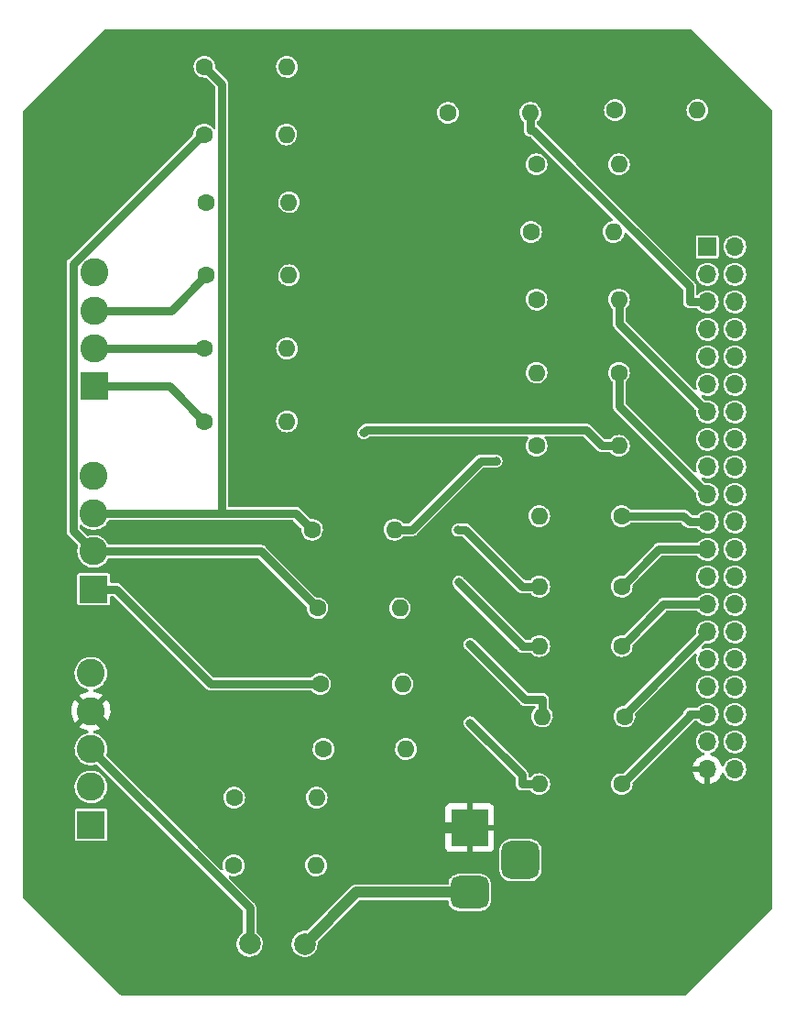
<source format=gbr>
%TF.GenerationSoftware,KiCad,Pcbnew,(6.0.2-0)*%
%TF.CreationDate,2022-04-11T12:52:22+09:00*%
%TF.ProjectId,reTProject,72655450-726f-46a6-9563-742e6b696361,rev?*%
%TF.SameCoordinates,Original*%
%TF.FileFunction,Copper,L2,Bot*%
%TF.FilePolarity,Positive*%
%FSLAX46Y46*%
G04 Gerber Fmt 4.6, Leading zero omitted, Abs format (unit mm)*
G04 Created by KiCad (PCBNEW (6.0.2-0)) date 2022-04-11 12:52:22*
%MOMM*%
%LPD*%
G01*
G04 APERTURE LIST*
G04 Aperture macros list*
%AMRoundRect*
0 Rectangle with rounded corners*
0 $1 Rounding radius*
0 $2 $3 $4 $5 $6 $7 $8 $9 X,Y pos of 4 corners*
0 Add a 4 corners polygon primitive as box body*
4,1,4,$2,$3,$4,$5,$6,$7,$8,$9,$2,$3,0*
0 Add four circle primitives for the rounded corners*
1,1,$1+$1,$2,$3*
1,1,$1+$1,$4,$5*
1,1,$1+$1,$6,$7*
1,1,$1+$1,$8,$9*
0 Add four rect primitives between the rounded corners*
20,1,$1+$1,$2,$3,$4,$5,0*
20,1,$1+$1,$4,$5,$6,$7,0*
20,1,$1+$1,$6,$7,$8,$9,0*
20,1,$1+$1,$8,$9,$2,$3,0*%
G04 Aperture macros list end*
%TA.AperFunction,ComponentPad*%
%ADD10C,1.600000*%
%TD*%
%TA.AperFunction,ComponentPad*%
%ADD11O,1.600000X1.600000*%
%TD*%
%TA.AperFunction,ComponentPad*%
%ADD12R,2.600000X2.600000*%
%TD*%
%TA.AperFunction,ComponentPad*%
%ADD13C,2.600000*%
%TD*%
%TA.AperFunction,ComponentPad*%
%ADD14R,3.500000X3.500000*%
%TD*%
%TA.AperFunction,ComponentPad*%
%ADD15RoundRect,0.750000X1.000000X-0.750000X1.000000X0.750000X-1.000000X0.750000X-1.000000X-0.750000X0*%
%TD*%
%TA.AperFunction,ComponentPad*%
%ADD16RoundRect,0.875000X0.875000X-0.875000X0.875000X0.875000X-0.875000X0.875000X-0.875000X-0.875000X0*%
%TD*%
%TA.AperFunction,ComponentPad*%
%ADD17C,2.000000*%
%TD*%
%TA.AperFunction,ComponentPad*%
%ADD18R,1.700000X1.700000*%
%TD*%
%TA.AperFunction,ComponentPad*%
%ADD19O,1.700000X1.700000*%
%TD*%
%TA.AperFunction,ViaPad*%
%ADD20C,0.800000*%
%TD*%
%TA.AperFunction,Conductor*%
%ADD21C,1.000000*%
%TD*%
%TA.AperFunction,Conductor*%
%ADD22C,0.800000*%
%TD*%
G04 APERTURE END LIST*
D10*
%TO.P,R20,1*%
%TO.N,Net-(Q3-Pad1)*%
X117440000Y-61500000D03*
D11*
%TO.P,R20,2*%
%TO.N,Net-(J5-Pad7)*%
X125060000Y-61500000D03*
%TD*%
D10*
%TO.P,R16,1*%
%TO.N,Net-(J5-Pad21)*%
X125310000Y-94000000D03*
D11*
%TO.P,R16,2*%
%TO.N,Net-(Q8-Pad1)*%
X117690000Y-94000000D03*
%TD*%
D12*
%TO.P,J2,1,Pin_1*%
%TO.N,Net-(J2-Pad1)*%
X76500000Y-100750000D03*
D13*
%TO.P,J2,2,Pin_2*%
%TO.N,Net-(J2-Pad2)*%
X76500000Y-97250000D03*
%TO.P,J2,3,Pin_3*%
%TO.N,Net-(J2-Pad3)*%
X76500000Y-93750000D03*
%TO.P,J2,4,Pin_4*%
%TO.N,Net-(J2-Pad4)*%
X76500000Y-90250000D03*
%TD*%
D10*
%TO.P,R19,1*%
%TO.N,Net-(J5-Pad27)*%
X125310000Y-106000000D03*
D11*
%TO.P,R19,2*%
%TO.N,Net-(Q10-Pad1)*%
X117690000Y-106000000D03*
%TD*%
D10*
%TO.P,R21,1*%
%TO.N,Net-(J5-Pad29)*%
X125560000Y-112500000D03*
D11*
%TO.P,R21,2*%
%TO.N,Net-(Q11-Pad1)*%
X117940000Y-112500000D03*
%TD*%
D10*
%TO.P,R12,1*%
%TO.N,Net-(J3-Pad1)*%
X89440000Y-126250000D03*
D11*
%TO.P,R12,2*%
%TO.N,Net-(Q12-Pad3)*%
X97060000Y-126250000D03*
%TD*%
D10*
%TO.P,R11,1*%
%TO.N,Net-(J3-Pad2)*%
X89500000Y-120000000D03*
D11*
%TO.P,R11,2*%
%TO.N,Net-(Q11-Pad3)*%
X97120000Y-120000000D03*
%TD*%
D14*
%TO.P,J4,1*%
%TO.N,GND*%
X111250000Y-122750000D03*
D15*
%TO.P,J4,2*%
%TO.N,+24V*%
X111250000Y-128750000D03*
D16*
%TO.P,J4,3*%
%TO.N,unconnected-(J4-Pad3)*%
X115950000Y-125750000D03*
%TD*%
D10*
%TO.P,R23,1*%
%TO.N,Net-(Q1-Pad1)*%
X124690000Y-56500000D03*
D11*
%TO.P,R23,2*%
%TO.N,Net-(J5-Pad3)*%
X132310000Y-56500000D03*
%TD*%
D10*
%TO.P,R8,1*%
%TO.N,Net-(J2-Pad2)*%
X97190000Y-102500000D03*
D11*
%TO.P,R8,2*%
%TO.N,Net-(Q8-Pad3)*%
X104810000Y-102500000D03*
%TD*%
D10*
%TO.P,R15,1*%
%TO.N,Net-(Q5-Pad1)*%
X117440000Y-74000000D03*
D11*
%TO.P,R15,2*%
%TO.N,Net-(J5-Pad13)*%
X125060000Y-74000000D03*
%TD*%
D12*
%TO.P,J1,1,Pin_1*%
%TO.N,unconnected-(J1-Pad1)*%
X76250000Y-122500000D03*
D13*
%TO.P,J1,2,Pin_2*%
%TO.N,unconnected-(J1-Pad2)*%
X76250000Y-119000000D03*
%TO.P,J1,3,Pin_3*%
%TO.N,Net-(F1-Pad2)*%
X76250000Y-115500000D03*
%TO.P,J1,4,Pin_4*%
%TO.N,GND*%
X76250000Y-112000000D03*
%TO.P,J1,5,Pin_5*%
%TO.N,unconnected-(J1-Pad5)*%
X76250000Y-108500000D03*
%TD*%
D12*
%TO.P,J3,1,Pin_1*%
%TO.N,Net-(J3-Pad1)*%
X76545000Y-82000000D03*
D13*
%TO.P,J3,2,Pin_2*%
%TO.N,Net-(J3-Pad2)*%
X76545000Y-78500000D03*
%TO.P,J3,3,Pin_3*%
%TO.N,Net-(J3-Pad3)*%
X76545000Y-75000000D03*
%TO.P,J3,4,Pin_4*%
%TO.N,unconnected-(J3-Pad4)*%
X76545000Y-71500000D03*
%TD*%
D10*
%TO.P,R14,1*%
%TO.N,Net-(J5-Pad19)*%
X125060000Y-80750000D03*
D11*
%TO.P,R14,2*%
%TO.N,Net-(Q7-Pad1)*%
X117440000Y-80750000D03*
%TD*%
D10*
%TO.P,R9,1*%
%TO.N,Net-(J2-Pad1)*%
X97440000Y-109500000D03*
D11*
%TO.P,R9,2*%
%TO.N,Net-(Q9-Pad3)*%
X105060000Y-109500000D03*
%TD*%
D10*
%TO.P,R5,1*%
%TO.N,Net-(J3-Pad2)*%
X86750000Y-78500000D03*
D11*
%TO.P,R5,2*%
%TO.N,Net-(Q5-Pad3)*%
X94370000Y-78500000D03*
%TD*%
D10*
%TO.P,R4,1*%
%TO.N,Net-(J3-Pad3)*%
X86940000Y-71750000D03*
D11*
%TO.P,R4,2*%
%TO.N,Net-(Q4-Pad3)*%
X94560000Y-71750000D03*
%TD*%
D10*
%TO.P,R18,1*%
%TO.N,Net-(J5-Pad23)*%
X125310000Y-100500000D03*
D11*
%TO.P,R18,2*%
%TO.N,Net-(Q9-Pad1)*%
X117690000Y-100500000D03*
%TD*%
D17*
%TO.P,F1,1*%
%TO.N,+24V*%
X96000000Y-133500000D03*
%TO.P,F1,2*%
%TO.N,Net-(F1-Pad2)*%
X90920000Y-133490000D03*
%TD*%
D10*
%TO.P,R13,1*%
%TO.N,Net-(J5-Pad15)*%
X117440000Y-87500000D03*
D11*
%TO.P,R13,2*%
%TO.N,Net-(Q6-Pad1)*%
X125060000Y-87500000D03*
%TD*%
D18*
%TO.P,J5,1,Pin_1*%
%TO.N,unconnected-(J5-Pad1)*%
X133225000Y-69125000D03*
D19*
%TO.P,J5,2,Pin_2*%
%TO.N,unconnected-(J5-Pad2)*%
X135765000Y-69125000D03*
%TO.P,J5,3,Pin_3*%
%TO.N,Net-(J5-Pad3)*%
X133225000Y-71665000D03*
%TO.P,J5,4,Pin_4*%
%TO.N,unconnected-(J5-Pad4)*%
X135765000Y-71665000D03*
%TO.P,J5,5,Pin_5*%
%TO.N,Net-(J5-Pad5)*%
X133225000Y-74205000D03*
%TO.P,J5,6,Pin_6*%
%TO.N,unconnected-(J5-Pad6)*%
X135765000Y-74205000D03*
%TO.P,J5,7,Pin_7*%
%TO.N,Net-(J5-Pad7)*%
X133225000Y-76745000D03*
%TO.P,J5,8,Pin_8*%
%TO.N,unconnected-(J5-Pad8)*%
X135765000Y-76745000D03*
%TO.P,J5,9,Pin_9*%
%TO.N,unconnected-(J5-Pad9)*%
X133225000Y-79285000D03*
%TO.P,J5,10,Pin_10*%
%TO.N,unconnected-(J5-Pad10)*%
X135765000Y-79285000D03*
%TO.P,J5,11,Pin_11*%
%TO.N,Net-(J5-Pad11)*%
X133225000Y-81825000D03*
%TO.P,J5,12,Pin_12*%
%TO.N,unconnected-(J5-Pad12)*%
X135765000Y-81825000D03*
%TO.P,J5,13,Pin_13*%
%TO.N,Net-(J5-Pad13)*%
X133225000Y-84365000D03*
%TO.P,J5,14,Pin_14*%
%TO.N,unconnected-(J5-Pad14)*%
X135765000Y-84365000D03*
%TO.P,J5,15,Pin_15*%
%TO.N,Net-(J5-Pad15)*%
X133225000Y-86905000D03*
%TO.P,J5,16,Pin_16*%
%TO.N,unconnected-(J5-Pad16)*%
X135765000Y-86905000D03*
%TO.P,J5,17,Pin_17*%
%TO.N,unconnected-(J5-Pad17)*%
X133225000Y-89445000D03*
%TO.P,J5,18,Pin_18*%
%TO.N,unconnected-(J5-Pad18)*%
X135765000Y-89445000D03*
%TO.P,J5,19,Pin_19*%
%TO.N,Net-(J5-Pad19)*%
X133225000Y-91985000D03*
%TO.P,J5,20,Pin_20*%
%TO.N,unconnected-(J5-Pad20)*%
X135765000Y-91985000D03*
%TO.P,J5,21,Pin_21*%
%TO.N,Net-(J5-Pad21)*%
X133225000Y-94525000D03*
%TO.P,J5,22,Pin_22*%
%TO.N,unconnected-(J5-Pad22)*%
X135765000Y-94525000D03*
%TO.P,J5,23,Pin_23*%
%TO.N,Net-(J5-Pad23)*%
X133225000Y-97065000D03*
%TO.P,J5,24,Pin_24*%
%TO.N,unconnected-(J5-Pad24)*%
X135765000Y-97065000D03*
%TO.P,J5,25,Pin_25*%
%TO.N,unconnected-(J5-Pad25)*%
X133225000Y-99605000D03*
%TO.P,J5,26,Pin_26*%
%TO.N,unconnected-(J5-Pad26)*%
X135765000Y-99605000D03*
%TO.P,J5,27,Pin_27*%
%TO.N,Net-(J5-Pad27)*%
X133225000Y-102145000D03*
%TO.P,J5,28,Pin_28*%
%TO.N,unconnected-(J5-Pad28)*%
X135765000Y-102145000D03*
%TO.P,J5,29,Pin_29*%
%TO.N,Net-(J5-Pad29)*%
X133225000Y-104685000D03*
%TO.P,J5,30,Pin_30*%
%TO.N,unconnected-(J5-Pad30)*%
X135765000Y-104685000D03*
%TO.P,J5,31,Pin_31*%
%TO.N,unconnected-(J5-Pad31)*%
X133225000Y-107225000D03*
%TO.P,J5,32,Pin_32*%
%TO.N,unconnected-(J5-Pad32)*%
X135765000Y-107225000D03*
%TO.P,J5,33,Pin_33*%
%TO.N,unconnected-(J5-Pad33)*%
X133225000Y-109765000D03*
%TO.P,J5,34,Pin_34*%
%TO.N,unconnected-(J5-Pad34)*%
X135765000Y-109765000D03*
%TO.P,J5,35,Pin_35*%
%TO.N,Net-(J5-Pad35)*%
X133225000Y-112305000D03*
%TO.P,J5,36,Pin_36*%
%TO.N,unconnected-(J5-Pad36)*%
X135765000Y-112305000D03*
%TO.P,J5,37,Pin_37*%
%TO.N,unconnected-(J5-Pad37)*%
X133225000Y-114845000D03*
%TO.P,J5,38,Pin_38*%
%TO.N,unconnected-(J5-Pad38)*%
X135765000Y-114845000D03*
%TO.P,J5,39,Pin_39*%
%TO.N,GND*%
X133225000Y-117385000D03*
%TO.P,J5,40,Pin_40*%
%TO.N,unconnected-(J5-Pad40)*%
X135765000Y-117385000D03*
%TD*%
D10*
%TO.P,R6,1*%
%TO.N,Net-(J3-Pad1)*%
X86750000Y-85250000D03*
D11*
%TO.P,R6,2*%
%TO.N,Net-(Q6-Pad3)*%
X94370000Y-85250000D03*
%TD*%
D10*
%TO.P,R24,1*%
%TO.N,Net-(J5-Pad35)*%
X125310000Y-118750000D03*
D11*
%TO.P,R24,2*%
%TO.N,Net-(Q12-Pad1)*%
X117690000Y-118750000D03*
%TD*%
D10*
%TO.P,R10,1*%
%TO.N,Net-(J3-Pad3)*%
X97750000Y-115500000D03*
D11*
%TO.P,R10,2*%
%TO.N,Net-(Q10-Pad3)*%
X105370000Y-115500000D03*
%TD*%
D10*
%TO.P,R3,1*%
%TO.N,Net-(J2-Pad1)*%
X86940000Y-65000000D03*
D11*
%TO.P,R3,2*%
%TO.N,Net-(Q3-Pad3)*%
X94560000Y-65000000D03*
%TD*%
D10*
%TO.P,R7,1*%
%TO.N,Net-(J2-Pad3)*%
X96690000Y-95250000D03*
D11*
%TO.P,R7,2*%
%TO.N,Net-(Q7-Pad3)*%
X104310000Y-95250000D03*
%TD*%
D10*
%TO.P,R2,1*%
%TO.N,Net-(J2-Pad2)*%
X86690000Y-58750000D03*
D11*
%TO.P,R2,2*%
%TO.N,Net-(Q2-Pad3)*%
X94310000Y-58750000D03*
%TD*%
D10*
%TO.P,R1,1*%
%TO.N,Net-(J2-Pad3)*%
X86750000Y-52500000D03*
D11*
%TO.P,R1,2*%
%TO.N,Net-(Q1-Pad3)*%
X94370000Y-52500000D03*
%TD*%
D10*
%TO.P,R17,1*%
%TO.N,Net-(Q4-Pad1)*%
X116940000Y-67750000D03*
D11*
%TO.P,R17,2*%
%TO.N,Net-(J5-Pad11)*%
X124560000Y-67750000D03*
%TD*%
D10*
%TO.P,R22,1*%
%TO.N,Net-(Q2-Pad1)*%
X109250000Y-56750000D03*
D11*
%TO.P,R22,2*%
%TO.N,Net-(J5-Pad5)*%
X116870000Y-56750000D03*
%TD*%
D20*
%TO.N,Net-(Q6-Pad1)*%
X101467400Y-86306500D03*
%TO.N,Net-(Q9-Pad1)*%
X110199600Y-95294400D03*
%TO.N,Net-(Q12-Pad1)*%
X111300000Y-113100000D03*
%TO.N,Net-(Q7-Pad3)*%
X113700000Y-88902900D03*
%TO.N,Net-(Q10-Pad1)*%
X110249700Y-100116000D03*
%TO.N,Net-(Q11-Pad1)*%
X111300000Y-105850000D03*
%TD*%
D21*
%TO.N,GND*%
X87000000Y-122750000D02*
X111250000Y-122750000D01*
X76250000Y-112000000D02*
X87000000Y-122750000D01*
D22*
%TO.N,Net-(F1-Pad2)*%
X90920000Y-133490000D02*
X90920000Y-130170000D01*
X90920000Y-130170000D02*
X76250000Y-115500000D01*
%TO.N,Net-(J2-Pad1)*%
X78600000Y-100750000D02*
X87350000Y-109500000D01*
X76500000Y-100750000D02*
X78600000Y-100750000D01*
X87350000Y-109500000D02*
X97440000Y-109500000D01*
%TO.N,Net-(J2-Pad2)*%
X74595500Y-95345500D02*
X74595500Y-70728400D01*
X91940000Y-97250000D02*
X97190000Y-102500000D01*
X74595500Y-70728400D02*
X86573900Y-58750000D01*
X76500000Y-97250000D02*
X74595500Y-95345500D01*
X76500000Y-97250000D02*
X91940000Y-97250000D01*
X86573900Y-58750000D02*
X86690000Y-58750000D01*
%TO.N,Net-(J2-Pad3)*%
X76500000Y-93750000D02*
X88357300Y-93750000D01*
X86750000Y-52500000D02*
X88357300Y-54107300D01*
X88357300Y-93750000D02*
X95190000Y-93750000D01*
X88357300Y-54107300D02*
X88357300Y-93750000D01*
X95190000Y-93750000D02*
X96690000Y-95250000D01*
%TO.N,Net-(J3-Pad1)*%
X83500000Y-82000000D02*
X86750000Y-85250000D01*
X76545000Y-82000000D02*
X83500000Y-82000000D01*
%TO.N,Net-(J3-Pad2)*%
X76545000Y-78500000D02*
X86750000Y-78500000D01*
%TO.N,Net-(J3-Pad3)*%
X76545000Y-75000000D02*
X83690000Y-75000000D01*
X83690000Y-75000000D02*
X86940000Y-71750000D01*
%TO.N,Net-(J5-Pad27)*%
X133225000Y-102145000D02*
X129165000Y-102145000D01*
X129165000Y-102145000D02*
X125310000Y-106000000D01*
%TO.N,Net-(Q6-Pad1)*%
X125060000Y-87500000D02*
X123460000Y-87500000D01*
X101740000Y-86033900D02*
X121993900Y-86033900D01*
X101467400Y-86306500D02*
X101740000Y-86033900D01*
X121993900Y-86033900D02*
X123460000Y-87500000D01*
D21*
%TO.N,+24V*%
X96000000Y-133500000D02*
X100750000Y-128750000D01*
X100750000Y-128750000D02*
X111250000Y-128750000D01*
D22*
%TO.N,Net-(Q9-Pad1)*%
X117690000Y-100500000D02*
X116090000Y-100500000D01*
X110884400Y-95294400D02*
X110199600Y-95294400D01*
X116090000Y-100500000D02*
X110884400Y-95294400D01*
%TO.N,Net-(J5-Pad29)*%
X133225000Y-104685000D02*
X125560000Y-112350000D01*
X125560000Y-112350000D02*
X125560000Y-112500000D01*
%TO.N,Net-(Q12-Pad1)*%
X117690000Y-118750000D02*
X116090000Y-118750000D01*
X116090000Y-118750000D02*
X116090000Y-117890000D01*
X116090000Y-117890000D02*
X111300000Y-113100000D01*
%TO.N,Net-(J5-Pad5)*%
X133225000Y-74205000D02*
X131575000Y-74205000D01*
X131575000Y-74205000D02*
X131575000Y-72773800D01*
X131575000Y-72773800D02*
X117151200Y-58350000D01*
X117151200Y-58350000D02*
X116870000Y-58350000D01*
X116870000Y-56750000D02*
X116870000Y-58350000D01*
%TO.N,Net-(Q7-Pad3)*%
X104310000Y-95250000D02*
X105910000Y-95250000D01*
X112257100Y-88902900D02*
X113700000Y-88902900D01*
X105910000Y-95250000D02*
X112257100Y-88902900D01*
%TO.N,Net-(J5-Pad13)*%
X133225000Y-84365000D02*
X125060000Y-76200000D01*
X125060000Y-76200000D02*
X125060000Y-74000000D01*
%TO.N,Net-(J5-Pad19)*%
X133225000Y-91985000D02*
X125060000Y-83820000D01*
X125060000Y-83820000D02*
X125060000Y-80750000D01*
%TO.N,Net-(J5-Pad21)*%
X131050000Y-94000000D02*
X125310000Y-94000000D01*
X133225000Y-94525000D02*
X131575000Y-94525000D01*
X131575000Y-94525000D02*
X131050000Y-94000000D01*
%TO.N,Net-(J5-Pad23)*%
X128745000Y-97065000D02*
X125310000Y-100500000D01*
X133225000Y-97065000D02*
X128745000Y-97065000D01*
%TO.N,Net-(J5-Pad35)*%
X131575000Y-112485000D02*
X125310000Y-118750000D01*
X131575000Y-112305000D02*
X131575000Y-112485000D01*
X133225000Y-112305000D02*
X131575000Y-112305000D01*
%TO.N,Net-(Q10-Pad1)*%
X110249700Y-100116000D02*
X116090000Y-105956300D01*
X116090000Y-105956300D02*
X116090000Y-106000000D01*
X117690000Y-106000000D02*
X116090000Y-106000000D01*
%TO.N,Net-(Q11-Pad1)*%
X117940000Y-110900000D02*
X116350000Y-110900000D01*
X116350000Y-110900000D02*
X111300000Y-105850000D01*
X117940000Y-112500000D02*
X117940000Y-110900000D01*
%TD*%
%TA.AperFunction,Conductor*%
%TO.N,GND*%
G36*
X131765931Y-49020002D02*
G01*
X131786905Y-49036905D01*
X139213095Y-56463095D01*
X139247121Y-56525407D01*
X139250000Y-56552190D01*
X139250000Y-130197810D01*
X139229998Y-130265931D01*
X139213095Y-130286905D01*
X131286905Y-138213095D01*
X131224593Y-138247121D01*
X131197810Y-138250000D01*
X79052190Y-138250000D01*
X78984069Y-138229998D01*
X78963095Y-138213095D01*
X70036905Y-129286905D01*
X70002879Y-129224593D01*
X70000000Y-129197810D01*
X70000000Y-123819748D01*
X74749500Y-123819748D01*
X74750707Y-123825816D01*
X74754673Y-123845752D01*
X74761133Y-123878231D01*
X74805448Y-123944552D01*
X74871769Y-123988867D01*
X74883938Y-123991288D01*
X74883939Y-123991288D01*
X74924184Y-123999293D01*
X74930252Y-124000500D01*
X77569748Y-124000500D01*
X77575816Y-123999293D01*
X77616061Y-123991288D01*
X77616062Y-123991288D01*
X77628231Y-123988867D01*
X77694552Y-123944552D01*
X77738867Y-123878231D01*
X77745328Y-123845752D01*
X77749293Y-123825816D01*
X77750500Y-123819748D01*
X77750500Y-121180252D01*
X77738867Y-121121769D01*
X77694552Y-121055448D01*
X77628231Y-121011133D01*
X77616062Y-121008712D01*
X77616061Y-121008712D01*
X77575816Y-121000707D01*
X77569748Y-120999500D01*
X74930252Y-120999500D01*
X74924184Y-121000707D01*
X74883939Y-121008712D01*
X74883938Y-121008712D01*
X74871769Y-121011133D01*
X74805448Y-121055448D01*
X74761133Y-121121769D01*
X74749500Y-121180252D01*
X74749500Y-123819748D01*
X70000000Y-123819748D01*
X70000000Y-118963214D01*
X74744806Y-118963214D01*
X74745103Y-118968366D01*
X74745103Y-118968370D01*
X74746734Y-118996647D01*
X74759010Y-119209545D01*
X74760147Y-119214591D01*
X74760148Y-119214597D01*
X74791700Y-119354604D01*
X74813255Y-119450249D01*
X74906084Y-119678861D01*
X74908789Y-119683276D01*
X74908790Y-119683277D01*
X74911257Y-119687303D01*
X75035006Y-119889241D01*
X75196557Y-120075741D01*
X75386399Y-120233351D01*
X75599433Y-120357838D01*
X75604253Y-120359678D01*
X75604258Y-120359681D01*
X75717848Y-120403056D01*
X75829939Y-120445859D01*
X75835007Y-120446890D01*
X75835010Y-120446891D01*
X75954587Y-120471219D01*
X76071726Y-120495052D01*
X76076899Y-120495242D01*
X76076902Y-120495242D01*
X76313136Y-120503904D01*
X76313140Y-120503904D01*
X76318300Y-120504093D01*
X76323420Y-120503437D01*
X76323422Y-120503437D01*
X76412701Y-120492000D01*
X76563041Y-120472741D01*
X76567990Y-120471256D01*
X76567996Y-120471255D01*
X76794424Y-120403323D01*
X76794423Y-120403323D01*
X76799374Y-120401838D01*
X76903266Y-120350942D01*
X77016303Y-120295566D01*
X77016308Y-120295563D01*
X77020954Y-120293287D01*
X77025164Y-120290284D01*
X77025169Y-120290281D01*
X77217617Y-120153009D01*
X77217622Y-120153005D01*
X77221829Y-120150004D01*
X77396605Y-119975837D01*
X77540588Y-119775463D01*
X77557848Y-119740541D01*
X77639398Y-119575535D01*
X77649911Y-119554264D01*
X77665984Y-119501360D01*
X77720135Y-119323132D01*
X77720136Y-119323126D01*
X77721639Y-119318180D01*
X77747718Y-119120091D01*
X77753408Y-119076872D01*
X77753409Y-119076866D01*
X77753845Y-119073550D01*
X77755272Y-119015193D01*
X77755561Y-119003364D01*
X77755561Y-119003360D01*
X77755643Y-119000000D01*
X77737107Y-118774546D01*
X77735849Y-118759240D01*
X77735848Y-118759234D01*
X77735425Y-118754089D01*
X77675316Y-118514783D01*
X77576928Y-118288507D01*
X77442905Y-118081339D01*
X77416635Y-118052468D01*
X77372345Y-118003794D01*
X77276846Y-117898842D01*
X77272795Y-117895643D01*
X77272791Y-117895639D01*
X77087264Y-117749119D01*
X77087259Y-117749116D01*
X77083210Y-117745918D01*
X77078694Y-117743425D01*
X77078691Y-117743423D01*
X76871722Y-117629170D01*
X76871718Y-117629168D01*
X76867198Y-117626673D01*
X76862329Y-117624949D01*
X76862325Y-117624947D01*
X76639485Y-117546035D01*
X76639481Y-117546034D01*
X76634610Y-117544309D01*
X76629517Y-117543402D01*
X76629514Y-117543401D01*
X76396783Y-117501945D01*
X76396777Y-117501944D01*
X76391694Y-117501039D01*
X76312324Y-117500069D01*
X76150142Y-117498088D01*
X76150140Y-117498088D01*
X76144972Y-117498025D01*
X75901070Y-117535347D01*
X75666540Y-117612003D01*
X75661948Y-117614393D01*
X75661949Y-117614393D01*
X75466065Y-117716364D01*
X75447679Y-117725935D01*
X75443546Y-117729038D01*
X75443543Y-117729040D01*
X75314214Y-117826143D01*
X75250364Y-117874083D01*
X75233943Y-117891267D01*
X75085718Y-118046376D01*
X75079896Y-118052468D01*
X75076982Y-118056740D01*
X75076981Y-118056741D01*
X75017582Y-118143817D01*
X74940851Y-118256300D01*
X74925901Y-118288507D01*
X74855418Y-118440351D01*
X74836965Y-118480104D01*
X74771026Y-118717871D01*
X74744806Y-118963214D01*
X70000000Y-118963214D01*
X70000000Y-115463214D01*
X74744806Y-115463214D01*
X74745103Y-115468366D01*
X74745103Y-115468370D01*
X74748546Y-115528071D01*
X74759010Y-115709545D01*
X74760147Y-115714591D01*
X74760148Y-115714597D01*
X74782166Y-115812297D01*
X74813255Y-115950249D01*
X74906084Y-116178861D01*
X74908789Y-116183276D01*
X74908790Y-116183277D01*
X74920487Y-116202364D01*
X75035006Y-116389241D01*
X75196557Y-116575741D01*
X75386399Y-116733351D01*
X75599433Y-116857838D01*
X75604253Y-116859678D01*
X75604258Y-116859681D01*
X75756947Y-116917986D01*
X75829939Y-116945859D01*
X75835007Y-116946890D01*
X75835010Y-116946891D01*
X75917948Y-116963765D01*
X76071726Y-116995052D01*
X76076899Y-116995242D01*
X76076902Y-116995242D01*
X76313136Y-117003904D01*
X76313140Y-117003904D01*
X76318300Y-117004093D01*
X76323420Y-117003437D01*
X76323422Y-117003437D01*
X76438859Y-116988649D01*
X76563041Y-116972741D01*
X76567990Y-116971256D01*
X76567996Y-116971255D01*
X76685487Y-116936006D01*
X76729774Y-116922719D01*
X76800768Y-116922303D01*
X76855075Y-116954310D01*
X90282595Y-130381830D01*
X90316621Y-130444142D01*
X90319500Y-130470925D01*
X90319500Y-132378616D01*
X90299498Y-132446737D01*
X90257924Y-132486900D01*
X90211341Y-132514614D01*
X90045457Y-132660090D01*
X89908863Y-132833360D01*
X89806131Y-133028620D01*
X89740703Y-133239333D01*
X89714770Y-133458440D01*
X89729200Y-133678604D01*
X89730621Y-133684200D01*
X89730622Y-133684205D01*
X89755320Y-133781452D01*
X89783511Y-133892452D01*
X89785928Y-133897694D01*
X89785928Y-133897695D01*
X89824046Y-133980379D01*
X89875883Y-134092821D01*
X90003222Y-134273002D01*
X90161264Y-134426961D01*
X90166060Y-134430166D01*
X90166063Y-134430168D01*
X90284170Y-134509084D01*
X90344717Y-134549540D01*
X90350020Y-134551818D01*
X90350023Y-134551820D01*
X90469772Y-134603268D01*
X90547436Y-134636635D01*
X90627088Y-134654658D01*
X90756995Y-134684054D01*
X90757001Y-134684055D01*
X90762632Y-134685329D01*
X90768403Y-134685556D01*
X90768405Y-134685556D01*
X90836211Y-134688220D01*
X90983098Y-134693991D01*
X91092275Y-134678161D01*
X91195738Y-134663160D01*
X91195743Y-134663159D01*
X91201452Y-134662331D01*
X91206916Y-134660476D01*
X91206921Y-134660475D01*
X91404907Y-134593268D01*
X91404912Y-134593266D01*
X91410379Y-134591410D01*
X91468275Y-134558987D01*
X91530389Y-134524201D01*
X91602884Y-134483602D01*
X91655108Y-134440168D01*
X91768086Y-134346204D01*
X91772518Y-134342518D01*
X91913602Y-134172884D01*
X92021410Y-133980379D01*
X92023266Y-133974912D01*
X92023268Y-133974907D01*
X92090475Y-133776921D01*
X92090476Y-133776916D01*
X92092331Y-133771452D01*
X92093159Y-133765743D01*
X92093160Y-133765738D01*
X92123458Y-133556772D01*
X92123991Y-133553098D01*
X92125643Y-133490000D01*
X92123662Y-133468440D01*
X94794770Y-133468440D01*
X94809200Y-133688604D01*
X94810621Y-133694200D01*
X94810622Y-133694205D01*
X94859550Y-133886857D01*
X94863511Y-133902452D01*
X94865928Y-133907694D01*
X94865928Y-133907695D01*
X94901761Y-133985422D01*
X94955883Y-134102821D01*
X95083222Y-134283002D01*
X95241264Y-134436961D01*
X95246060Y-134440166D01*
X95246063Y-134440168D01*
X95349204Y-134509084D01*
X95424717Y-134559540D01*
X95430020Y-134561818D01*
X95430023Y-134561820D01*
X95604160Y-134636635D01*
X95627436Y-134646635D01*
X95688600Y-134660475D01*
X95836995Y-134694054D01*
X95837001Y-134694055D01*
X95842632Y-134695329D01*
X95848403Y-134695556D01*
X95848405Y-134695556D01*
X95916211Y-134698220D01*
X96063098Y-134703991D01*
X96172275Y-134688161D01*
X96275738Y-134673160D01*
X96275743Y-134673159D01*
X96281452Y-134672331D01*
X96286916Y-134670476D01*
X96286921Y-134670475D01*
X96484907Y-134603268D01*
X96484912Y-134603266D01*
X96490379Y-134601410D01*
X96508236Y-134591410D01*
X96578928Y-134551820D01*
X96682884Y-134493602D01*
X96693433Y-134484829D01*
X96848086Y-134356204D01*
X96852518Y-134352518D01*
X96993602Y-134182884D01*
X97101410Y-133990379D01*
X97103266Y-133984912D01*
X97103268Y-133984907D01*
X97170475Y-133786921D01*
X97170476Y-133786916D01*
X97172331Y-133781452D01*
X97173159Y-133775743D01*
X97173160Y-133775738D01*
X97203458Y-133566772D01*
X97203991Y-133563098D01*
X97205643Y-133500000D01*
X97192958Y-133361946D01*
X97206643Y-133292281D01*
X97229334Y-133261322D01*
X101003251Y-129487405D01*
X101065563Y-129453379D01*
X101092346Y-129450500D01*
X109174925Y-129450500D01*
X109243046Y-129470502D01*
X109289539Y-129524158D01*
X109300426Y-129565299D01*
X109309698Y-129669187D01*
X109362923Y-129854806D01*
X109452385Y-130025930D01*
X109574429Y-130175571D01*
X109579369Y-130179600D01*
X109685222Y-130265931D01*
X109724070Y-130297615D01*
X109895194Y-130387077D01*
X109901322Y-130388834D01*
X109901324Y-130388835D01*
X109997679Y-130416464D01*
X110080813Y-130440302D01*
X110113096Y-130443183D01*
X110192283Y-130450251D01*
X110192289Y-130450251D01*
X110195076Y-130450500D01*
X112304924Y-130450500D01*
X112307711Y-130450251D01*
X112307717Y-130450251D01*
X112386904Y-130443183D01*
X112419187Y-130440302D01*
X112502321Y-130416464D01*
X112598676Y-130388835D01*
X112598678Y-130388834D01*
X112604806Y-130387077D01*
X112775930Y-130297615D01*
X112814779Y-130265931D01*
X112920631Y-130179600D01*
X112925571Y-130175571D01*
X113047615Y-130025930D01*
X113137077Y-129854806D01*
X113190302Y-129669187D01*
X113200500Y-129554924D01*
X113200500Y-127945076D01*
X113190302Y-127830813D01*
X113139673Y-127654248D01*
X113138835Y-127651324D01*
X113138834Y-127651322D01*
X113137077Y-127645194D01*
X113047615Y-127474070D01*
X113035045Y-127458657D01*
X112929600Y-127329369D01*
X112925571Y-127324429D01*
X112906296Y-127308709D01*
X112780873Y-127206416D01*
X112780870Y-127206414D01*
X112775930Y-127202385D01*
X112750251Y-127188960D01*
X112663925Y-127143830D01*
X112604806Y-127112923D01*
X112598678Y-127111166D01*
X112598676Y-127111165D01*
X112484904Y-127078542D01*
X112419187Y-127059698D01*
X112386904Y-127056817D01*
X112307717Y-127049749D01*
X112307711Y-127049749D01*
X112304924Y-127049500D01*
X110195076Y-127049500D01*
X110192289Y-127049749D01*
X110192283Y-127049749D01*
X110113096Y-127056817D01*
X110080813Y-127059698D01*
X110015096Y-127078542D01*
X109901324Y-127111165D01*
X109901322Y-127111166D01*
X109895194Y-127112923D01*
X109836075Y-127143830D01*
X109749750Y-127188960D01*
X109724070Y-127202385D01*
X109719130Y-127206414D01*
X109719127Y-127206416D01*
X109593704Y-127308709D01*
X109574429Y-127324429D01*
X109570400Y-127329369D01*
X109464956Y-127458657D01*
X109452385Y-127474070D01*
X109362923Y-127645194D01*
X109361166Y-127651322D01*
X109361165Y-127651324D01*
X109360327Y-127654248D01*
X109309698Y-127830813D01*
X109309165Y-127836786D01*
X109300426Y-127934701D01*
X109274448Y-128000774D01*
X109216871Y-128042313D01*
X109174925Y-128049500D01*
X100778637Y-128049500D01*
X100770066Y-128049208D01*
X100713070Y-128045322D01*
X100705594Y-128046627D01*
X100705590Y-128046627D01*
X100650868Y-128056178D01*
X100644342Y-128057141D01*
X100603904Y-128062035D01*
X100581680Y-128064724D01*
X100574573Y-128067409D01*
X100571280Y-128068218D01*
X100556809Y-128072177D01*
X100553533Y-128073166D01*
X100546046Y-128074473D01*
X100539088Y-128077528D01*
X100539086Y-128077528D01*
X100488242Y-128099846D01*
X100482137Y-128102338D01*
X100471126Y-128106499D01*
X100423077Y-128124655D01*
X100416824Y-128128953D01*
X100413793Y-128130537D01*
X100400716Y-128137817D01*
X100397757Y-128139567D01*
X100390797Y-128142622D01*
X100384770Y-128147247D01*
X100384766Y-128147249D01*
X100340700Y-128181062D01*
X100335381Y-128184927D01*
X100283349Y-128220688D01*
X100278292Y-128226364D01*
X100242400Y-128266648D01*
X100237419Y-128271924D01*
X96242340Y-132267003D01*
X96180028Y-132301029D01*
X96137572Y-132301407D01*
X96137437Y-132302693D01*
X96131689Y-132302089D01*
X96126024Y-132300962D01*
X96120249Y-132300886D01*
X96120245Y-132300886D01*
X96009504Y-132299437D01*
X95905406Y-132298074D01*
X95899709Y-132299053D01*
X95899708Y-132299053D01*
X95693654Y-132334459D01*
X95693653Y-132334459D01*
X95687957Y-132335438D01*
X95480957Y-132411804D01*
X95475996Y-132414756D01*
X95475995Y-132414756D01*
X95313110Y-132511663D01*
X95291341Y-132524614D01*
X95125457Y-132670090D01*
X94988863Y-132843360D01*
X94886131Y-133038620D01*
X94820703Y-133249333D01*
X94794770Y-133468440D01*
X92123662Y-133468440D01*
X92105454Y-133270289D01*
X92045565Y-133057936D01*
X91947980Y-132860053D01*
X91932128Y-132838824D01*
X91819420Y-132687891D01*
X91819420Y-132687890D01*
X91815967Y-132683267D01*
X91653949Y-132533499D01*
X91579265Y-132486377D01*
X91532326Y-132433110D01*
X91520500Y-132379815D01*
X91520500Y-130217619D01*
X91521578Y-130201173D01*
X91524604Y-130178188D01*
X91525682Y-130170000D01*
X91505044Y-130013238D01*
X91444536Y-129867159D01*
X91372450Y-129773215D01*
X91348282Y-129741718D01*
X91323328Y-129722570D01*
X91310938Y-129711703D01*
X89013082Y-127413847D01*
X88979056Y-127351535D01*
X88984121Y-127280720D01*
X89026668Y-127223884D01*
X89093188Y-127199073D01*
X89141113Y-127204919D01*
X89163957Y-127212341D01*
X89224118Y-127231889D01*
X89418946Y-127255121D01*
X89425081Y-127254649D01*
X89425083Y-127254649D01*
X89608434Y-127240541D01*
X89608438Y-127240540D01*
X89614576Y-127240068D01*
X89803556Y-127187303D01*
X89978689Y-127098837D01*
X90008515Y-127075535D01*
X90128453Y-126981829D01*
X90133303Y-126978040D01*
X90158011Y-126949416D01*
X90257485Y-126834173D01*
X90257485Y-126834172D01*
X90261509Y-126829511D01*
X90358425Y-126658909D01*
X90420358Y-126472732D01*
X90444949Y-126278071D01*
X90445341Y-126250000D01*
X90443965Y-126235963D01*
X96054757Y-126235963D01*
X96071175Y-126431483D01*
X96125258Y-126620091D01*
X96128076Y-126625574D01*
X96212123Y-126789113D01*
X96212126Y-126789117D01*
X96214944Y-126794601D01*
X96336818Y-126948369D01*
X96341511Y-126952363D01*
X96341512Y-126952364D01*
X96467630Y-127059698D01*
X96486238Y-127075535D01*
X96491616Y-127078541D01*
X96491618Y-127078542D01*
X96527932Y-127098837D01*
X96657513Y-127171257D01*
X96844118Y-127231889D01*
X97038946Y-127255121D01*
X97045081Y-127254649D01*
X97045083Y-127254649D01*
X97228434Y-127240541D01*
X97228438Y-127240540D01*
X97234576Y-127240068D01*
X97423556Y-127187303D01*
X97598689Y-127098837D01*
X97628515Y-127075535D01*
X97748453Y-126981829D01*
X97753303Y-126978040D01*
X97778011Y-126949416D01*
X97877485Y-126834173D01*
X97877485Y-126834172D01*
X97881509Y-126829511D01*
X97950911Y-126707342D01*
X113999500Y-126707342D01*
X114002433Y-126754795D01*
X114046327Y-126955271D01*
X114127338Y-127143830D01*
X114242544Y-127313668D01*
X114387786Y-127458657D01*
X114504372Y-127537444D01*
X114551508Y-127569297D01*
X114557825Y-127573566D01*
X114746525Y-127654248D01*
X114834150Y-127673273D01*
X114942314Y-127696758D01*
X114942316Y-127696758D01*
X114947077Y-127697792D01*
X114956244Y-127698337D01*
X114990802Y-127700390D01*
X114990811Y-127700390D01*
X114992658Y-127700500D01*
X116907342Y-127700500D01*
X116909283Y-127700380D01*
X116909284Y-127700380D01*
X116913516Y-127700118D01*
X116954795Y-127697567D01*
X117155271Y-127653673D01*
X117343830Y-127572662D01*
X117480846Y-127479720D01*
X117508709Y-127460820D01*
X117508710Y-127460819D01*
X117513668Y-127457456D01*
X117658657Y-127312214D01*
X117773566Y-127142175D01*
X117854248Y-126953475D01*
X117881163Y-126829511D01*
X117896758Y-126757686D01*
X117896758Y-126757684D01*
X117897792Y-126752923D01*
X117898337Y-126743756D01*
X117900390Y-126709198D01*
X117900390Y-126709189D01*
X117900500Y-126707342D01*
X117900500Y-124792658D01*
X117897567Y-124745205D01*
X117869629Y-124617604D01*
X117854955Y-124550584D01*
X117854955Y-124550583D01*
X117853673Y-124544729D01*
X117772662Y-124356170D01*
X117657456Y-124186332D01*
X117512214Y-124041343D01*
X117379183Y-123951443D01*
X117347140Y-123929789D01*
X117347138Y-123929788D01*
X117342175Y-123926434D01*
X117153475Y-123845752D01*
X117005212Y-123813561D01*
X116957686Y-123803242D01*
X116957684Y-123803242D01*
X116952923Y-123802208D01*
X116943756Y-123801663D01*
X116909198Y-123799610D01*
X116909189Y-123799610D01*
X116907342Y-123799500D01*
X114992658Y-123799500D01*
X114990717Y-123799620D01*
X114990716Y-123799620D01*
X114986484Y-123799882D01*
X114945205Y-123802433D01*
X114940464Y-123803471D01*
X114866123Y-123819748D01*
X114744729Y-123846327D01*
X114556170Y-123927338D01*
X114386332Y-124042544D01*
X114241343Y-124187786D01*
X114126434Y-124357825D01*
X114045752Y-124546525D01*
X114002208Y-124747077D01*
X113999500Y-124792658D01*
X113999500Y-126707342D01*
X97950911Y-126707342D01*
X97978425Y-126658909D01*
X98040358Y-126472732D01*
X98064949Y-126278071D01*
X98065341Y-126250000D01*
X98046194Y-126054728D01*
X98044413Y-126048829D01*
X98044412Y-126048824D01*
X97991265Y-125872793D01*
X97989484Y-125866894D01*
X97897370Y-125693653D01*
X97773361Y-125541602D01*
X97622180Y-125416535D01*
X97449585Y-125323213D01*
X97355869Y-125294203D01*
X97268039Y-125267015D01*
X97268036Y-125267014D01*
X97262152Y-125265193D01*
X97256027Y-125264549D01*
X97256026Y-125264549D01*
X97073147Y-125245327D01*
X97073146Y-125245327D01*
X97067019Y-125244683D01*
X96944383Y-125255844D01*
X96877759Y-125261907D01*
X96877758Y-125261907D01*
X96871618Y-125262466D01*
X96865704Y-125264207D01*
X96865702Y-125264207D01*
X96736734Y-125302165D01*
X96683393Y-125317864D01*
X96677928Y-125320721D01*
X96514972Y-125405912D01*
X96514968Y-125405915D01*
X96509512Y-125408767D01*
X96504712Y-125412627D01*
X96504711Y-125412627D01*
X96470326Y-125440273D01*
X96356600Y-125531711D01*
X96230480Y-125682016D01*
X96227516Y-125687408D01*
X96227513Y-125687412D01*
X96148813Y-125830567D01*
X96135956Y-125853954D01*
X96076628Y-126040978D01*
X96054757Y-126235963D01*
X90443965Y-126235963D01*
X90426194Y-126054728D01*
X90424413Y-126048829D01*
X90424412Y-126048824D01*
X90371265Y-125872793D01*
X90369484Y-125866894D01*
X90277370Y-125693653D01*
X90153361Y-125541602D01*
X90002180Y-125416535D01*
X89829585Y-125323213D01*
X89735869Y-125294203D01*
X89648039Y-125267015D01*
X89648036Y-125267014D01*
X89642152Y-125265193D01*
X89636027Y-125264549D01*
X89636026Y-125264549D01*
X89453147Y-125245327D01*
X89453146Y-125245327D01*
X89447019Y-125244683D01*
X89324383Y-125255844D01*
X89257759Y-125261907D01*
X89257758Y-125261907D01*
X89251618Y-125262466D01*
X89245704Y-125264207D01*
X89245702Y-125264207D01*
X89116734Y-125302165D01*
X89063393Y-125317864D01*
X89057928Y-125320721D01*
X88894972Y-125405912D01*
X88894968Y-125405915D01*
X88889512Y-125408767D01*
X88884712Y-125412627D01*
X88884711Y-125412627D01*
X88850326Y-125440273D01*
X88736600Y-125531711D01*
X88610480Y-125682016D01*
X88607516Y-125687408D01*
X88607513Y-125687412D01*
X88528813Y-125830567D01*
X88515956Y-125853954D01*
X88456628Y-126040978D01*
X88434757Y-126235963D01*
X88451175Y-126431483D01*
X88463003Y-126472732D01*
X88485917Y-126552642D01*
X88485466Y-126623638D01*
X88446705Y-126683119D01*
X88381938Y-126712202D01*
X88311730Y-126701652D01*
X88275703Y-126676468D01*
X86143904Y-124544669D01*
X108992001Y-124544669D01*
X108992371Y-124551490D01*
X108997895Y-124602352D01*
X109001521Y-124617604D01*
X109046676Y-124738054D01*
X109055214Y-124753649D01*
X109131715Y-124855724D01*
X109144276Y-124868285D01*
X109246351Y-124944786D01*
X109261946Y-124953324D01*
X109382394Y-124998478D01*
X109397649Y-125002105D01*
X109448514Y-125007631D01*
X109455328Y-125008000D01*
X110977885Y-125008000D01*
X110993124Y-125003525D01*
X110994329Y-125002135D01*
X110996000Y-124994452D01*
X110996000Y-124989884D01*
X111504000Y-124989884D01*
X111508475Y-125005123D01*
X111509865Y-125006328D01*
X111517548Y-125007999D01*
X113044669Y-125007999D01*
X113051490Y-125007629D01*
X113102352Y-125002105D01*
X113117604Y-124998479D01*
X113238054Y-124953324D01*
X113253649Y-124944786D01*
X113355724Y-124868285D01*
X113368285Y-124855724D01*
X113444786Y-124753649D01*
X113453324Y-124738054D01*
X113498478Y-124617606D01*
X113502105Y-124602351D01*
X113507631Y-124551486D01*
X113508000Y-124544672D01*
X113508000Y-123022115D01*
X113503525Y-123006876D01*
X113502135Y-123005671D01*
X113494452Y-123004000D01*
X111522115Y-123004000D01*
X111506876Y-123008475D01*
X111505671Y-123009865D01*
X111504000Y-123017548D01*
X111504000Y-124989884D01*
X110996000Y-124989884D01*
X110996000Y-123022115D01*
X110991525Y-123006876D01*
X110990135Y-123005671D01*
X110982452Y-123004000D01*
X109010116Y-123004000D01*
X108994877Y-123008475D01*
X108993672Y-123009865D01*
X108992001Y-123017548D01*
X108992001Y-124544669D01*
X86143904Y-124544669D01*
X84077120Y-122477885D01*
X108992000Y-122477885D01*
X108996475Y-122493124D01*
X108997865Y-122494329D01*
X109005548Y-122496000D01*
X110977885Y-122496000D01*
X110993124Y-122491525D01*
X110994329Y-122490135D01*
X110996000Y-122482452D01*
X110996000Y-122477885D01*
X111504000Y-122477885D01*
X111508475Y-122493124D01*
X111509865Y-122494329D01*
X111517548Y-122496000D01*
X113489884Y-122496000D01*
X113505123Y-122491525D01*
X113506328Y-122490135D01*
X113507999Y-122482452D01*
X113507999Y-120955331D01*
X113507629Y-120948510D01*
X113502105Y-120897648D01*
X113498479Y-120882396D01*
X113453324Y-120761946D01*
X113444786Y-120746351D01*
X113368285Y-120644276D01*
X113355724Y-120631715D01*
X113253649Y-120555214D01*
X113238054Y-120546676D01*
X113117606Y-120501522D01*
X113102351Y-120497895D01*
X113051486Y-120492369D01*
X113044672Y-120492000D01*
X111522115Y-120492000D01*
X111506876Y-120496475D01*
X111505671Y-120497865D01*
X111504000Y-120505548D01*
X111504000Y-122477885D01*
X110996000Y-122477885D01*
X110996000Y-120510116D01*
X110991525Y-120494877D01*
X110990135Y-120493672D01*
X110982452Y-120492001D01*
X109455331Y-120492001D01*
X109448510Y-120492371D01*
X109397648Y-120497895D01*
X109382396Y-120501521D01*
X109261946Y-120546676D01*
X109246351Y-120555214D01*
X109144276Y-120631715D01*
X109131715Y-120644276D01*
X109055214Y-120746351D01*
X109046676Y-120761946D01*
X109001522Y-120882394D01*
X108997895Y-120897649D01*
X108992369Y-120948514D01*
X108992000Y-120955328D01*
X108992000Y-122477885D01*
X84077120Y-122477885D01*
X81585198Y-119985963D01*
X88494757Y-119985963D01*
X88511175Y-120181483D01*
X88565258Y-120370091D01*
X88568076Y-120375574D01*
X88652123Y-120539113D01*
X88652126Y-120539117D01*
X88654944Y-120544601D01*
X88776818Y-120698369D01*
X88926238Y-120825535D01*
X88931616Y-120828541D01*
X88931618Y-120828542D01*
X88967932Y-120848837D01*
X89097513Y-120921257D01*
X89284118Y-120981889D01*
X89478946Y-121005121D01*
X89485081Y-121004649D01*
X89485083Y-121004649D01*
X89668434Y-120990541D01*
X89668438Y-120990540D01*
X89674576Y-120990068D01*
X89863556Y-120937303D01*
X90038689Y-120848837D01*
X90068515Y-120825535D01*
X90188453Y-120731829D01*
X90193303Y-120728040D01*
X90223084Y-120693539D01*
X90317485Y-120584173D01*
X90317485Y-120584172D01*
X90321509Y-120579511D01*
X90418425Y-120408909D01*
X90480358Y-120222732D01*
X90504949Y-120028071D01*
X90505341Y-120000000D01*
X90503965Y-119985963D01*
X96114757Y-119985963D01*
X96131175Y-120181483D01*
X96185258Y-120370091D01*
X96188076Y-120375574D01*
X96272123Y-120539113D01*
X96272126Y-120539117D01*
X96274944Y-120544601D01*
X96396818Y-120698369D01*
X96546238Y-120825535D01*
X96551616Y-120828541D01*
X96551618Y-120828542D01*
X96587932Y-120848837D01*
X96717513Y-120921257D01*
X96904118Y-120981889D01*
X97098946Y-121005121D01*
X97105081Y-121004649D01*
X97105083Y-121004649D01*
X97288434Y-120990541D01*
X97288438Y-120990540D01*
X97294576Y-120990068D01*
X97483556Y-120937303D01*
X97658689Y-120848837D01*
X97688515Y-120825535D01*
X97808453Y-120731829D01*
X97813303Y-120728040D01*
X97843084Y-120693539D01*
X97937485Y-120584173D01*
X97937485Y-120584172D01*
X97941509Y-120579511D01*
X98038425Y-120408909D01*
X98100358Y-120222732D01*
X98124949Y-120028071D01*
X98125341Y-120000000D01*
X98106194Y-119804728D01*
X98104413Y-119798829D01*
X98104412Y-119798824D01*
X98051265Y-119622793D01*
X98049484Y-119616894D01*
X97957370Y-119443653D01*
X97833361Y-119291602D01*
X97682180Y-119166535D01*
X97509585Y-119073213D01*
X97415869Y-119044203D01*
X97328039Y-119017015D01*
X97328036Y-119017014D01*
X97322152Y-119015193D01*
X97316027Y-119014549D01*
X97316026Y-119014549D01*
X97133147Y-118995327D01*
X97133146Y-118995327D01*
X97127019Y-118994683D01*
X97004383Y-119005844D01*
X96937759Y-119011907D01*
X96937758Y-119011907D01*
X96931618Y-119012466D01*
X96925704Y-119014207D01*
X96925702Y-119014207D01*
X96820361Y-119045211D01*
X96743393Y-119067864D01*
X96737928Y-119070721D01*
X96574972Y-119155912D01*
X96574968Y-119155915D01*
X96569512Y-119158767D01*
X96564712Y-119162627D01*
X96564711Y-119162627D01*
X96553382Y-119171736D01*
X96416600Y-119281711D01*
X96290480Y-119432016D01*
X96287516Y-119437408D01*
X96287513Y-119437412D01*
X96265178Y-119478040D01*
X96195956Y-119603954D01*
X96136628Y-119790978D01*
X96114757Y-119985963D01*
X90503965Y-119985963D01*
X90486194Y-119804728D01*
X90484413Y-119798829D01*
X90484412Y-119798824D01*
X90431265Y-119622793D01*
X90429484Y-119616894D01*
X90337370Y-119443653D01*
X90213361Y-119291602D01*
X90062180Y-119166535D01*
X89889585Y-119073213D01*
X89795869Y-119044203D01*
X89708039Y-119017015D01*
X89708036Y-119017014D01*
X89702152Y-119015193D01*
X89696027Y-119014549D01*
X89696026Y-119014549D01*
X89513147Y-118995327D01*
X89513146Y-118995327D01*
X89507019Y-118994683D01*
X89384383Y-119005844D01*
X89317759Y-119011907D01*
X89317758Y-119011907D01*
X89311618Y-119012466D01*
X89305704Y-119014207D01*
X89305702Y-119014207D01*
X89200361Y-119045211D01*
X89123393Y-119067864D01*
X89117928Y-119070721D01*
X88954972Y-119155912D01*
X88954968Y-119155915D01*
X88949512Y-119158767D01*
X88944712Y-119162627D01*
X88944711Y-119162627D01*
X88933382Y-119171736D01*
X88796600Y-119281711D01*
X88670480Y-119432016D01*
X88667516Y-119437408D01*
X88667513Y-119437412D01*
X88645178Y-119478040D01*
X88575956Y-119603954D01*
X88516628Y-119790978D01*
X88494757Y-119985963D01*
X81585198Y-119985963D01*
X77704175Y-116104940D01*
X77670149Y-116042628D01*
X77672712Y-115979216D01*
X77720135Y-115823132D01*
X77720136Y-115823126D01*
X77721639Y-115818180D01*
X77738856Y-115687403D01*
X77753408Y-115576872D01*
X77753409Y-115576866D01*
X77753845Y-115573550D01*
X77755643Y-115500000D01*
X77754489Y-115485963D01*
X96744757Y-115485963D01*
X96761175Y-115681483D01*
X96815258Y-115870091D01*
X96828155Y-115895185D01*
X96902123Y-116039113D01*
X96902126Y-116039117D01*
X96904944Y-116044601D01*
X97026818Y-116198369D01*
X97176238Y-116325535D01*
X97181616Y-116328541D01*
X97181618Y-116328542D01*
X97217932Y-116348837D01*
X97347513Y-116421257D01*
X97534118Y-116481889D01*
X97728946Y-116505121D01*
X97735081Y-116504649D01*
X97735083Y-116504649D01*
X97918434Y-116490541D01*
X97918438Y-116490540D01*
X97924576Y-116490068D01*
X98113556Y-116437303D01*
X98288689Y-116348837D01*
X98313513Y-116329443D01*
X98438453Y-116231829D01*
X98443303Y-116228040D01*
X98473084Y-116193539D01*
X98567485Y-116084173D01*
X98567485Y-116084172D01*
X98571509Y-116079511D01*
X98575193Y-116073027D01*
X98636674Y-115964801D01*
X98668425Y-115908909D01*
X98730358Y-115722732D01*
X98754949Y-115528071D01*
X98755341Y-115500000D01*
X98753965Y-115485963D01*
X104364757Y-115485963D01*
X104381175Y-115681483D01*
X104435258Y-115870091D01*
X104448155Y-115895185D01*
X104522123Y-116039113D01*
X104522126Y-116039117D01*
X104524944Y-116044601D01*
X104646818Y-116198369D01*
X104796238Y-116325535D01*
X104801616Y-116328541D01*
X104801618Y-116328542D01*
X104837932Y-116348837D01*
X104967513Y-116421257D01*
X105154118Y-116481889D01*
X105348946Y-116505121D01*
X105355081Y-116504649D01*
X105355083Y-116504649D01*
X105538434Y-116490541D01*
X105538438Y-116490540D01*
X105544576Y-116490068D01*
X105733556Y-116437303D01*
X105908689Y-116348837D01*
X105933513Y-116329443D01*
X106058453Y-116231829D01*
X106063303Y-116228040D01*
X106093084Y-116193539D01*
X106187485Y-116084173D01*
X106187485Y-116084172D01*
X106191509Y-116079511D01*
X106195193Y-116073027D01*
X106256674Y-115964801D01*
X106288425Y-115908909D01*
X106350358Y-115722732D01*
X106374949Y-115528071D01*
X106375341Y-115500000D01*
X106356194Y-115304728D01*
X106354413Y-115298829D01*
X106354412Y-115298824D01*
X106301265Y-115122793D01*
X106299484Y-115116894D01*
X106207370Y-114943653D01*
X106083361Y-114791602D01*
X105932180Y-114666535D01*
X105759585Y-114573213D01*
X105665868Y-114544203D01*
X105578039Y-114517015D01*
X105578036Y-114517014D01*
X105572152Y-114515193D01*
X105566027Y-114514549D01*
X105566026Y-114514549D01*
X105383147Y-114495327D01*
X105383146Y-114495327D01*
X105377019Y-114494683D01*
X105254383Y-114505844D01*
X105187759Y-114511907D01*
X105187758Y-114511907D01*
X105181618Y-114512466D01*
X105175704Y-114514207D01*
X105175702Y-114514207D01*
X105058401Y-114548731D01*
X104993393Y-114567864D01*
X104987928Y-114570721D01*
X104824972Y-114655912D01*
X104824968Y-114655915D01*
X104819512Y-114658767D01*
X104814712Y-114662627D01*
X104814711Y-114662627D01*
X104780326Y-114690273D01*
X104666600Y-114781711D01*
X104540480Y-114932016D01*
X104537516Y-114937408D01*
X104537513Y-114937412D01*
X104463114Y-115072744D01*
X104445956Y-115103954D01*
X104386628Y-115290978D01*
X104364757Y-115485963D01*
X98753965Y-115485963D01*
X98736194Y-115304728D01*
X98734413Y-115298829D01*
X98734412Y-115298824D01*
X98681265Y-115122793D01*
X98679484Y-115116894D01*
X98587370Y-114943653D01*
X98463361Y-114791602D01*
X98312180Y-114666535D01*
X98139585Y-114573213D01*
X98045868Y-114544203D01*
X97958039Y-114517015D01*
X97958036Y-114517014D01*
X97952152Y-114515193D01*
X97946027Y-114514549D01*
X97946026Y-114514549D01*
X97763147Y-114495327D01*
X97763146Y-114495327D01*
X97757019Y-114494683D01*
X97634383Y-114505844D01*
X97567759Y-114511907D01*
X97567758Y-114511907D01*
X97561618Y-114512466D01*
X97555704Y-114514207D01*
X97555702Y-114514207D01*
X97438401Y-114548731D01*
X97373393Y-114567864D01*
X97367928Y-114570721D01*
X97204972Y-114655912D01*
X97204968Y-114655915D01*
X97199512Y-114658767D01*
X97194712Y-114662627D01*
X97194711Y-114662627D01*
X97160326Y-114690273D01*
X97046600Y-114781711D01*
X96920480Y-114932016D01*
X96917516Y-114937408D01*
X96917513Y-114937412D01*
X96843114Y-115072744D01*
X96825956Y-115103954D01*
X96766628Y-115290978D01*
X96744757Y-115485963D01*
X77754489Y-115485963D01*
X77740093Y-115310862D01*
X77735849Y-115259240D01*
X77735848Y-115259234D01*
X77735425Y-115254089D01*
X77675316Y-115014783D01*
X77601492Y-114845000D01*
X77578993Y-114793256D01*
X77578993Y-114793255D01*
X77576928Y-114788507D01*
X77442905Y-114581339D01*
X77433244Y-114570721D01*
X77364054Y-114494683D01*
X77276846Y-114398842D01*
X77272795Y-114395643D01*
X77272791Y-114395639D01*
X77087264Y-114249119D01*
X77087259Y-114249116D01*
X77083210Y-114245918D01*
X77078694Y-114243425D01*
X77078691Y-114243423D01*
X76871722Y-114129170D01*
X76871718Y-114129168D01*
X76867198Y-114126673D01*
X76862329Y-114124949D01*
X76862325Y-114124947D01*
X76639485Y-114046035D01*
X76639481Y-114046034D01*
X76634610Y-114044309D01*
X76629517Y-114043402D01*
X76629514Y-114043401D01*
X76568018Y-114032447D01*
X76504460Y-114000809D01*
X76468097Y-113939831D01*
X76470474Y-113868875D01*
X76510835Y-113810467D01*
X76571381Y-113785240D01*
X76571164Y-113784070D01*
X76584930Y-113781519D01*
X76835758Y-113715481D01*
X76844574Y-113712445D01*
X77082880Y-113610062D01*
X77091167Y-113605748D01*
X77311718Y-113469266D01*
X77319268Y-113463780D01*
X77324559Y-113459301D01*
X77332997Y-113446497D01*
X77326935Y-113436145D01*
X76990790Y-113100000D01*
X110694318Y-113100000D01*
X110695396Y-113108188D01*
X110711674Y-113231829D01*
X110714956Y-113256762D01*
X110775464Y-113402841D01*
X110871718Y-113528282D01*
X110878264Y-113533305D01*
X110896671Y-113547429D01*
X110909062Y-113558297D01*
X115452595Y-118101830D01*
X115486621Y-118164142D01*
X115489500Y-118190925D01*
X115489500Y-118702381D01*
X115488422Y-118718827D01*
X115487872Y-118723008D01*
X115484318Y-118750000D01*
X115489500Y-118789361D01*
X115504956Y-118906762D01*
X115565464Y-119052841D01*
X115570491Y-119059392D01*
X115649706Y-119162627D01*
X115661718Y-119178282D01*
X115787159Y-119274536D01*
X115933238Y-119335044D01*
X116090000Y-119355682D01*
X116098188Y-119354604D01*
X116121173Y-119351578D01*
X116137619Y-119350500D01*
X116828338Y-119350500D01*
X116896459Y-119370502D01*
X116927084Y-119398237D01*
X116962985Y-119443534D01*
X116962990Y-119443539D01*
X116966818Y-119448369D01*
X116971511Y-119452363D01*
X116971512Y-119452364D01*
X117091245Y-119554264D01*
X117116238Y-119575535D01*
X117121616Y-119578541D01*
X117121618Y-119578542D01*
X117157435Y-119598559D01*
X117287513Y-119671257D01*
X117474118Y-119731889D01*
X117668946Y-119755121D01*
X117675081Y-119754649D01*
X117675083Y-119754649D01*
X117858434Y-119740541D01*
X117858438Y-119740540D01*
X117864576Y-119740068D01*
X118053556Y-119687303D01*
X118228689Y-119598837D01*
X118258515Y-119575535D01*
X118378453Y-119481829D01*
X118383303Y-119478040D01*
X118403161Y-119455035D01*
X118507485Y-119334173D01*
X118507485Y-119334172D01*
X118511509Y-119329511D01*
X118530333Y-119296376D01*
X118547644Y-119265902D01*
X118608425Y-119158909D01*
X118670358Y-118972732D01*
X118694949Y-118778071D01*
X118695341Y-118750000D01*
X118693965Y-118735963D01*
X124304757Y-118735963D01*
X124321175Y-118931483D01*
X124375258Y-119120091D01*
X124378076Y-119125574D01*
X124462123Y-119289113D01*
X124462126Y-119289117D01*
X124464944Y-119294601D01*
X124586818Y-119448369D01*
X124591511Y-119452363D01*
X124591512Y-119452364D01*
X124711245Y-119554264D01*
X124736238Y-119575535D01*
X124741616Y-119578541D01*
X124741618Y-119578542D01*
X124777435Y-119598559D01*
X124907513Y-119671257D01*
X125094118Y-119731889D01*
X125288946Y-119755121D01*
X125295081Y-119754649D01*
X125295083Y-119754649D01*
X125478434Y-119740541D01*
X125478438Y-119740540D01*
X125484576Y-119740068D01*
X125673556Y-119687303D01*
X125848689Y-119598837D01*
X125878515Y-119575535D01*
X125998453Y-119481829D01*
X126003303Y-119478040D01*
X126023161Y-119455035D01*
X126127485Y-119334173D01*
X126127485Y-119334172D01*
X126131509Y-119329511D01*
X126150333Y-119296376D01*
X126167644Y-119265902D01*
X126228425Y-119158909D01*
X126290358Y-118972732D01*
X126314949Y-118778071D01*
X126315341Y-118750000D01*
X126307213Y-118667108D01*
X126320472Y-118597362D01*
X126343517Y-118565718D01*
X127256269Y-117652966D01*
X131893257Y-117652966D01*
X131923565Y-117787446D01*
X131926645Y-117797275D01*
X132006770Y-117994603D01*
X132011413Y-118003794D01*
X132122694Y-118185388D01*
X132128777Y-118193699D01*
X132268213Y-118354667D01*
X132275580Y-118361883D01*
X132439434Y-118497916D01*
X132447881Y-118503831D01*
X132631756Y-118611279D01*
X132641042Y-118615729D01*
X132840001Y-118691703D01*
X132849899Y-118694579D01*
X132953250Y-118715606D01*
X132967299Y-118714410D01*
X132971000Y-118704065D01*
X132971000Y-117657115D01*
X132966525Y-117641876D01*
X132965135Y-117640671D01*
X132957452Y-117639000D01*
X131908225Y-117639000D01*
X131894694Y-117642973D01*
X131893257Y-117652966D01*
X127256269Y-117652966D01*
X127790052Y-117119183D01*
X131889389Y-117119183D01*
X131890912Y-117127607D01*
X131903292Y-117131000D01*
X133353000Y-117131000D01*
X133421121Y-117151002D01*
X133467614Y-117204658D01*
X133479000Y-117257000D01*
X133479000Y-118703517D01*
X133483064Y-118717359D01*
X133496478Y-118719393D01*
X133503184Y-118718534D01*
X133513262Y-118716392D01*
X133717255Y-118655191D01*
X133726842Y-118651433D01*
X133918095Y-118557739D01*
X133926945Y-118552464D01*
X134100328Y-118428792D01*
X134108200Y-118422139D01*
X134259052Y-118271812D01*
X134265730Y-118263965D01*
X134390003Y-118091020D01*
X134395313Y-118082183D01*
X134489670Y-117891267D01*
X134493469Y-117881672D01*
X134534593Y-117746319D01*
X134573534Y-117686955D01*
X134638388Y-117658068D01*
X134708564Y-117668830D01*
X134761782Y-117715823D01*
X134776270Y-117748218D01*
X134781660Y-117767015D01*
X134783544Y-117773586D01*
X134786359Y-117779063D01*
X134786360Y-117779066D01*
X134849881Y-117902665D01*
X134877712Y-117956818D01*
X135005677Y-118118270D01*
X135010370Y-118122264D01*
X135010371Y-118122265D01*
X135091047Y-118190925D01*
X135162564Y-118251791D01*
X135167942Y-118254797D01*
X135167944Y-118254798D01*
X135228259Y-118288507D01*
X135342398Y-118352297D01*
X135405478Y-118372793D01*
X135532471Y-118414056D01*
X135532475Y-118414057D01*
X135538329Y-118415959D01*
X135742894Y-118440351D01*
X135749029Y-118439879D01*
X135749031Y-118439879D01*
X135805039Y-118435569D01*
X135948300Y-118424546D01*
X135954230Y-118422890D01*
X135954232Y-118422890D01*
X136140797Y-118370800D01*
X136140796Y-118370800D01*
X136146725Y-118369145D01*
X136152214Y-118366372D01*
X136152220Y-118366370D01*
X136306361Y-118288507D01*
X136330610Y-118276258D01*
X136346345Y-118263965D01*
X136457274Y-118177298D01*
X136492951Y-118149424D01*
X136502178Y-118138735D01*
X136623540Y-117998134D01*
X136623540Y-117998133D01*
X136627564Y-117993472D01*
X136648387Y-117956818D01*
X136683141Y-117895639D01*
X136729323Y-117814344D01*
X136794351Y-117618863D01*
X136820171Y-117414474D01*
X136820583Y-117385000D01*
X136800480Y-117179970D01*
X136740935Y-116982749D01*
X136644218Y-116800849D01*
X136568206Y-116707649D01*
X136517906Y-116645975D01*
X136517903Y-116645972D01*
X136514011Y-116641200D01*
X136496786Y-116626950D01*
X136360025Y-116513811D01*
X136360021Y-116513809D01*
X136355275Y-116509882D01*
X136174055Y-116411897D01*
X135977254Y-116350977D01*
X135971129Y-116350333D01*
X135971128Y-116350333D01*
X135778498Y-116330087D01*
X135778496Y-116330087D01*
X135772369Y-116329443D01*
X135685529Y-116337346D01*
X135573342Y-116347555D01*
X135573339Y-116347556D01*
X135567203Y-116348114D01*
X135369572Y-116406280D01*
X135187002Y-116501726D01*
X135182201Y-116505586D01*
X135182198Y-116505588D01*
X135090837Y-116579044D01*
X135026447Y-116630815D01*
X134894024Y-116788630D01*
X134891056Y-116794028D01*
X134891053Y-116794033D01*
X134804829Y-116950875D01*
X134794776Y-116969162D01*
X134783904Y-117003437D01*
X134776068Y-117028138D01*
X134736405Y-117087022D01*
X134671202Y-117115114D01*
X134601163Y-117103497D01*
X134548523Y-117055857D01*
X134533762Y-117020735D01*
X134516214Y-116950875D01*
X134512894Y-116941124D01*
X134427972Y-116745814D01*
X134423105Y-116736739D01*
X134307426Y-116557926D01*
X134301136Y-116549757D01*
X134157806Y-116392240D01*
X134150273Y-116385215D01*
X133983139Y-116253222D01*
X133974552Y-116247517D01*
X133788117Y-116144599D01*
X133778705Y-116140369D01*
X133587031Y-116072493D01*
X133529495Y-116030899D01*
X133503579Y-115964801D01*
X133517513Y-115895185D01*
X133566872Y-115844154D01*
X133595206Y-115832362D01*
X133600790Y-115830803D01*
X133600799Y-115830800D01*
X133606725Y-115829145D01*
X133612214Y-115826372D01*
X133612220Y-115826370D01*
X133785116Y-115739033D01*
X133790610Y-115736258D01*
X133800433Y-115728584D01*
X133948101Y-115613213D01*
X133952951Y-115609424D01*
X133983917Y-115573550D01*
X134083540Y-115458134D01*
X134083540Y-115458133D01*
X134087564Y-115453472D01*
X134108387Y-115416818D01*
X134176397Y-115297097D01*
X134189323Y-115274344D01*
X134254351Y-115078863D01*
X134280171Y-114874474D01*
X134280583Y-114845000D01*
X134279138Y-114830262D01*
X134709520Y-114830262D01*
X134710036Y-114836406D01*
X134724617Y-115010041D01*
X134726759Y-115035553D01*
X134728458Y-115041478D01*
X134780511Y-115223008D01*
X134783544Y-115233586D01*
X134786359Y-115239063D01*
X134786360Y-115239066D01*
X134820106Y-115304728D01*
X134877712Y-115416818D01*
X135005677Y-115578270D01*
X135162564Y-115711791D01*
X135167942Y-115714797D01*
X135167944Y-115714798D01*
X135192611Y-115728584D01*
X135342398Y-115812297D01*
X135437238Y-115843113D01*
X135532471Y-115874056D01*
X135532475Y-115874057D01*
X135538329Y-115875959D01*
X135742894Y-115900351D01*
X135749029Y-115899879D01*
X135749031Y-115899879D01*
X135805039Y-115895569D01*
X135948300Y-115884546D01*
X135954230Y-115882890D01*
X135954232Y-115882890D01*
X136078104Y-115848304D01*
X136146725Y-115829145D01*
X136152214Y-115826372D01*
X136152220Y-115826370D01*
X136325116Y-115739033D01*
X136330610Y-115736258D01*
X136340433Y-115728584D01*
X136488101Y-115613213D01*
X136492951Y-115609424D01*
X136523917Y-115573550D01*
X136623540Y-115458134D01*
X136623540Y-115458133D01*
X136627564Y-115453472D01*
X136648387Y-115416818D01*
X136716397Y-115297097D01*
X136729323Y-115274344D01*
X136794351Y-115078863D01*
X136820171Y-114874474D01*
X136820583Y-114845000D01*
X136800480Y-114639970D01*
X136740935Y-114442749D01*
X136644218Y-114260849D01*
X136536823Y-114129170D01*
X136517906Y-114105975D01*
X136517903Y-114105972D01*
X136514011Y-114101200D01*
X136496786Y-114086950D01*
X136360025Y-113973811D01*
X136360021Y-113973809D01*
X136355275Y-113969882D01*
X136174055Y-113871897D01*
X135977254Y-113810977D01*
X135971129Y-113810333D01*
X135971128Y-113810333D01*
X135778498Y-113790087D01*
X135778496Y-113790087D01*
X135772369Y-113789443D01*
X135685529Y-113797346D01*
X135573342Y-113807555D01*
X135573339Y-113807556D01*
X135567203Y-113808114D01*
X135369572Y-113866280D01*
X135187002Y-113961726D01*
X135182201Y-113965586D01*
X135182198Y-113965588D01*
X135093437Y-114036954D01*
X135026447Y-114090815D01*
X134894024Y-114248630D01*
X134891056Y-114254028D01*
X134891053Y-114254033D01*
X134809343Y-114402665D01*
X134794776Y-114429162D01*
X134792913Y-114435035D01*
X134749081Y-114573213D01*
X134732484Y-114625532D01*
X134731798Y-114631649D01*
X134731797Y-114631653D01*
X134713856Y-114791602D01*
X134709520Y-114830262D01*
X134279138Y-114830262D01*
X134260480Y-114639970D01*
X134200935Y-114442749D01*
X134104218Y-114260849D01*
X133996823Y-114129170D01*
X133977906Y-114105975D01*
X133977903Y-114105972D01*
X133974011Y-114101200D01*
X133956786Y-114086950D01*
X133820025Y-113973811D01*
X133820021Y-113973809D01*
X133815275Y-113969882D01*
X133634055Y-113871897D01*
X133437254Y-113810977D01*
X133431129Y-113810333D01*
X133431128Y-113810333D01*
X133238498Y-113790087D01*
X133238496Y-113790087D01*
X133232369Y-113789443D01*
X133145529Y-113797346D01*
X133033342Y-113807555D01*
X133033339Y-113807556D01*
X133027203Y-113808114D01*
X132829572Y-113866280D01*
X132647002Y-113961726D01*
X132642201Y-113965586D01*
X132642198Y-113965588D01*
X132553437Y-114036954D01*
X132486447Y-114090815D01*
X132354024Y-114248630D01*
X132351056Y-114254028D01*
X132351053Y-114254033D01*
X132269343Y-114402665D01*
X132254776Y-114429162D01*
X132252913Y-114435035D01*
X132209081Y-114573213D01*
X132192484Y-114625532D01*
X132191798Y-114631649D01*
X132191797Y-114631653D01*
X132173856Y-114791602D01*
X132169520Y-114830262D01*
X132170036Y-114836406D01*
X132184617Y-115010041D01*
X132186759Y-115035553D01*
X132188458Y-115041478D01*
X132240511Y-115223008D01*
X132243544Y-115233586D01*
X132246359Y-115239063D01*
X132246360Y-115239066D01*
X132280106Y-115304728D01*
X132337712Y-115416818D01*
X132465677Y-115578270D01*
X132622564Y-115711791D01*
X132627942Y-115714797D01*
X132627944Y-115714798D01*
X132652611Y-115728584D01*
X132802398Y-115812297D01*
X132867437Y-115833429D01*
X132926042Y-115873502D01*
X132953680Y-115938898D01*
X132941574Y-116008855D01*
X132893568Y-116061162D01*
X132867646Y-116073027D01*
X132701868Y-116127212D01*
X132692359Y-116131209D01*
X132503463Y-116229542D01*
X132494738Y-116235036D01*
X132324433Y-116362905D01*
X132316726Y-116369748D01*
X132169590Y-116523717D01*
X132163104Y-116531727D01*
X132043098Y-116707649D01*
X132038000Y-116716623D01*
X131948338Y-116909783D01*
X131944775Y-116919470D01*
X131889389Y-117119183D01*
X127790052Y-117119183D01*
X131965938Y-112943297D01*
X131978351Y-112932413D01*
X131979514Y-112931521D01*
X132045740Y-112905935D01*
X132056196Y-112905500D01*
X132299534Y-112905500D01*
X132367655Y-112925502D01*
X132398279Y-112953235D01*
X132461848Y-113033439D01*
X132465677Y-113038270D01*
X132470370Y-113042264D01*
X132470371Y-113042265D01*
X132547831Y-113108188D01*
X132622564Y-113171791D01*
X132627942Y-113174797D01*
X132627944Y-113174798D01*
X132671308Y-113199033D01*
X132802398Y-113272297D01*
X132897238Y-113303113D01*
X132992471Y-113334056D01*
X132992475Y-113334057D01*
X132998329Y-113335959D01*
X133202894Y-113360351D01*
X133209029Y-113359879D01*
X133209031Y-113359879D01*
X133265039Y-113355569D01*
X133408300Y-113344546D01*
X133414230Y-113342890D01*
X133414232Y-113342890D01*
X133600797Y-113290800D01*
X133600796Y-113290800D01*
X133606725Y-113289145D01*
X133612214Y-113286372D01*
X133612220Y-113286370D01*
X133785116Y-113199033D01*
X133790610Y-113196258D01*
X133952951Y-113069424D01*
X133974378Y-113044601D01*
X134083540Y-112918134D01*
X134083540Y-112918133D01*
X134087564Y-112913472D01*
X134108387Y-112876818D01*
X134126056Y-112845714D01*
X134189323Y-112734344D01*
X134254351Y-112538863D01*
X134280171Y-112334474D01*
X134280583Y-112305000D01*
X134279138Y-112290262D01*
X134709520Y-112290262D01*
X134710036Y-112296406D01*
X134725954Y-112485963D01*
X134726759Y-112495553D01*
X134728458Y-112501478D01*
X134780074Y-112681483D01*
X134783544Y-112693586D01*
X134786359Y-112699063D01*
X134786360Y-112699066D01*
X134807247Y-112739707D01*
X134877712Y-112876818D01*
X135005677Y-113038270D01*
X135010370Y-113042264D01*
X135010371Y-113042265D01*
X135087831Y-113108188D01*
X135162564Y-113171791D01*
X135167942Y-113174797D01*
X135167944Y-113174798D01*
X135211308Y-113199033D01*
X135342398Y-113272297D01*
X135437238Y-113303113D01*
X135532471Y-113334056D01*
X135532475Y-113334057D01*
X135538329Y-113335959D01*
X135742894Y-113360351D01*
X135749029Y-113359879D01*
X135749031Y-113359879D01*
X135805039Y-113355569D01*
X135948300Y-113344546D01*
X135954230Y-113342890D01*
X135954232Y-113342890D01*
X136140797Y-113290800D01*
X136140796Y-113290800D01*
X136146725Y-113289145D01*
X136152214Y-113286372D01*
X136152220Y-113286370D01*
X136325116Y-113199033D01*
X136330610Y-113196258D01*
X136492951Y-113069424D01*
X136514378Y-113044601D01*
X136623540Y-112918134D01*
X136623540Y-112918133D01*
X136627564Y-112913472D01*
X136648387Y-112876818D01*
X136666056Y-112845714D01*
X136729323Y-112734344D01*
X136794351Y-112538863D01*
X136820171Y-112334474D01*
X136820583Y-112305000D01*
X136800480Y-112099970D01*
X136740935Y-111902749D01*
X136644218Y-111720849D01*
X136567269Y-111626500D01*
X136517906Y-111565975D01*
X136517903Y-111565972D01*
X136514011Y-111561200D01*
X136464816Y-111520502D01*
X136360025Y-111433811D01*
X136360021Y-111433809D01*
X136355275Y-111429882D01*
X136174055Y-111331897D01*
X135977254Y-111270977D01*
X135971129Y-111270333D01*
X135971128Y-111270333D01*
X135778498Y-111250087D01*
X135778496Y-111250087D01*
X135772369Y-111249443D01*
X135685529Y-111257346D01*
X135573342Y-111267555D01*
X135573339Y-111267556D01*
X135567203Y-111268114D01*
X135369572Y-111326280D01*
X135187002Y-111421726D01*
X135182201Y-111425586D01*
X135182198Y-111425588D01*
X135071978Y-111514207D01*
X135026447Y-111550815D01*
X134894024Y-111708630D01*
X134891056Y-111714028D01*
X134891053Y-111714033D01*
X134801617Y-111876718D01*
X134794776Y-111889162D01*
X134732484Y-112085532D01*
X134731798Y-112091649D01*
X134731797Y-112091653D01*
X134716779Y-112225543D01*
X134709520Y-112290262D01*
X134279138Y-112290262D01*
X134260480Y-112099970D01*
X134200935Y-111902749D01*
X134104218Y-111720849D01*
X134027269Y-111626500D01*
X133977906Y-111565975D01*
X133977903Y-111565972D01*
X133974011Y-111561200D01*
X133924816Y-111520502D01*
X133820025Y-111433811D01*
X133820021Y-111433809D01*
X133815275Y-111429882D01*
X133634055Y-111331897D01*
X133437254Y-111270977D01*
X133431129Y-111270333D01*
X133431128Y-111270333D01*
X133238498Y-111250087D01*
X133238496Y-111250087D01*
X133232369Y-111249443D01*
X133145529Y-111257346D01*
X133033342Y-111267555D01*
X133033339Y-111267556D01*
X133027203Y-111268114D01*
X132829572Y-111326280D01*
X132647002Y-111421726D01*
X132642201Y-111425586D01*
X132642198Y-111425588D01*
X132553938Y-111496551D01*
X132486447Y-111550815D01*
X132482488Y-111555533D01*
X132482487Y-111555534D01*
X132395255Y-111659492D01*
X132336145Y-111698818D01*
X132298734Y-111704500D01*
X131622619Y-111704500D01*
X131606173Y-111703422D01*
X131583188Y-111700396D01*
X131575000Y-111699318D01*
X131566812Y-111700396D01*
X131535639Y-111704500D01*
X131447733Y-111716073D01*
X131418238Y-111719956D01*
X131272159Y-111780464D01*
X131146718Y-111876718D01*
X131050464Y-112002159D01*
X130989956Y-112148238D01*
X130988878Y-112156428D01*
X130984536Y-112189407D01*
X130955814Y-112254334D01*
X130948709Y-112262056D01*
X125494401Y-117716364D01*
X125432089Y-117750390D01*
X125392137Y-117752579D01*
X125317019Y-117744683D01*
X125194383Y-117755844D01*
X125127759Y-117761907D01*
X125127758Y-117761907D01*
X125121618Y-117762466D01*
X125115704Y-117764207D01*
X125115702Y-117764207D01*
X125065216Y-117779066D01*
X124933393Y-117817864D01*
X124927928Y-117820721D01*
X124764972Y-117905912D01*
X124764968Y-117905915D01*
X124759512Y-117908767D01*
X124754712Y-117912627D01*
X124754711Y-117912627D01*
X124744082Y-117921173D01*
X124606600Y-118031711D01*
X124480480Y-118182016D01*
X124477516Y-118187408D01*
X124477513Y-118187412D01*
X124439642Y-118256300D01*
X124385956Y-118353954D01*
X124326628Y-118540978D01*
X124304757Y-118735963D01*
X118693965Y-118735963D01*
X118676194Y-118554728D01*
X118674413Y-118548829D01*
X118674412Y-118548824D01*
X118621265Y-118372793D01*
X118619484Y-118366894D01*
X118527370Y-118193653D01*
X118403361Y-118041602D01*
X118252180Y-117916535D01*
X118079585Y-117823213D01*
X117936969Y-117779066D01*
X117898039Y-117767015D01*
X117898036Y-117767014D01*
X117892152Y-117765193D01*
X117886027Y-117764549D01*
X117886026Y-117764549D01*
X117703147Y-117745327D01*
X117703146Y-117745327D01*
X117697019Y-117744683D01*
X117574383Y-117755844D01*
X117507759Y-117761907D01*
X117507758Y-117761907D01*
X117501618Y-117762466D01*
X117495704Y-117764207D01*
X117495702Y-117764207D01*
X117445216Y-117779066D01*
X117313393Y-117817864D01*
X117307928Y-117820721D01*
X117144972Y-117905912D01*
X117144968Y-117905915D01*
X117139512Y-117908767D01*
X117134712Y-117912627D01*
X117134711Y-117912627D01*
X117124082Y-117921173D01*
X116986600Y-118031711D01*
X116927764Y-118101830D01*
X116925531Y-118104491D01*
X116866422Y-118143817D01*
X116829009Y-118149500D01*
X116816500Y-118149500D01*
X116748379Y-118129498D01*
X116701886Y-118075842D01*
X116690500Y-118023500D01*
X116690500Y-117937619D01*
X116691578Y-117921173D01*
X116694604Y-117898188D01*
X116695682Y-117890000D01*
X116675044Y-117733238D01*
X116614536Y-117587159D01*
X116542450Y-117493215D01*
X116518282Y-117461718D01*
X116493328Y-117442570D01*
X116480938Y-117431703D01*
X111758297Y-112709062D01*
X111747429Y-112696671D01*
X111733305Y-112678264D01*
X111728282Y-112671718D01*
X111602841Y-112575464D01*
X111456762Y-112514956D01*
X111300000Y-112494318D01*
X111143238Y-112514956D01*
X110997159Y-112575464D01*
X110871718Y-112671718D01*
X110866695Y-112678264D01*
X110859484Y-112687662D01*
X110775464Y-112797159D01*
X110714956Y-112943238D01*
X110694318Y-113100000D01*
X76990790Y-113100000D01*
X76262812Y-112372022D01*
X76248868Y-112364408D01*
X76247035Y-112364539D01*
X76240420Y-112368790D01*
X75176497Y-113432713D01*
X75169839Y-113444906D01*
X75178553Y-113456427D01*
X75285452Y-113534809D01*
X75293351Y-113539745D01*
X75522905Y-113660519D01*
X75531454Y-113664236D01*
X75776327Y-113749749D01*
X75785336Y-113752163D01*
X75940595Y-113781640D01*
X76003789Y-113813998D01*
X76039458Y-113875384D01*
X76036277Y-113946309D01*
X75995256Y-114004255D01*
X75936151Y-114029979D01*
X75930244Y-114030883D01*
X75906184Y-114034564D01*
X75906179Y-114034565D01*
X75901070Y-114035347D01*
X75666540Y-114112003D01*
X75447679Y-114225935D01*
X75443546Y-114229038D01*
X75443543Y-114229040D01*
X75393931Y-114266290D01*
X75250364Y-114374083D01*
X75192117Y-114435035D01*
X75113776Y-114517015D01*
X75079896Y-114552468D01*
X75076982Y-114556740D01*
X75076981Y-114556741D01*
X75024232Y-114634068D01*
X74940851Y-114756300D01*
X74909362Y-114824137D01*
X74851355Y-114949104D01*
X74836965Y-114980104D01*
X74771026Y-115217871D01*
X74744806Y-115463214D01*
X70000000Y-115463214D01*
X70000000Y-111957211D01*
X74437775Y-111957211D01*
X74450220Y-112216288D01*
X74451356Y-112225543D01*
X74501961Y-112479945D01*
X74504449Y-112488917D01*
X74592095Y-112733033D01*
X74595895Y-112741568D01*
X74718658Y-112970042D01*
X74723666Y-112977904D01*
X74793720Y-113071716D01*
X74804979Y-113080165D01*
X74817397Y-113073393D01*
X75877978Y-112012812D01*
X75884356Y-112001132D01*
X76614408Y-112001132D01*
X76614539Y-112002965D01*
X76618790Y-112009580D01*
X77686094Y-113076884D01*
X77698474Y-113083644D01*
X77706815Y-113077400D01*
X77840832Y-112869048D01*
X77845275Y-112860864D01*
X77951807Y-112624370D01*
X77954997Y-112615605D01*
X78025402Y-112365972D01*
X78027262Y-112356830D01*
X78060187Y-112098019D01*
X78060668Y-112091733D01*
X78062987Y-112003160D01*
X78062836Y-111996851D01*
X78043501Y-111736663D01*
X78042125Y-111727457D01*
X77984878Y-111474467D01*
X77982154Y-111465556D01*
X77888143Y-111223806D01*
X77884132Y-111215397D01*
X77755422Y-110990202D01*
X77750211Y-110982476D01*
X77706996Y-110927658D01*
X77695071Y-110919187D01*
X77683537Y-110925673D01*
X76622022Y-111987188D01*
X76614408Y-112001132D01*
X75884356Y-112001132D01*
X75885592Y-111998868D01*
X75885461Y-111997035D01*
X75881210Y-111990420D01*
X74815816Y-110925026D01*
X74802507Y-110917758D01*
X74792472Y-110924878D01*
X74776937Y-110943556D01*
X74771531Y-110951135D01*
X74636965Y-111172891D01*
X74632736Y-111181192D01*
X74532432Y-111420389D01*
X74529471Y-111429239D01*
X74465628Y-111680625D01*
X74464006Y-111689822D01*
X74438020Y-111947885D01*
X74437775Y-111957211D01*
X70000000Y-111957211D01*
X70000000Y-108463214D01*
X74744806Y-108463214D01*
X74745103Y-108468366D01*
X74745103Y-108468370D01*
X74746734Y-108496647D01*
X74759010Y-108709545D01*
X74760147Y-108714591D01*
X74760148Y-108714597D01*
X74775273Y-108781711D01*
X74813255Y-108950249D01*
X74906084Y-109178861D01*
X74908789Y-109183276D01*
X74908790Y-109183277D01*
X74955289Y-109259155D01*
X75035006Y-109389241D01*
X75196557Y-109575741D01*
X75386399Y-109733351D01*
X75599433Y-109857838D01*
X75604253Y-109859678D01*
X75604258Y-109859681D01*
X75717848Y-109903056D01*
X75829939Y-109945859D01*
X75835007Y-109946890D01*
X75835010Y-109946891D01*
X75945812Y-109969434D01*
X76008577Y-110002615D01*
X76043439Y-110064463D01*
X76039330Y-110135341D01*
X75997553Y-110192745D01*
X75937682Y-110217753D01*
X75877682Y-110225919D01*
X75868546Y-110227860D01*
X75619543Y-110300439D01*
X75610800Y-110303707D01*
X75375252Y-110412296D01*
X75367097Y-110416816D01*
X75176240Y-110541947D01*
X75167102Y-110552689D01*
X75171675Y-110562465D01*
X76237188Y-111627978D01*
X76251132Y-111635592D01*
X76252965Y-111635461D01*
X76259580Y-111631210D01*
X77324349Y-110566441D01*
X77330733Y-110554751D01*
X77321321Y-110542641D01*
X77174045Y-110440471D01*
X77166010Y-110435738D01*
X76933376Y-110321016D01*
X76924743Y-110317528D01*
X76677703Y-110238450D01*
X76668642Y-110236274D01*
X76568647Y-110219989D01*
X76504627Y-110189297D01*
X76467363Y-110128866D01*
X76468687Y-110057881D01*
X76508177Y-109998881D01*
X76561572Y-109972929D01*
X76563041Y-109972741D01*
X76567978Y-109971260D01*
X76567982Y-109971259D01*
X76794424Y-109903323D01*
X76794423Y-109903323D01*
X76799374Y-109901838D01*
X76903266Y-109850942D01*
X77016303Y-109795566D01*
X77016308Y-109795563D01*
X77020954Y-109793287D01*
X77025164Y-109790284D01*
X77025169Y-109790281D01*
X77217617Y-109653009D01*
X77217622Y-109653005D01*
X77221829Y-109650004D01*
X77396605Y-109475837D01*
X77540588Y-109275463D01*
X77649911Y-109054264D01*
X77684971Y-108938869D01*
X77720135Y-108823132D01*
X77720136Y-108823126D01*
X77721639Y-108818180D01*
X77753845Y-108573550D01*
X77755272Y-108515193D01*
X77755561Y-108503364D01*
X77755561Y-108503360D01*
X77755643Y-108500000D01*
X77747660Y-108402906D01*
X77735849Y-108259240D01*
X77735848Y-108259234D01*
X77735425Y-108254089D01*
X77675316Y-108014783D01*
X77576928Y-107788507D01*
X77442905Y-107581339D01*
X77416635Y-107552468D01*
X77390243Y-107523464D01*
X77276846Y-107398842D01*
X77272795Y-107395643D01*
X77272791Y-107395639D01*
X77087264Y-107249119D01*
X77087259Y-107249116D01*
X77083210Y-107245918D01*
X77078694Y-107243425D01*
X77078691Y-107243423D01*
X76871722Y-107129170D01*
X76871718Y-107129168D01*
X76867198Y-107126673D01*
X76862329Y-107124949D01*
X76862325Y-107124947D01*
X76639485Y-107046035D01*
X76639481Y-107046034D01*
X76634610Y-107044309D01*
X76629517Y-107043402D01*
X76629514Y-107043401D01*
X76396783Y-107001945D01*
X76396777Y-107001944D01*
X76391694Y-107001039D01*
X76312324Y-107000069D01*
X76150142Y-106998088D01*
X76150140Y-106998088D01*
X76144972Y-106998025D01*
X75901070Y-107035347D01*
X75666540Y-107112003D01*
X75661948Y-107114393D01*
X75661949Y-107114393D01*
X75477787Y-107210262D01*
X75447679Y-107225935D01*
X75443546Y-107229038D01*
X75443543Y-107229040D01*
X75254499Y-107370978D01*
X75250364Y-107374083D01*
X75079896Y-107552468D01*
X75076982Y-107556740D01*
X75076981Y-107556741D01*
X75057238Y-107585683D01*
X74940851Y-107756300D01*
X74925901Y-107788507D01*
X74845246Y-107962265D01*
X74836965Y-107980104D01*
X74771026Y-108217871D01*
X74744806Y-108463214D01*
X70000000Y-108463214D01*
X70000000Y-102069748D01*
X74999500Y-102069748D01*
X75011133Y-102128231D01*
X75055448Y-102194552D01*
X75121769Y-102238867D01*
X75133938Y-102241288D01*
X75133939Y-102241288D01*
X75174184Y-102249293D01*
X75180252Y-102250500D01*
X77819748Y-102250500D01*
X77825816Y-102249293D01*
X77866061Y-102241288D01*
X77866062Y-102241288D01*
X77878231Y-102238867D01*
X77944552Y-102194552D01*
X77988867Y-102128231D01*
X78000500Y-102069748D01*
X78000500Y-101476500D01*
X78020502Y-101408379D01*
X78074158Y-101361886D01*
X78126500Y-101350500D01*
X78299075Y-101350500D01*
X78367196Y-101370502D01*
X78388170Y-101387405D01*
X86891703Y-109890938D01*
X86902566Y-109903323D01*
X86921718Y-109928282D01*
X86928264Y-109933305D01*
X87005727Y-109992744D01*
X87008735Y-109995052D01*
X87047159Y-110024536D01*
X87193238Y-110085044D01*
X87350000Y-110105682D01*
X87358188Y-110104604D01*
X87381173Y-110101578D01*
X87397619Y-110100500D01*
X96578338Y-110100500D01*
X96646459Y-110120502D01*
X96677084Y-110148237D01*
X96712985Y-110193534D01*
X96712990Y-110193539D01*
X96716818Y-110198369D01*
X96721511Y-110202363D01*
X96721512Y-110202364D01*
X96857521Y-110318116D01*
X96866238Y-110325535D01*
X96871616Y-110328541D01*
X96871618Y-110328542D01*
X96907932Y-110348837D01*
X97037513Y-110421257D01*
X97224118Y-110481889D01*
X97418946Y-110505121D01*
X97425081Y-110504649D01*
X97425083Y-110504649D01*
X97608434Y-110490541D01*
X97608438Y-110490540D01*
X97614576Y-110490068D01*
X97803556Y-110437303D01*
X97978689Y-110348837D01*
X98008515Y-110325535D01*
X98089074Y-110262595D01*
X98133303Y-110228040D01*
X98140253Y-110219989D01*
X98257485Y-110084173D01*
X98257485Y-110084172D01*
X98261509Y-110079511D01*
X98358425Y-109908909D01*
X98420358Y-109722732D01*
X98444949Y-109528071D01*
X98445341Y-109500000D01*
X98443965Y-109485963D01*
X104054757Y-109485963D01*
X104071175Y-109681483D01*
X104125258Y-109870091D01*
X104128076Y-109875574D01*
X104212123Y-110039113D01*
X104212126Y-110039117D01*
X104214944Y-110044601D01*
X104336818Y-110198369D01*
X104341511Y-110202363D01*
X104341512Y-110202364D01*
X104477521Y-110318116D01*
X104486238Y-110325535D01*
X104491616Y-110328541D01*
X104491618Y-110328542D01*
X104527932Y-110348837D01*
X104657513Y-110421257D01*
X104844118Y-110481889D01*
X105038946Y-110505121D01*
X105045081Y-110504649D01*
X105045083Y-110504649D01*
X105228434Y-110490541D01*
X105228438Y-110490540D01*
X105234576Y-110490068D01*
X105423556Y-110437303D01*
X105598689Y-110348837D01*
X105628515Y-110325535D01*
X105709074Y-110262595D01*
X105753303Y-110228040D01*
X105760253Y-110219989D01*
X105877485Y-110084173D01*
X105877485Y-110084172D01*
X105881509Y-110079511D01*
X105978425Y-109908909D01*
X106040358Y-109722732D01*
X106064949Y-109528071D01*
X106065341Y-109500000D01*
X106046194Y-109304728D01*
X106044413Y-109298829D01*
X106044412Y-109298824D01*
X105991265Y-109122793D01*
X105989484Y-109116894D01*
X105897370Y-108943653D01*
X105773361Y-108791602D01*
X105622180Y-108666535D01*
X105449585Y-108573213D01*
X105355868Y-108544203D01*
X105268039Y-108517015D01*
X105268036Y-108517014D01*
X105262152Y-108515193D01*
X105256027Y-108514549D01*
X105256026Y-108514549D01*
X105073147Y-108495327D01*
X105073146Y-108495327D01*
X105067019Y-108494683D01*
X104944383Y-108505844D01*
X104877759Y-108511907D01*
X104877758Y-108511907D01*
X104871618Y-108512466D01*
X104865704Y-108514207D01*
X104865702Y-108514207D01*
X104736734Y-108552165D01*
X104683393Y-108567864D01*
X104677928Y-108570721D01*
X104514972Y-108655912D01*
X104514968Y-108655915D01*
X104509512Y-108658767D01*
X104504712Y-108662627D01*
X104504711Y-108662627D01*
X104470326Y-108690273D01*
X104356600Y-108781711D01*
X104230480Y-108932016D01*
X104227516Y-108937408D01*
X104227513Y-108937412D01*
X104178825Y-109025975D01*
X104135956Y-109103954D01*
X104076628Y-109290978D01*
X104054757Y-109485963D01*
X98443965Y-109485963D01*
X98426194Y-109304728D01*
X98424413Y-109298829D01*
X98424412Y-109298824D01*
X98371265Y-109122793D01*
X98369484Y-109116894D01*
X98277370Y-108943653D01*
X98153361Y-108791602D01*
X98002180Y-108666535D01*
X97829585Y-108573213D01*
X97735868Y-108544203D01*
X97648039Y-108517015D01*
X97648036Y-108517014D01*
X97642152Y-108515193D01*
X97636027Y-108514549D01*
X97636026Y-108514549D01*
X97453147Y-108495327D01*
X97453146Y-108495327D01*
X97447019Y-108494683D01*
X97324383Y-108505844D01*
X97257759Y-108511907D01*
X97257758Y-108511907D01*
X97251618Y-108512466D01*
X97245704Y-108514207D01*
X97245702Y-108514207D01*
X97116734Y-108552165D01*
X97063393Y-108567864D01*
X97057928Y-108570721D01*
X96894972Y-108655912D01*
X96894968Y-108655915D01*
X96889512Y-108658767D01*
X96884712Y-108662627D01*
X96884711Y-108662627D01*
X96850326Y-108690273D01*
X96736600Y-108781711D01*
X96701844Y-108823132D01*
X96675531Y-108854491D01*
X96616422Y-108893817D01*
X96579009Y-108899500D01*
X87650925Y-108899500D01*
X87582804Y-108879498D01*
X87561830Y-108862595D01*
X84549235Y-105850000D01*
X110694318Y-105850000D01*
X110714956Y-106006762D01*
X110775464Y-106152841D01*
X110871718Y-106278282D01*
X110878264Y-106283305D01*
X110896671Y-106297429D01*
X110909062Y-106308297D01*
X115891710Y-111290946D01*
X115902577Y-111303337D01*
X115921718Y-111328282D01*
X115953213Y-111352449D01*
X115953214Y-111352450D01*
X116047159Y-111424536D01*
X116193238Y-111485044D01*
X116350000Y-111505682D01*
X116358188Y-111504604D01*
X116381173Y-111501578D01*
X116397619Y-111500500D01*
X117213500Y-111500500D01*
X117281621Y-111520502D01*
X117328114Y-111574158D01*
X117339500Y-111626500D01*
X117339500Y-111638608D01*
X117319498Y-111706729D01*
X117292452Y-111736805D01*
X117236600Y-111781711D01*
X117110480Y-111932016D01*
X117107516Y-111937408D01*
X117107513Y-111937412D01*
X117067724Y-112009789D01*
X117015956Y-112103954D01*
X116956628Y-112290978D01*
X116934757Y-112485963D01*
X116951175Y-112681483D01*
X117005258Y-112870091D01*
X117022200Y-112903056D01*
X117092123Y-113039113D01*
X117092126Y-113039117D01*
X117094944Y-113044601D01*
X117216818Y-113198369D01*
X117221511Y-113202363D01*
X117221512Y-113202364D01*
X117305921Y-113274201D01*
X117366238Y-113325535D01*
X117371616Y-113328541D01*
X117371618Y-113328542D01*
X117428534Y-113360351D01*
X117537513Y-113421257D01*
X117724118Y-113481889D01*
X117918946Y-113505121D01*
X117925081Y-113504649D01*
X117925083Y-113504649D01*
X118108434Y-113490541D01*
X118108438Y-113490540D01*
X118114576Y-113490068D01*
X118303556Y-113437303D01*
X118478689Y-113348837D01*
X118484182Y-113344546D01*
X118580505Y-113269290D01*
X118633303Y-113228040D01*
X118660737Y-113196258D01*
X118757485Y-113084173D01*
X118757485Y-113084172D01*
X118761509Y-113079511D01*
X118769886Y-113064766D01*
X118843257Y-112935609D01*
X118858425Y-112908909D01*
X118920358Y-112722732D01*
X118944949Y-112528071D01*
X118945341Y-112500000D01*
X118943965Y-112485963D01*
X124554757Y-112485963D01*
X124571175Y-112681483D01*
X124625258Y-112870091D01*
X124642200Y-112903056D01*
X124712123Y-113039113D01*
X124712126Y-113039117D01*
X124714944Y-113044601D01*
X124836818Y-113198369D01*
X124841511Y-113202363D01*
X124841512Y-113202364D01*
X124925921Y-113274201D01*
X124986238Y-113325535D01*
X124991616Y-113328541D01*
X124991618Y-113328542D01*
X125048534Y-113360351D01*
X125157513Y-113421257D01*
X125344118Y-113481889D01*
X125538946Y-113505121D01*
X125545081Y-113504649D01*
X125545083Y-113504649D01*
X125728434Y-113490541D01*
X125728438Y-113490540D01*
X125734576Y-113490068D01*
X125923556Y-113437303D01*
X126098689Y-113348837D01*
X126104182Y-113344546D01*
X126200505Y-113269290D01*
X126253303Y-113228040D01*
X126280737Y-113196258D01*
X126377485Y-113084173D01*
X126377485Y-113084172D01*
X126381509Y-113079511D01*
X126389886Y-113064766D01*
X126463257Y-112935609D01*
X126478425Y-112908909D01*
X126540358Y-112722732D01*
X126564949Y-112528071D01*
X126565341Y-112500000D01*
X126546194Y-112304728D01*
X126544415Y-112298835D01*
X126543596Y-112294699D01*
X126549987Y-112223990D01*
X126578102Y-112181133D01*
X129008973Y-109750262D01*
X132169520Y-109750262D01*
X132170036Y-109756406D01*
X132186032Y-109946891D01*
X132186759Y-109955553D01*
X132188458Y-109961478D01*
X132236456Y-110128866D01*
X132243544Y-110153586D01*
X132246359Y-110159063D01*
X132246360Y-110159066D01*
X132329591Y-110321016D01*
X132337712Y-110336818D01*
X132465677Y-110498270D01*
X132470370Y-110502264D01*
X132470371Y-110502265D01*
X132590837Y-110604789D01*
X132622564Y-110631791D01*
X132802398Y-110732297D01*
X132861271Y-110751426D01*
X132992471Y-110794056D01*
X132992475Y-110794057D01*
X132998329Y-110795959D01*
X133202894Y-110820351D01*
X133209029Y-110819879D01*
X133209031Y-110819879D01*
X133265039Y-110815569D01*
X133408300Y-110804546D01*
X133414230Y-110802890D01*
X133414232Y-110802890D01*
X133600797Y-110750800D01*
X133600796Y-110750800D01*
X133606725Y-110749145D01*
X133612214Y-110746372D01*
X133612220Y-110746370D01*
X133785116Y-110659033D01*
X133790610Y-110656258D01*
X133952951Y-110529424D01*
X133995626Y-110479985D01*
X134083540Y-110378134D01*
X134083540Y-110378133D01*
X134087564Y-110373472D01*
X134108387Y-110336818D01*
X134165503Y-110236274D01*
X134189323Y-110194344D01*
X134254351Y-109998863D01*
X134280171Y-109794474D01*
X134280583Y-109765000D01*
X134279138Y-109750262D01*
X134709520Y-109750262D01*
X134710036Y-109756406D01*
X134726032Y-109946891D01*
X134726759Y-109955553D01*
X134728458Y-109961478D01*
X134776456Y-110128866D01*
X134783544Y-110153586D01*
X134786359Y-110159063D01*
X134786360Y-110159066D01*
X134869591Y-110321016D01*
X134877712Y-110336818D01*
X135005677Y-110498270D01*
X135010370Y-110502264D01*
X135010371Y-110502265D01*
X135130837Y-110604789D01*
X135162564Y-110631791D01*
X135342398Y-110732297D01*
X135401271Y-110751426D01*
X135532471Y-110794056D01*
X135532475Y-110794057D01*
X135538329Y-110795959D01*
X135742894Y-110820351D01*
X135749029Y-110819879D01*
X135749031Y-110819879D01*
X135805039Y-110815569D01*
X135948300Y-110804546D01*
X135954230Y-110802890D01*
X135954232Y-110802890D01*
X136140797Y-110750800D01*
X136140796Y-110750800D01*
X136146725Y-110749145D01*
X136152214Y-110746372D01*
X136152220Y-110746370D01*
X136325116Y-110659033D01*
X136330610Y-110656258D01*
X136492951Y-110529424D01*
X136535626Y-110479985D01*
X136623540Y-110378134D01*
X136623540Y-110378133D01*
X136627564Y-110373472D01*
X136648387Y-110336818D01*
X136705503Y-110236274D01*
X136729323Y-110194344D01*
X136794351Y-109998863D01*
X136820171Y-109794474D01*
X136820583Y-109765000D01*
X136800480Y-109559970D01*
X136740935Y-109362749D01*
X136644218Y-109180849D01*
X136544763Y-109058905D01*
X136517906Y-109025975D01*
X136517903Y-109025972D01*
X136514011Y-109021200D01*
X136496786Y-109006950D01*
X136360025Y-108893811D01*
X136360021Y-108893809D01*
X136355275Y-108889882D01*
X136174055Y-108791897D01*
X135977254Y-108730977D01*
X135971129Y-108730333D01*
X135971128Y-108730333D01*
X135778498Y-108710087D01*
X135778496Y-108710087D01*
X135772369Y-108709443D01*
X135685529Y-108717346D01*
X135573342Y-108727555D01*
X135573339Y-108727556D01*
X135567203Y-108728114D01*
X135369572Y-108786280D01*
X135187002Y-108881726D01*
X135182201Y-108885586D01*
X135182198Y-108885588D01*
X135031254Y-109006950D01*
X135026447Y-109010815D01*
X134894024Y-109168630D01*
X134891056Y-109174028D01*
X134891053Y-109174033D01*
X134797743Y-109343765D01*
X134794776Y-109349162D01*
X134732484Y-109545532D01*
X134731798Y-109551649D01*
X134731797Y-109551653D01*
X134717923Y-109675344D01*
X134709520Y-109750262D01*
X134279138Y-109750262D01*
X134260480Y-109559970D01*
X134200935Y-109362749D01*
X134104218Y-109180849D01*
X134004763Y-109058905D01*
X133977906Y-109025975D01*
X133977903Y-109025972D01*
X133974011Y-109021200D01*
X133956786Y-109006950D01*
X133820025Y-108893811D01*
X133820021Y-108893809D01*
X133815275Y-108889882D01*
X133634055Y-108791897D01*
X133437254Y-108730977D01*
X133431129Y-108730333D01*
X133431128Y-108730333D01*
X133238498Y-108710087D01*
X133238496Y-108710087D01*
X133232369Y-108709443D01*
X133145529Y-108717346D01*
X133033342Y-108727555D01*
X133033339Y-108727556D01*
X133027203Y-108728114D01*
X132829572Y-108786280D01*
X132647002Y-108881726D01*
X132642201Y-108885586D01*
X132642198Y-108885588D01*
X132491254Y-109006950D01*
X132486447Y-109010815D01*
X132354024Y-109168630D01*
X132351056Y-109174028D01*
X132351053Y-109174033D01*
X132257743Y-109343765D01*
X132254776Y-109349162D01*
X132192484Y-109545532D01*
X132191798Y-109551649D01*
X132191797Y-109551653D01*
X132177923Y-109675344D01*
X132169520Y-109750262D01*
X129008973Y-109750262D01*
X132030857Y-106728378D01*
X132093169Y-106694352D01*
X132163984Y-106699417D01*
X132220820Y-106741964D01*
X132245631Y-106808484D01*
X132240054Y-106855571D01*
X132215008Y-106934526D01*
X132192484Y-107005532D01*
X132191798Y-107011649D01*
X132191797Y-107011653D01*
X132178896Y-107126673D01*
X132169520Y-107210262D01*
X132170036Y-107216406D01*
X132183591Y-107377821D01*
X132186759Y-107415553D01*
X132188458Y-107421478D01*
X132226019Y-107552468D01*
X132243544Y-107613586D01*
X132246359Y-107619063D01*
X132246360Y-107619066D01*
X132331206Y-107784159D01*
X132337712Y-107796818D01*
X132465677Y-107958270D01*
X132470370Y-107962264D01*
X132470371Y-107962265D01*
X132497198Y-107985096D01*
X132622564Y-108091791D01*
X132802398Y-108192297D01*
X132896917Y-108223008D01*
X132992471Y-108254056D01*
X132992475Y-108254057D01*
X132998329Y-108255959D01*
X133202894Y-108280351D01*
X133209029Y-108279879D01*
X133209031Y-108279879D01*
X133265039Y-108275569D01*
X133408300Y-108264546D01*
X133414230Y-108262890D01*
X133414232Y-108262890D01*
X133600797Y-108210800D01*
X133600796Y-108210800D01*
X133606725Y-108209145D01*
X133612214Y-108206372D01*
X133612220Y-108206370D01*
X133785116Y-108119033D01*
X133790610Y-108116258D01*
X133952951Y-107989424D01*
X133965049Y-107975409D01*
X134083540Y-107838134D01*
X134083540Y-107838133D01*
X134087564Y-107833472D01*
X134108387Y-107796818D01*
X134186276Y-107659707D01*
X134189323Y-107654344D01*
X134254351Y-107458863D01*
X134280171Y-107254474D01*
X134280583Y-107225000D01*
X134279138Y-107210262D01*
X134709520Y-107210262D01*
X134710036Y-107216406D01*
X134723591Y-107377821D01*
X134726759Y-107415553D01*
X134728458Y-107421478D01*
X134766019Y-107552468D01*
X134783544Y-107613586D01*
X134786359Y-107619063D01*
X134786360Y-107619066D01*
X134871206Y-107784159D01*
X134877712Y-107796818D01*
X135005677Y-107958270D01*
X135010370Y-107962264D01*
X135010371Y-107962265D01*
X135037198Y-107985096D01*
X135162564Y-108091791D01*
X135342398Y-108192297D01*
X135436917Y-108223008D01*
X135532471Y-108254056D01*
X135532475Y-108254057D01*
X135538329Y-108255959D01*
X135742894Y-108280351D01*
X135749029Y-108279879D01*
X135749031Y-108279879D01*
X135805039Y-108275569D01*
X135948300Y-108264546D01*
X135954230Y-108262890D01*
X135954232Y-108262890D01*
X136140797Y-108210800D01*
X136140796Y-108210800D01*
X136146725Y-108209145D01*
X136152214Y-108206372D01*
X136152220Y-108206370D01*
X136325116Y-108119033D01*
X136330610Y-108116258D01*
X136492951Y-107989424D01*
X136505049Y-107975409D01*
X136623540Y-107838134D01*
X136623540Y-107838133D01*
X136627564Y-107833472D01*
X136648387Y-107796818D01*
X136726276Y-107659707D01*
X136729323Y-107654344D01*
X136794351Y-107458863D01*
X136820171Y-107254474D01*
X136820583Y-107225000D01*
X136800480Y-107019970D01*
X136740935Y-106822749D01*
X136644218Y-106640849D01*
X136561244Y-106539113D01*
X136517906Y-106485975D01*
X136517903Y-106485972D01*
X136514011Y-106481200D01*
X136456116Y-106433305D01*
X136360025Y-106353811D01*
X136360021Y-106353809D01*
X136355275Y-106349882D01*
X136174055Y-106251897D01*
X135977254Y-106190977D01*
X135971129Y-106190333D01*
X135971128Y-106190333D01*
X135778498Y-106170087D01*
X135778496Y-106170087D01*
X135772369Y-106169443D01*
X135685529Y-106177346D01*
X135573342Y-106187555D01*
X135573339Y-106187556D01*
X135567203Y-106188114D01*
X135369572Y-106246280D01*
X135364107Y-106249137D01*
X135308358Y-106278282D01*
X135187002Y-106341726D01*
X135182201Y-106345586D01*
X135182198Y-106345588D01*
X135073100Y-106433305D01*
X135026447Y-106470815D01*
X134894024Y-106628630D01*
X134891056Y-106634028D01*
X134891053Y-106634033D01*
X134839373Y-106728040D01*
X134794776Y-106809162D01*
X134732484Y-107005532D01*
X134731798Y-107011649D01*
X134731797Y-107011653D01*
X134718896Y-107126673D01*
X134709520Y-107210262D01*
X134279138Y-107210262D01*
X134260480Y-107019970D01*
X134200935Y-106822749D01*
X134104218Y-106640849D01*
X134021244Y-106539113D01*
X133977906Y-106485975D01*
X133977903Y-106485972D01*
X133974011Y-106481200D01*
X133916116Y-106433305D01*
X133820025Y-106353811D01*
X133820021Y-106353809D01*
X133815275Y-106349882D01*
X133634055Y-106251897D01*
X133437254Y-106190977D01*
X133431129Y-106190333D01*
X133431128Y-106190333D01*
X133238498Y-106170087D01*
X133238496Y-106170087D01*
X133232369Y-106169443D01*
X133145529Y-106177346D01*
X133033342Y-106187555D01*
X133033339Y-106187556D01*
X133027203Y-106188114D01*
X132855109Y-106238764D01*
X132784114Y-106238809D01*
X132724363Y-106200463D01*
X132694829Y-106135901D01*
X132704888Y-106065621D01*
X132730440Y-106028795D01*
X132995225Y-105764010D01*
X133057537Y-105729984D01*
X133099239Y-105727991D01*
X133202894Y-105740351D01*
X133209029Y-105739879D01*
X133209031Y-105739879D01*
X133265039Y-105735569D01*
X133408300Y-105724546D01*
X133414230Y-105722890D01*
X133414232Y-105722890D01*
X133600797Y-105670800D01*
X133600796Y-105670800D01*
X133606725Y-105669145D01*
X133612214Y-105666372D01*
X133612220Y-105666370D01*
X133785116Y-105579033D01*
X133790610Y-105576258D01*
X133952951Y-105449424D01*
X133957933Y-105443653D01*
X134083540Y-105298134D01*
X134083540Y-105298133D01*
X134087564Y-105293472D01*
X134091565Y-105286430D01*
X134186276Y-105119707D01*
X134189323Y-105114344D01*
X134254351Y-104918863D01*
X134280171Y-104714474D01*
X134280583Y-104685000D01*
X134279138Y-104670262D01*
X134709520Y-104670262D01*
X134726759Y-104875553D01*
X134728458Y-104881478D01*
X134781404Y-105066122D01*
X134783544Y-105073586D01*
X134786359Y-105079063D01*
X134786360Y-105079066D01*
X134831313Y-105166535D01*
X134877712Y-105256818D01*
X135005677Y-105418270D01*
X135010370Y-105422264D01*
X135010371Y-105422265D01*
X135053608Y-105459062D01*
X135162564Y-105551791D01*
X135342398Y-105652297D01*
X135437238Y-105683113D01*
X135532471Y-105714056D01*
X135532475Y-105714057D01*
X135538329Y-105715959D01*
X135742894Y-105740351D01*
X135749029Y-105739879D01*
X135749031Y-105739879D01*
X135805039Y-105735569D01*
X135948300Y-105724546D01*
X135954230Y-105722890D01*
X135954232Y-105722890D01*
X136140797Y-105670800D01*
X136140796Y-105670800D01*
X136146725Y-105669145D01*
X136152214Y-105666372D01*
X136152220Y-105666370D01*
X136325116Y-105579033D01*
X136330610Y-105576258D01*
X136492951Y-105449424D01*
X136497933Y-105443653D01*
X136623540Y-105298134D01*
X136623540Y-105298133D01*
X136627564Y-105293472D01*
X136631565Y-105286430D01*
X136726276Y-105119707D01*
X136729323Y-105114344D01*
X136794351Y-104918863D01*
X136820171Y-104714474D01*
X136820583Y-104685000D01*
X136800480Y-104479970D01*
X136740935Y-104282749D01*
X136644218Y-104100849D01*
X136570859Y-104010902D01*
X136517906Y-103945975D01*
X136517903Y-103945972D01*
X136514011Y-103941200D01*
X136496786Y-103926950D01*
X136360025Y-103813811D01*
X136360021Y-103813809D01*
X136355275Y-103809882D01*
X136174055Y-103711897D01*
X135977254Y-103650977D01*
X135971129Y-103650333D01*
X135971128Y-103650333D01*
X135778498Y-103630087D01*
X135778496Y-103630087D01*
X135772369Y-103629443D01*
X135685529Y-103637346D01*
X135573342Y-103647555D01*
X135573339Y-103647556D01*
X135567203Y-103648114D01*
X135369572Y-103706280D01*
X135187002Y-103801726D01*
X135182201Y-103805586D01*
X135182198Y-103805588D01*
X135171971Y-103813811D01*
X135026447Y-103930815D01*
X134894024Y-104088630D01*
X134891056Y-104094028D01*
X134891053Y-104094033D01*
X134884315Y-104106290D01*
X134794776Y-104269162D01*
X134732484Y-104465532D01*
X134731798Y-104471649D01*
X134731797Y-104471653D01*
X134710207Y-104664137D01*
X134709520Y-104670262D01*
X134279138Y-104670262D01*
X134260480Y-104479970D01*
X134200935Y-104282749D01*
X134104218Y-104100849D01*
X134030859Y-104010902D01*
X133977906Y-103945975D01*
X133977903Y-103945972D01*
X133974011Y-103941200D01*
X133956786Y-103926950D01*
X133820025Y-103813811D01*
X133820021Y-103813809D01*
X133815275Y-103809882D01*
X133634055Y-103711897D01*
X133437254Y-103650977D01*
X133431129Y-103650333D01*
X133431128Y-103650333D01*
X133238498Y-103630087D01*
X133238496Y-103630087D01*
X133232369Y-103629443D01*
X133145529Y-103637346D01*
X133033342Y-103647555D01*
X133033339Y-103647556D01*
X133027203Y-103648114D01*
X132829572Y-103706280D01*
X132647002Y-103801726D01*
X132642201Y-103805586D01*
X132642198Y-103805588D01*
X132631971Y-103813811D01*
X132486447Y-103930815D01*
X132354024Y-104088630D01*
X132351056Y-104094028D01*
X132351053Y-104094033D01*
X132344315Y-104106290D01*
X132254776Y-104269162D01*
X132192484Y-104465532D01*
X132191798Y-104471649D01*
X132191797Y-104471653D01*
X132170207Y-104664137D01*
X132169520Y-104670262D01*
X132170036Y-104676406D01*
X132181745Y-104815845D01*
X132167513Y-104885400D01*
X132145282Y-104915483D01*
X125598240Y-111462525D01*
X125535928Y-111496551D01*
X125520568Y-111498911D01*
X125446162Y-111505682D01*
X125377759Y-111511907D01*
X125377758Y-111511907D01*
X125371618Y-111512466D01*
X125365704Y-111514207D01*
X125365702Y-111514207D01*
X125344314Y-111520502D01*
X125183393Y-111567864D01*
X125177928Y-111570721D01*
X125014972Y-111655912D01*
X125014968Y-111655915D01*
X125009512Y-111658767D01*
X124856600Y-111781711D01*
X124730480Y-111932016D01*
X124727516Y-111937408D01*
X124727513Y-111937412D01*
X124687724Y-112009789D01*
X124635956Y-112103954D01*
X124576628Y-112290978D01*
X124554757Y-112485963D01*
X118943965Y-112485963D01*
X118926194Y-112304728D01*
X118924413Y-112298829D01*
X118924412Y-112298824D01*
X118871265Y-112122793D01*
X118869484Y-112116894D01*
X118777370Y-111943653D01*
X118653361Y-111791602D01*
X118586184Y-111736029D01*
X118546447Y-111677197D01*
X118540500Y-111638945D01*
X118540500Y-110947619D01*
X118541578Y-110931173D01*
X118544604Y-110908188D01*
X118545682Y-110900000D01*
X118525044Y-110743238D01*
X118464536Y-110597159D01*
X118376646Y-110482618D01*
X118373305Y-110478264D01*
X118368282Y-110471718D01*
X118242841Y-110375464D01*
X118096762Y-110314956D01*
X117979361Y-110299500D01*
X117940000Y-110294318D01*
X117931812Y-110295396D01*
X117908827Y-110298422D01*
X117892381Y-110299500D01*
X116650926Y-110299500D01*
X116582805Y-110279498D01*
X116561831Y-110262595D01*
X111758297Y-105459062D01*
X111747429Y-105446671D01*
X111733305Y-105428264D01*
X111728282Y-105421718D01*
X111602841Y-105325464D01*
X111456762Y-105264956D01*
X111300000Y-105244318D01*
X111143238Y-105264956D01*
X110997159Y-105325464D01*
X110871718Y-105421718D01*
X110775464Y-105547159D01*
X110714956Y-105693238D01*
X110694318Y-105850000D01*
X84549235Y-105850000D01*
X79058297Y-100359062D01*
X79047429Y-100346671D01*
X79033305Y-100328264D01*
X79028282Y-100321718D01*
X78902841Y-100225464D01*
X78756762Y-100164956D01*
X78639361Y-100149500D01*
X78600000Y-100144318D01*
X78591812Y-100145396D01*
X78568827Y-100148422D01*
X78552381Y-100149500D01*
X78126500Y-100149500D01*
X78058379Y-100129498D01*
X78011886Y-100075842D01*
X78000500Y-100023500D01*
X78000500Y-99430252D01*
X77999293Y-99424184D01*
X77991288Y-99383939D01*
X77991288Y-99383938D01*
X77988867Y-99371769D01*
X77944552Y-99305448D01*
X77878231Y-99261133D01*
X77866062Y-99258712D01*
X77866061Y-99258712D01*
X77825816Y-99250707D01*
X77819748Y-99249500D01*
X75180252Y-99249500D01*
X75174184Y-99250707D01*
X75133939Y-99258712D01*
X75133938Y-99258712D01*
X75121769Y-99261133D01*
X75055448Y-99305448D01*
X75011133Y-99371769D01*
X75008712Y-99383938D01*
X75008712Y-99383939D01*
X75000707Y-99424184D01*
X74999500Y-99430252D01*
X74999500Y-102069748D01*
X70000000Y-102069748D01*
X70000000Y-95345500D01*
X73989818Y-95345500D01*
X73995913Y-95391791D01*
X74003729Y-95451160D01*
X74003729Y-95451162D01*
X74006569Y-95472732D01*
X74010456Y-95502262D01*
X74070964Y-95648341D01*
X74167218Y-95773782D01*
X74173764Y-95778805D01*
X74192171Y-95792929D01*
X74204562Y-95803797D01*
X75044538Y-96643773D01*
X75078564Y-96706085D01*
X75076860Y-96766540D01*
X75051203Y-96859057D01*
X75021026Y-96967871D01*
X74994806Y-97213214D01*
X75009010Y-97459545D01*
X75010147Y-97464591D01*
X75010148Y-97464597D01*
X75015533Y-97488491D01*
X75063255Y-97700249D01*
X75156084Y-97928861D01*
X75158789Y-97933276D01*
X75158790Y-97933277D01*
X75205289Y-98009155D01*
X75285006Y-98139241D01*
X75446557Y-98325741D01*
X75636399Y-98483351D01*
X75849433Y-98607838D01*
X75854253Y-98609678D01*
X75854258Y-98609681D01*
X75968547Y-98653323D01*
X76079939Y-98695859D01*
X76085007Y-98696890D01*
X76085010Y-98696891D01*
X76193035Y-98718869D01*
X76321726Y-98745052D01*
X76326899Y-98745242D01*
X76326902Y-98745242D01*
X76563136Y-98753904D01*
X76563140Y-98753904D01*
X76568300Y-98754093D01*
X76573420Y-98753437D01*
X76573422Y-98753437D01*
X76649703Y-98743665D01*
X76813041Y-98722741D01*
X76817990Y-98721256D01*
X76817996Y-98721255D01*
X77044424Y-98653323D01*
X77044423Y-98653323D01*
X77049374Y-98651838D01*
X77214432Y-98570977D01*
X77266303Y-98545566D01*
X77266308Y-98545563D01*
X77270954Y-98543287D01*
X77275164Y-98540284D01*
X77275169Y-98540281D01*
X77467617Y-98403009D01*
X77467622Y-98403005D01*
X77471829Y-98400004D01*
X77646605Y-98225837D01*
X77790588Y-98025463D01*
X77842379Y-97920672D01*
X77890491Y-97868466D01*
X77955335Y-97850500D01*
X91639075Y-97850500D01*
X91707196Y-97870502D01*
X91728170Y-97887405D01*
X96156196Y-102315431D01*
X96190222Y-102377743D01*
X96192316Y-102418571D01*
X96184757Y-102485963D01*
X96201175Y-102681483D01*
X96255258Y-102870091D01*
X96261515Y-102882265D01*
X96342123Y-103039113D01*
X96342126Y-103039117D01*
X96344944Y-103044601D01*
X96466818Y-103198369D01*
X96616238Y-103325535D01*
X96621616Y-103328541D01*
X96621618Y-103328542D01*
X96657932Y-103348837D01*
X96787513Y-103421257D01*
X96974118Y-103481889D01*
X97168946Y-103505121D01*
X97175081Y-103504649D01*
X97175083Y-103504649D01*
X97358434Y-103490541D01*
X97358438Y-103490540D01*
X97364576Y-103490068D01*
X97553556Y-103437303D01*
X97728689Y-103348837D01*
X97758515Y-103325535D01*
X97878453Y-103231829D01*
X97883303Y-103228040D01*
X97907204Y-103200351D01*
X98007485Y-103084173D01*
X98007485Y-103084172D01*
X98011509Y-103079511D01*
X98108425Y-102908909D01*
X98170358Y-102722732D01*
X98194949Y-102528071D01*
X98195341Y-102500000D01*
X98193965Y-102485963D01*
X103804757Y-102485963D01*
X103821175Y-102681483D01*
X103875258Y-102870091D01*
X103881515Y-102882265D01*
X103962123Y-103039113D01*
X103962126Y-103039117D01*
X103964944Y-103044601D01*
X104086818Y-103198369D01*
X104236238Y-103325535D01*
X104241616Y-103328541D01*
X104241618Y-103328542D01*
X104277932Y-103348837D01*
X104407513Y-103421257D01*
X104594118Y-103481889D01*
X104788946Y-103505121D01*
X104795081Y-103504649D01*
X104795083Y-103504649D01*
X104978434Y-103490541D01*
X104978438Y-103490540D01*
X104984576Y-103490068D01*
X105173556Y-103437303D01*
X105348689Y-103348837D01*
X105378515Y-103325535D01*
X105498453Y-103231829D01*
X105503303Y-103228040D01*
X105527204Y-103200351D01*
X105627485Y-103084173D01*
X105627485Y-103084172D01*
X105631509Y-103079511D01*
X105728425Y-102908909D01*
X105790358Y-102722732D01*
X105814949Y-102528071D01*
X105815341Y-102500000D01*
X105796194Y-102304728D01*
X105794413Y-102298829D01*
X105794412Y-102298824D01*
X105741265Y-102122793D01*
X105739484Y-102116894D01*
X105647370Y-101943653D01*
X105523361Y-101791602D01*
X105372180Y-101666535D01*
X105199585Y-101573213D01*
X105104899Y-101543903D01*
X105018039Y-101517015D01*
X105018036Y-101517014D01*
X105012152Y-101515193D01*
X105006027Y-101514549D01*
X105006026Y-101514549D01*
X104823147Y-101495327D01*
X104823146Y-101495327D01*
X104817019Y-101494683D01*
X104694383Y-101505844D01*
X104627759Y-101511907D01*
X104627758Y-101511907D01*
X104621618Y-101512466D01*
X104615704Y-101514207D01*
X104615702Y-101514207D01*
X104498744Y-101548630D01*
X104433393Y-101567864D01*
X104427928Y-101570721D01*
X104264972Y-101655912D01*
X104264968Y-101655915D01*
X104259512Y-101658767D01*
X104254712Y-101662627D01*
X104254711Y-101662627D01*
X104220326Y-101690273D01*
X104106600Y-101781711D01*
X103980480Y-101932016D01*
X103977516Y-101937408D01*
X103977513Y-101937412D01*
X103908162Y-102063561D01*
X103885956Y-102103954D01*
X103884095Y-102109821D01*
X103884094Y-102109823D01*
X103862474Y-102177978D01*
X103826628Y-102290978D01*
X103804757Y-102485963D01*
X98193965Y-102485963D01*
X98176194Y-102304728D01*
X98174413Y-102298829D01*
X98174412Y-102298824D01*
X98121265Y-102122793D01*
X98119484Y-102116894D01*
X98027370Y-101943653D01*
X97903361Y-101791602D01*
X97752180Y-101666535D01*
X97579585Y-101573213D01*
X97484899Y-101543903D01*
X97398039Y-101517015D01*
X97398036Y-101517014D01*
X97392152Y-101515193D01*
X97386027Y-101514549D01*
X97386026Y-101514549D01*
X97203147Y-101495327D01*
X97203146Y-101495327D01*
X97197019Y-101494683D01*
X97106302Y-101502939D01*
X97036650Y-101489194D01*
X97005788Y-101466553D01*
X95655235Y-100116000D01*
X109644018Y-100116000D01*
X109664656Y-100272762D01*
X109725164Y-100418841D01*
X109821418Y-100544282D01*
X109827964Y-100549305D01*
X109846371Y-100563429D01*
X109858762Y-100574297D01*
X115532297Y-106247833D01*
X115559611Y-106288710D01*
X115565464Y-106302841D01*
X115661718Y-106428282D01*
X115787159Y-106524536D01*
X115933238Y-106585044D01*
X116090000Y-106605682D01*
X116098188Y-106604604D01*
X116121173Y-106601578D01*
X116137619Y-106600500D01*
X116828338Y-106600500D01*
X116896459Y-106620502D01*
X116927084Y-106648237D01*
X116962985Y-106693534D01*
X116962990Y-106693539D01*
X116966818Y-106698369D01*
X116971511Y-106702363D01*
X116971512Y-106702364D01*
X117106574Y-106817310D01*
X117116238Y-106825535D01*
X117121616Y-106828541D01*
X117121618Y-106828542D01*
X117157932Y-106848837D01*
X117287513Y-106921257D01*
X117474118Y-106981889D01*
X117668946Y-107005121D01*
X117675081Y-107004649D01*
X117675083Y-107004649D01*
X117858434Y-106990541D01*
X117858438Y-106990540D01*
X117864576Y-106990068D01*
X118053556Y-106937303D01*
X118228689Y-106848837D01*
X118258515Y-106825535D01*
X118378453Y-106731829D01*
X118383303Y-106728040D01*
X118413084Y-106693539D01*
X118507485Y-106584173D01*
X118507485Y-106584172D01*
X118511509Y-106579511D01*
X118608425Y-106408909D01*
X118670358Y-106222732D01*
X118694949Y-106028071D01*
X118695341Y-106000000D01*
X118693965Y-105985963D01*
X124304757Y-105985963D01*
X124321175Y-106181483D01*
X124375258Y-106370091D01*
X124378076Y-106375574D01*
X124462123Y-106539113D01*
X124462126Y-106539117D01*
X124464944Y-106544601D01*
X124586818Y-106698369D01*
X124591511Y-106702363D01*
X124591512Y-106702364D01*
X124726574Y-106817310D01*
X124736238Y-106825535D01*
X124741616Y-106828541D01*
X124741618Y-106828542D01*
X124777932Y-106848837D01*
X124907513Y-106921257D01*
X125094118Y-106981889D01*
X125288946Y-107005121D01*
X125295081Y-107004649D01*
X125295083Y-107004649D01*
X125478434Y-106990541D01*
X125478438Y-106990540D01*
X125484576Y-106990068D01*
X125673556Y-106937303D01*
X125848689Y-106848837D01*
X125878515Y-106825535D01*
X125998453Y-106731829D01*
X126003303Y-106728040D01*
X126033084Y-106693539D01*
X126127485Y-106584173D01*
X126127485Y-106584172D01*
X126131509Y-106579511D01*
X126228425Y-106408909D01*
X126290358Y-106222732D01*
X126314949Y-106028071D01*
X126315341Y-106000000D01*
X126307213Y-105917108D01*
X126320472Y-105847362D01*
X126343517Y-105815718D01*
X129376830Y-102782405D01*
X129439142Y-102748379D01*
X129465925Y-102745500D01*
X132299534Y-102745500D01*
X132367655Y-102765502D01*
X132398279Y-102793235D01*
X132465677Y-102878270D01*
X132470370Y-102882264D01*
X132470371Y-102882265D01*
X132494801Y-102903056D01*
X132622564Y-103011791D01*
X132802398Y-103112297D01*
X132897238Y-103143113D01*
X132992471Y-103174056D01*
X132992475Y-103174057D01*
X132998329Y-103175959D01*
X133202894Y-103200351D01*
X133209029Y-103199879D01*
X133209031Y-103199879D01*
X133265039Y-103195569D01*
X133408300Y-103184546D01*
X133414230Y-103182890D01*
X133414232Y-103182890D01*
X133600797Y-103130800D01*
X133600796Y-103130800D01*
X133606725Y-103129145D01*
X133612214Y-103126372D01*
X133612220Y-103126370D01*
X133764526Y-103049434D01*
X133790610Y-103036258D01*
X133952951Y-102909424D01*
X133982170Y-102875574D01*
X134083540Y-102758134D01*
X134083540Y-102758133D01*
X134087564Y-102753472D01*
X134101703Y-102728584D01*
X134186276Y-102579707D01*
X134189323Y-102574344D01*
X134254351Y-102378863D01*
X134280171Y-102174474D01*
X134280583Y-102145000D01*
X134279138Y-102130262D01*
X134709520Y-102130262D01*
X134710036Y-102136406D01*
X134724686Y-102310862D01*
X134726759Y-102335553D01*
X134728458Y-102341478D01*
X134774924Y-102503523D01*
X134783544Y-102533586D01*
X134786359Y-102539063D01*
X134786360Y-102539066D01*
X134807247Y-102579707D01*
X134877712Y-102716818D01*
X135005677Y-102878270D01*
X135010370Y-102882264D01*
X135010371Y-102882265D01*
X135034801Y-102903056D01*
X135162564Y-103011791D01*
X135342398Y-103112297D01*
X135437238Y-103143113D01*
X135532471Y-103174056D01*
X135532475Y-103174057D01*
X135538329Y-103175959D01*
X135742894Y-103200351D01*
X135749029Y-103199879D01*
X135749031Y-103199879D01*
X135805039Y-103195569D01*
X135948300Y-103184546D01*
X135954230Y-103182890D01*
X135954232Y-103182890D01*
X136140797Y-103130800D01*
X136140796Y-103130800D01*
X136146725Y-103129145D01*
X136152214Y-103126372D01*
X136152220Y-103126370D01*
X136304526Y-103049434D01*
X136330610Y-103036258D01*
X136492951Y-102909424D01*
X136522170Y-102875574D01*
X136623540Y-102758134D01*
X136623540Y-102758133D01*
X136627564Y-102753472D01*
X136641703Y-102728584D01*
X136726276Y-102579707D01*
X136729323Y-102574344D01*
X136794351Y-102378863D01*
X136820171Y-102174474D01*
X136820583Y-102145000D01*
X136800480Y-101939970D01*
X136740935Y-101742749D01*
X136644218Y-101560849D01*
X136567312Y-101466553D01*
X136517906Y-101405975D01*
X136517903Y-101405972D01*
X136514011Y-101401200D01*
X136466489Y-101361886D01*
X136360025Y-101273811D01*
X136360021Y-101273809D01*
X136355275Y-101269882D01*
X136174055Y-101171897D01*
X135977254Y-101110977D01*
X135971129Y-101110333D01*
X135971128Y-101110333D01*
X135778498Y-101090087D01*
X135778496Y-101090087D01*
X135772369Y-101089443D01*
X135685529Y-101097346D01*
X135573342Y-101107555D01*
X135573339Y-101107556D01*
X135567203Y-101108114D01*
X135369572Y-101166280D01*
X135187002Y-101261726D01*
X135182201Y-101265586D01*
X135182198Y-101265588D01*
X135051711Y-101370502D01*
X135026447Y-101390815D01*
X134894024Y-101548630D01*
X134891056Y-101554028D01*
X134891053Y-101554033D01*
X134801617Y-101716718D01*
X134794776Y-101729162D01*
X134732484Y-101925532D01*
X134731798Y-101931649D01*
X134731797Y-101931653D01*
X134729840Y-101949104D01*
X134709520Y-102130262D01*
X134279138Y-102130262D01*
X134260480Y-101939970D01*
X134200935Y-101742749D01*
X134104218Y-101560849D01*
X134027312Y-101466553D01*
X133977906Y-101405975D01*
X133977903Y-101405972D01*
X133974011Y-101401200D01*
X133926489Y-101361886D01*
X133820025Y-101273811D01*
X133820021Y-101273809D01*
X133815275Y-101269882D01*
X133634055Y-101171897D01*
X133437254Y-101110977D01*
X133431129Y-101110333D01*
X133431128Y-101110333D01*
X133238498Y-101090087D01*
X133238496Y-101090087D01*
X133232369Y-101089443D01*
X133145529Y-101097346D01*
X133033342Y-101107555D01*
X133033339Y-101107556D01*
X133027203Y-101108114D01*
X132829572Y-101166280D01*
X132647002Y-101261726D01*
X132642201Y-101265586D01*
X132642198Y-101265588D01*
X132567639Y-101325535D01*
X132486447Y-101390815D01*
X132482488Y-101395533D01*
X132482487Y-101395534D01*
X132395255Y-101499492D01*
X132336145Y-101538818D01*
X132298734Y-101544500D01*
X129212619Y-101544500D01*
X129196173Y-101543422D01*
X129173188Y-101540396D01*
X129165000Y-101539318D01*
X129156812Y-101540396D01*
X129125639Y-101544500D01*
X129037733Y-101556073D01*
X129008238Y-101559956D01*
X128862159Y-101620464D01*
X128736718Y-101716718D01*
X128731695Y-101723264D01*
X128717571Y-101741671D01*
X128706703Y-101754062D01*
X125494401Y-104966364D01*
X125432089Y-105000390D01*
X125392137Y-105002579D01*
X125317019Y-104994683D01*
X125194383Y-105005844D01*
X125127759Y-105011907D01*
X125127758Y-105011907D01*
X125121618Y-105012466D01*
X125115704Y-105014207D01*
X125115702Y-105014207D01*
X124986734Y-105052165D01*
X124933393Y-105067864D01*
X124927928Y-105070721D01*
X124764972Y-105155912D01*
X124764968Y-105155915D01*
X124759512Y-105158767D01*
X124754712Y-105162627D01*
X124754711Y-105162627D01*
X124720326Y-105190273D01*
X124606600Y-105281711D01*
X124480480Y-105432016D01*
X124477516Y-105437408D01*
X124477513Y-105437412D01*
X124465611Y-105459062D01*
X124385956Y-105603954D01*
X124384095Y-105609821D01*
X124384094Y-105609823D01*
X124366156Y-105666370D01*
X124326628Y-105790978D01*
X124304757Y-105985963D01*
X118693965Y-105985963D01*
X118676194Y-105804728D01*
X118674413Y-105798829D01*
X118674412Y-105798824D01*
X118621265Y-105622793D01*
X118619484Y-105616894D01*
X118527370Y-105443653D01*
X118403361Y-105291602D01*
X118252180Y-105166535D01*
X118079585Y-105073213D01*
X117985869Y-105044203D01*
X117898039Y-105017015D01*
X117898036Y-105017014D01*
X117892152Y-105015193D01*
X117886027Y-105014549D01*
X117886026Y-105014549D01*
X117703147Y-104995327D01*
X117703146Y-104995327D01*
X117697019Y-104994683D01*
X117574383Y-105005844D01*
X117507759Y-105011907D01*
X117507758Y-105011907D01*
X117501618Y-105012466D01*
X117495704Y-105014207D01*
X117495702Y-105014207D01*
X117366734Y-105052165D01*
X117313393Y-105067864D01*
X117307928Y-105070721D01*
X117144972Y-105155912D01*
X117144968Y-105155915D01*
X117139512Y-105158767D01*
X117134712Y-105162627D01*
X117134711Y-105162627D01*
X117100326Y-105190273D01*
X116986600Y-105281711D01*
X116945669Y-105330491D01*
X116925531Y-105354491D01*
X116866422Y-105393817D01*
X116829009Y-105399500D01*
X116434626Y-105399500D01*
X116366505Y-105379498D01*
X116345531Y-105362595D01*
X110707997Y-99725062D01*
X110697129Y-99712671D01*
X110683005Y-99694264D01*
X110677982Y-99687718D01*
X110552541Y-99591464D01*
X110406462Y-99530956D01*
X110249700Y-99510318D01*
X110092938Y-99530956D01*
X109946859Y-99591464D01*
X109821418Y-99687718D01*
X109725164Y-99813159D01*
X109664656Y-99959238D01*
X109644018Y-100116000D01*
X95655235Y-100116000D01*
X92398292Y-96859057D01*
X92387432Y-96846675D01*
X92368282Y-96821718D01*
X92242841Y-96725464D01*
X92096762Y-96664956D01*
X92038685Y-96657310D01*
X91979361Y-96649500D01*
X91948188Y-96645396D01*
X91940000Y-96644318D01*
X91931812Y-96645396D01*
X91908827Y-96648422D01*
X91892381Y-96649500D01*
X77957799Y-96649500D01*
X77889678Y-96629498D01*
X77842250Y-96573743D01*
X77828991Y-96543250D01*
X77828987Y-96543243D01*
X77826928Y-96538507D01*
X77692905Y-96331339D01*
X77683680Y-96321200D01*
X77600680Y-96229985D01*
X77526846Y-96148842D01*
X77522795Y-96145643D01*
X77522791Y-96145639D01*
X77337264Y-95999119D01*
X77337259Y-95999116D01*
X77333210Y-95995918D01*
X77328694Y-95993425D01*
X77328691Y-95993423D01*
X77121722Y-95879170D01*
X77121718Y-95879168D01*
X77117198Y-95876673D01*
X77112329Y-95874949D01*
X77112325Y-95874947D01*
X76889485Y-95796035D01*
X76889481Y-95796034D01*
X76884610Y-95794309D01*
X76879517Y-95793402D01*
X76879514Y-95793401D01*
X76646783Y-95751945D01*
X76646777Y-95751944D01*
X76641694Y-95751039D01*
X76562324Y-95750069D01*
X76400142Y-95748088D01*
X76400140Y-95748088D01*
X76394972Y-95748025D01*
X76151070Y-95785347D01*
X76094622Y-95803797D01*
X76023762Y-95826957D01*
X75952798Y-95829108D01*
X75895522Y-95796287D01*
X75232905Y-95133670D01*
X75198879Y-95071358D01*
X75196000Y-95044575D01*
X75196000Y-94874391D01*
X75216002Y-94806270D01*
X75269658Y-94759777D01*
X75339932Y-94749673D01*
X75404512Y-94779167D01*
X75417237Y-94791893D01*
X75446557Y-94825741D01*
X75450532Y-94829041D01*
X75450535Y-94829044D01*
X75487609Y-94859823D01*
X75636399Y-94983351D01*
X75849433Y-95107838D01*
X75854253Y-95109678D01*
X75854258Y-95109681D01*
X75968547Y-95153323D01*
X76079939Y-95195859D01*
X76085007Y-95196890D01*
X76085010Y-95196891D01*
X76204587Y-95221219D01*
X76321726Y-95245052D01*
X76326899Y-95245242D01*
X76326902Y-95245242D01*
X76563136Y-95253904D01*
X76563140Y-95253904D01*
X76568300Y-95254093D01*
X76573420Y-95253437D01*
X76573422Y-95253437D01*
X76649703Y-95243665D01*
X76813041Y-95222741D01*
X76817990Y-95221256D01*
X76817996Y-95221255D01*
X77044424Y-95153323D01*
X77044423Y-95153323D01*
X77049374Y-95151838D01*
X77172864Y-95091341D01*
X77266303Y-95045566D01*
X77266308Y-95045563D01*
X77270954Y-95043287D01*
X77275164Y-95040284D01*
X77275169Y-95040281D01*
X77467617Y-94903009D01*
X77467622Y-94903005D01*
X77471829Y-94900004D01*
X77646605Y-94725837D01*
X77659223Y-94708278D01*
X77787570Y-94529663D01*
X77790588Y-94525463D01*
X77842379Y-94420672D01*
X77890491Y-94368466D01*
X77955335Y-94350500D01*
X88309681Y-94350500D01*
X88326127Y-94351578D01*
X88357300Y-94355682D01*
X88365488Y-94354604D01*
X88388473Y-94351578D01*
X88404919Y-94350500D01*
X94889075Y-94350500D01*
X94957196Y-94370502D01*
X94978170Y-94387405D01*
X95656196Y-95065431D01*
X95690222Y-95127743D01*
X95692316Y-95168571D01*
X95684757Y-95235963D01*
X95701175Y-95431483D01*
X95755258Y-95620091D01*
X95758076Y-95625574D01*
X95842123Y-95789113D01*
X95842126Y-95789117D01*
X95844944Y-95794601D01*
X95966818Y-95948369D01*
X95971511Y-95952363D01*
X95971512Y-95952364D01*
X96063126Y-96030333D01*
X96116238Y-96075535D01*
X96121616Y-96078541D01*
X96121618Y-96078542D01*
X96157932Y-96098837D01*
X96287513Y-96171257D01*
X96474118Y-96231889D01*
X96668946Y-96255121D01*
X96675081Y-96254649D01*
X96675083Y-96254649D01*
X96858434Y-96240541D01*
X96858438Y-96240540D01*
X96864576Y-96240068D01*
X97053556Y-96187303D01*
X97228689Y-96098837D01*
X97244762Y-96086280D01*
X97360420Y-95995918D01*
X97383303Y-95978040D01*
X97413084Y-95943539D01*
X97507485Y-95834173D01*
X97507485Y-95834172D01*
X97511509Y-95829511D01*
X97515722Y-95822096D01*
X97557800Y-95748025D01*
X97608425Y-95658909D01*
X97670358Y-95472732D01*
X97694949Y-95278071D01*
X97695284Y-95254093D01*
X97695292Y-95253523D01*
X97695292Y-95253519D01*
X97695341Y-95250000D01*
X97693965Y-95235963D01*
X103304757Y-95235963D01*
X103321175Y-95431483D01*
X103375258Y-95620091D01*
X103378076Y-95625574D01*
X103462123Y-95789113D01*
X103462126Y-95789117D01*
X103464944Y-95794601D01*
X103586818Y-95948369D01*
X103591511Y-95952363D01*
X103591512Y-95952364D01*
X103683126Y-96030333D01*
X103736238Y-96075535D01*
X103741616Y-96078541D01*
X103741618Y-96078542D01*
X103777932Y-96098837D01*
X103907513Y-96171257D01*
X104094118Y-96231889D01*
X104288946Y-96255121D01*
X104295081Y-96254649D01*
X104295083Y-96254649D01*
X104478434Y-96240541D01*
X104478438Y-96240540D01*
X104484576Y-96240068D01*
X104673556Y-96187303D01*
X104848689Y-96098837D01*
X104864762Y-96086280D01*
X104980420Y-95995918D01*
X105003303Y-95978040D01*
X105075698Y-95894169D01*
X105135351Y-95855672D01*
X105171080Y-95850500D01*
X105862381Y-95850500D01*
X105878827Y-95851578D01*
X105910000Y-95855682D01*
X105918188Y-95854604D01*
X105918189Y-95854604D01*
X105949355Y-95850501D01*
X105949361Y-95850500D01*
X105951519Y-95850216D01*
X106058574Y-95836122D01*
X106066762Y-95835044D01*
X106212841Y-95774536D01*
X106222355Y-95767236D01*
X106254871Y-95742285D01*
X106331729Y-95683310D01*
X106338282Y-95678282D01*
X106357430Y-95653328D01*
X106368297Y-95640938D01*
X106714835Y-95294400D01*
X109593918Y-95294400D01*
X109614556Y-95451162D01*
X109675064Y-95597241D01*
X109771318Y-95722682D01*
X109896759Y-95818936D01*
X110042838Y-95879444D01*
X110199600Y-95900082D01*
X110207788Y-95899004D01*
X110230773Y-95895978D01*
X110247219Y-95894900D01*
X110583475Y-95894900D01*
X110651596Y-95914902D01*
X110672570Y-95931805D01*
X115631703Y-100890938D01*
X115642570Y-100903328D01*
X115661718Y-100928282D01*
X115757710Y-101001939D01*
X115787159Y-101024536D01*
X115933238Y-101085044D01*
X115941426Y-101086122D01*
X116011619Y-101095363D01*
X116090000Y-101105682D01*
X116098188Y-101104604D01*
X116121173Y-101101578D01*
X116137619Y-101100500D01*
X116828338Y-101100500D01*
X116896459Y-101120502D01*
X116927084Y-101148237D01*
X116962985Y-101193534D01*
X116962990Y-101193539D01*
X116966818Y-101198369D01*
X117116238Y-101325535D01*
X117121616Y-101328541D01*
X117121618Y-101328542D01*
X117157932Y-101348837D01*
X117287513Y-101421257D01*
X117474118Y-101481889D01*
X117668946Y-101505121D01*
X117675081Y-101504649D01*
X117675083Y-101504649D01*
X117858434Y-101490541D01*
X117858438Y-101490540D01*
X117864576Y-101490068D01*
X118053556Y-101437303D01*
X118228689Y-101348837D01*
X118258515Y-101325535D01*
X118378453Y-101231829D01*
X118383303Y-101228040D01*
X118413084Y-101193539D01*
X118507485Y-101084173D01*
X118507485Y-101084172D01*
X118511509Y-101079511D01*
X118608425Y-100908909D01*
X118670358Y-100722732D01*
X118694949Y-100528071D01*
X118695341Y-100500000D01*
X118693965Y-100485963D01*
X124304757Y-100485963D01*
X124321175Y-100681483D01*
X124375258Y-100870091D01*
X124378076Y-100875574D01*
X124462123Y-101039113D01*
X124462126Y-101039117D01*
X124464944Y-101044601D01*
X124586818Y-101198369D01*
X124736238Y-101325535D01*
X124741616Y-101328541D01*
X124741618Y-101328542D01*
X124777932Y-101348837D01*
X124907513Y-101421257D01*
X125094118Y-101481889D01*
X125288946Y-101505121D01*
X125295081Y-101504649D01*
X125295083Y-101504649D01*
X125478434Y-101490541D01*
X125478438Y-101490540D01*
X125484576Y-101490068D01*
X125673556Y-101437303D01*
X125848689Y-101348837D01*
X125878515Y-101325535D01*
X125998453Y-101231829D01*
X126003303Y-101228040D01*
X126033084Y-101193539D01*
X126127485Y-101084173D01*
X126127485Y-101084172D01*
X126131509Y-101079511D01*
X126228425Y-100908909D01*
X126290358Y-100722732D01*
X126314949Y-100528071D01*
X126315341Y-100500000D01*
X126307213Y-100417108D01*
X126320472Y-100347362D01*
X126343517Y-100315718D01*
X127068973Y-99590262D01*
X132169520Y-99590262D01*
X132170036Y-99596406D01*
X132186098Y-99787677D01*
X132186759Y-99795553D01*
X132188458Y-99801478D01*
X132236043Y-99967426D01*
X132243544Y-99993586D01*
X132246359Y-99999063D01*
X132246360Y-99999066D01*
X132331062Y-100163878D01*
X132337712Y-100176818D01*
X132465677Y-100338270D01*
X132470370Y-100342264D01*
X132470371Y-100342265D01*
X132551383Y-100411211D01*
X132622564Y-100471791D01*
X132627942Y-100474797D01*
X132627944Y-100474798D01*
X132712481Y-100522044D01*
X132802398Y-100572297D01*
X132897238Y-100603113D01*
X132992471Y-100634056D01*
X132992475Y-100634057D01*
X132998329Y-100635959D01*
X133202894Y-100660351D01*
X133209029Y-100659879D01*
X133209031Y-100659879D01*
X133265039Y-100655569D01*
X133408300Y-100644546D01*
X133414230Y-100642890D01*
X133414232Y-100642890D01*
X133600797Y-100590800D01*
X133600796Y-100590800D01*
X133606725Y-100589145D01*
X133612214Y-100586372D01*
X133612220Y-100586370D01*
X133744952Y-100519322D01*
X133790610Y-100496258D01*
X133952951Y-100369424D01*
X133961896Y-100359062D01*
X134083540Y-100218134D01*
X134083540Y-100218133D01*
X134087564Y-100213472D01*
X134108387Y-100176818D01*
X134142936Y-100116000D01*
X134189323Y-100034344D01*
X134254351Y-99838863D01*
X134280171Y-99634474D01*
X134280583Y-99605000D01*
X134279138Y-99590262D01*
X134709520Y-99590262D01*
X134710036Y-99596406D01*
X134726098Y-99787677D01*
X134726759Y-99795553D01*
X134728458Y-99801478D01*
X134776043Y-99967426D01*
X134783544Y-99993586D01*
X134786359Y-99999063D01*
X134786360Y-99999066D01*
X134871062Y-100163878D01*
X134877712Y-100176818D01*
X135005677Y-100338270D01*
X135010370Y-100342264D01*
X135010371Y-100342265D01*
X135091383Y-100411211D01*
X135162564Y-100471791D01*
X135167942Y-100474797D01*
X135167944Y-100474798D01*
X135252481Y-100522044D01*
X135342398Y-100572297D01*
X135437238Y-100603113D01*
X135532471Y-100634056D01*
X135532475Y-100634057D01*
X135538329Y-100635959D01*
X135742894Y-100660351D01*
X135749029Y-100659879D01*
X135749031Y-100659879D01*
X135805039Y-100655569D01*
X135948300Y-100644546D01*
X135954230Y-100642890D01*
X135954232Y-100642890D01*
X136140797Y-100590800D01*
X136140796Y-100590800D01*
X136146725Y-100589145D01*
X136152214Y-100586372D01*
X136152220Y-100586370D01*
X136284952Y-100519322D01*
X136330610Y-100496258D01*
X136492951Y-100369424D01*
X136501896Y-100359062D01*
X136623540Y-100218134D01*
X136623540Y-100218133D01*
X136627564Y-100213472D01*
X136648387Y-100176818D01*
X136682936Y-100116000D01*
X136729323Y-100034344D01*
X136794351Y-99838863D01*
X136820171Y-99634474D01*
X136820583Y-99605000D01*
X136800480Y-99399970D01*
X136740935Y-99202749D01*
X136644218Y-99020849D01*
X136570859Y-98930902D01*
X136517906Y-98865975D01*
X136517903Y-98865972D01*
X136514011Y-98861200D01*
X136496786Y-98846950D01*
X136360025Y-98733811D01*
X136360021Y-98733809D01*
X136355275Y-98729882D01*
X136174055Y-98631897D01*
X135977254Y-98570977D01*
X135971129Y-98570333D01*
X135971128Y-98570333D01*
X135778498Y-98550087D01*
X135778496Y-98550087D01*
X135772369Y-98549443D01*
X135685529Y-98557346D01*
X135573342Y-98567555D01*
X135573339Y-98567556D01*
X135567203Y-98568114D01*
X135369572Y-98626280D01*
X135187002Y-98721726D01*
X135182201Y-98725586D01*
X135182198Y-98725588D01*
X135147561Y-98753437D01*
X135026447Y-98850815D01*
X134894024Y-99008630D01*
X134891056Y-99014028D01*
X134891053Y-99014033D01*
X134884315Y-99026290D01*
X134794776Y-99189162D01*
X134732484Y-99385532D01*
X134731798Y-99391649D01*
X134731797Y-99391653D01*
X134717940Y-99515193D01*
X134709520Y-99590262D01*
X134279138Y-99590262D01*
X134260480Y-99399970D01*
X134200935Y-99202749D01*
X134104218Y-99020849D01*
X134030859Y-98930902D01*
X133977906Y-98865975D01*
X133977903Y-98865972D01*
X133974011Y-98861200D01*
X133956786Y-98846950D01*
X133820025Y-98733811D01*
X133820021Y-98733809D01*
X133815275Y-98729882D01*
X133634055Y-98631897D01*
X133437254Y-98570977D01*
X133431129Y-98570333D01*
X133431128Y-98570333D01*
X133238498Y-98550087D01*
X133238496Y-98550087D01*
X133232369Y-98549443D01*
X133145529Y-98557346D01*
X133033342Y-98567555D01*
X133033339Y-98567556D01*
X133027203Y-98568114D01*
X132829572Y-98626280D01*
X132647002Y-98721726D01*
X132642201Y-98725586D01*
X132642198Y-98725588D01*
X132607561Y-98753437D01*
X132486447Y-98850815D01*
X132354024Y-99008630D01*
X132351056Y-99014028D01*
X132351053Y-99014033D01*
X132344315Y-99026290D01*
X132254776Y-99189162D01*
X132192484Y-99385532D01*
X132191798Y-99391649D01*
X132191797Y-99391653D01*
X132177940Y-99515193D01*
X132169520Y-99590262D01*
X127068973Y-99590262D01*
X128956830Y-97702405D01*
X129019142Y-97668379D01*
X129045925Y-97665500D01*
X132299534Y-97665500D01*
X132367655Y-97685502D01*
X132398279Y-97713235D01*
X132465677Y-97798270D01*
X132470370Y-97802264D01*
X132470371Y-97802265D01*
X132570411Y-97887405D01*
X132622564Y-97931791D01*
X132802398Y-98032297D01*
X132897238Y-98063113D01*
X132992471Y-98094056D01*
X132992475Y-98094057D01*
X132998329Y-98095959D01*
X133202894Y-98120351D01*
X133209029Y-98119879D01*
X133209031Y-98119879D01*
X133265039Y-98115569D01*
X133408300Y-98104546D01*
X133414230Y-98102890D01*
X133414232Y-98102890D01*
X133600797Y-98050800D01*
X133600796Y-98050800D01*
X133606725Y-98049145D01*
X133612214Y-98046372D01*
X133612220Y-98046370D01*
X133785116Y-97959033D01*
X133790610Y-97956258D01*
X133820025Y-97933277D01*
X133948101Y-97833213D01*
X133952951Y-97829424D01*
X134087564Y-97673472D01*
X134108387Y-97636818D01*
X134186276Y-97499707D01*
X134189323Y-97494344D01*
X134254351Y-97298863D01*
X134280171Y-97094474D01*
X134280583Y-97065000D01*
X134279138Y-97050262D01*
X134709520Y-97050262D01*
X134710036Y-97056406D01*
X134723637Y-97218370D01*
X134726759Y-97255553D01*
X134783544Y-97453586D01*
X134786359Y-97459063D01*
X134786360Y-97459066D01*
X134807247Y-97499707D01*
X134877712Y-97636818D01*
X135005677Y-97798270D01*
X135010370Y-97802264D01*
X135010371Y-97802265D01*
X135110411Y-97887405D01*
X135162564Y-97931791D01*
X135342398Y-98032297D01*
X135437238Y-98063113D01*
X135532471Y-98094056D01*
X135532475Y-98094057D01*
X135538329Y-98095959D01*
X135742894Y-98120351D01*
X135749029Y-98119879D01*
X135749031Y-98119879D01*
X135805039Y-98115569D01*
X135948300Y-98104546D01*
X135954230Y-98102890D01*
X135954232Y-98102890D01*
X136140797Y-98050800D01*
X136140796Y-98050800D01*
X136146725Y-98049145D01*
X136152214Y-98046372D01*
X136152220Y-98046370D01*
X136325116Y-97959033D01*
X136330610Y-97956258D01*
X136360025Y-97933277D01*
X136488101Y-97833213D01*
X136492951Y-97829424D01*
X136627564Y-97673472D01*
X136648387Y-97636818D01*
X136726276Y-97499707D01*
X136729323Y-97494344D01*
X136794351Y-97298863D01*
X136820171Y-97094474D01*
X136820583Y-97065000D01*
X136800480Y-96859970D01*
X136740935Y-96662749D01*
X136644218Y-96480849D01*
X136570859Y-96390902D01*
X136517906Y-96325975D01*
X136517903Y-96325972D01*
X136514011Y-96321200D01*
X136496786Y-96306950D01*
X136360025Y-96193811D01*
X136360021Y-96193809D01*
X136355275Y-96189882D01*
X136174055Y-96091897D01*
X135977254Y-96030977D01*
X135971129Y-96030333D01*
X135971128Y-96030333D01*
X135778498Y-96010087D01*
X135778496Y-96010087D01*
X135772369Y-96009443D01*
X135685529Y-96017346D01*
X135573342Y-96027555D01*
X135573339Y-96027556D01*
X135567203Y-96028114D01*
X135369572Y-96086280D01*
X135187002Y-96181726D01*
X135182201Y-96185586D01*
X135182198Y-96185588D01*
X135031254Y-96306950D01*
X135026447Y-96310815D01*
X134894024Y-96468630D01*
X134891056Y-96474028D01*
X134891053Y-96474033D01*
X134801617Y-96636718D01*
X134794776Y-96649162D01*
X134732484Y-96845532D01*
X134731798Y-96851649D01*
X134731797Y-96851653D01*
X134718185Y-96973008D01*
X134709520Y-97050262D01*
X134279138Y-97050262D01*
X134260480Y-96859970D01*
X134200935Y-96662749D01*
X134104218Y-96480849D01*
X134030859Y-96390902D01*
X133977906Y-96325975D01*
X133977903Y-96325972D01*
X133974011Y-96321200D01*
X133956786Y-96306950D01*
X133820025Y-96193811D01*
X133820021Y-96193809D01*
X133815275Y-96189882D01*
X133634055Y-96091897D01*
X133437254Y-96030977D01*
X133431129Y-96030333D01*
X133431128Y-96030333D01*
X133238498Y-96010087D01*
X133238496Y-96010087D01*
X133232369Y-96009443D01*
X133145529Y-96017346D01*
X133033342Y-96027555D01*
X133033339Y-96027556D01*
X133027203Y-96028114D01*
X132829572Y-96086280D01*
X132647002Y-96181726D01*
X132642201Y-96185586D01*
X132642198Y-96185588D01*
X132556623Y-96254392D01*
X132486447Y-96310815D01*
X132482488Y-96315533D01*
X132482487Y-96315534D01*
X132395255Y-96419492D01*
X132336145Y-96458818D01*
X132298734Y-96464500D01*
X128792626Y-96464500D01*
X128776179Y-96463422D01*
X128753188Y-96460395D01*
X128745000Y-96459317D01*
X128588238Y-96479956D01*
X128442159Y-96540464D01*
X128316718Y-96636718D01*
X128311695Y-96643264D01*
X128297571Y-96661671D01*
X128286703Y-96674062D01*
X125494401Y-99466364D01*
X125432089Y-99500390D01*
X125392137Y-99502579D01*
X125317019Y-99494683D01*
X125194383Y-99505844D01*
X125127759Y-99511907D01*
X125127758Y-99511907D01*
X125121618Y-99512466D01*
X125115704Y-99514207D01*
X125115702Y-99514207D01*
X125048058Y-99534116D01*
X124933393Y-99567864D01*
X124927928Y-99570721D01*
X124764972Y-99655912D01*
X124764968Y-99655915D01*
X124759512Y-99658767D01*
X124754712Y-99662627D01*
X124754711Y-99662627D01*
X124729751Y-99682695D01*
X124606600Y-99781711D01*
X124480480Y-99932016D01*
X124477516Y-99937408D01*
X124477513Y-99937412D01*
X124421276Y-100039707D01*
X124385956Y-100103954D01*
X124326628Y-100290978D01*
X124304757Y-100485963D01*
X118693965Y-100485963D01*
X118676194Y-100304728D01*
X118674413Y-100298829D01*
X118674412Y-100298824D01*
X118621265Y-100122793D01*
X118619484Y-100116894D01*
X118527370Y-99943653D01*
X118403361Y-99791602D01*
X118252180Y-99666535D01*
X118079585Y-99573213D01*
X117953283Y-99534116D01*
X117898039Y-99517015D01*
X117898036Y-99517014D01*
X117892152Y-99515193D01*
X117886027Y-99514549D01*
X117886026Y-99514549D01*
X117703147Y-99495327D01*
X117703146Y-99495327D01*
X117697019Y-99494683D01*
X117574383Y-99505844D01*
X117507759Y-99511907D01*
X117507758Y-99511907D01*
X117501618Y-99512466D01*
X117495704Y-99514207D01*
X117495702Y-99514207D01*
X117428058Y-99534116D01*
X117313393Y-99567864D01*
X117307928Y-99570721D01*
X117144972Y-99655912D01*
X117144968Y-99655915D01*
X117139512Y-99658767D01*
X117134712Y-99662627D01*
X117134711Y-99662627D01*
X117109751Y-99682695D01*
X116986600Y-99781711D01*
X116953810Y-99820789D01*
X116925531Y-99854491D01*
X116866422Y-99893817D01*
X116829009Y-99899500D01*
X116390925Y-99899500D01*
X116322804Y-99879498D01*
X116301830Y-99862595D01*
X111342697Y-94903462D01*
X111331829Y-94891071D01*
X111317705Y-94872664D01*
X111312682Y-94866118D01*
X111187241Y-94769864D01*
X111041162Y-94709356D01*
X110923761Y-94693900D01*
X110884400Y-94688718D01*
X110876212Y-94689796D01*
X110853227Y-94692822D01*
X110836781Y-94693900D01*
X110247219Y-94693900D01*
X110230773Y-94692822D01*
X110207788Y-94689796D01*
X110199600Y-94688718D01*
X110042838Y-94709356D01*
X109896759Y-94769864D01*
X109771318Y-94866118D01*
X109675064Y-94991559D01*
X109614556Y-95137638D01*
X109593918Y-95294400D01*
X106714835Y-95294400D01*
X108023272Y-93985963D01*
X116684757Y-93985963D01*
X116701175Y-94181483D01*
X116755258Y-94370091D01*
X116758076Y-94375574D01*
X116842123Y-94539113D01*
X116842126Y-94539117D01*
X116844944Y-94544601D01*
X116966818Y-94698369D01*
X116971511Y-94702363D01*
X116971512Y-94702364D01*
X117093602Y-94806270D01*
X117116238Y-94825535D01*
X117121616Y-94828541D01*
X117121618Y-94828542D01*
X117157435Y-94848559D01*
X117287513Y-94921257D01*
X117474118Y-94981889D01*
X117668946Y-95005121D01*
X117675081Y-95004649D01*
X117675083Y-95004649D01*
X117858434Y-94990541D01*
X117858438Y-94990540D01*
X117864576Y-94990068D01*
X118053556Y-94937303D01*
X118228689Y-94848837D01*
X118258515Y-94825535D01*
X118378453Y-94731829D01*
X118383303Y-94728040D01*
X118388828Y-94721640D01*
X118507485Y-94584173D01*
X118507485Y-94584172D01*
X118511509Y-94579511D01*
X118530333Y-94546376D01*
X118601860Y-94420465D01*
X118608425Y-94408909D01*
X118670358Y-94222732D01*
X118694949Y-94028071D01*
X118695341Y-94000000D01*
X118693965Y-93985963D01*
X124304757Y-93985963D01*
X124321175Y-94181483D01*
X124375258Y-94370091D01*
X124378076Y-94375574D01*
X124462123Y-94539113D01*
X124462126Y-94539117D01*
X124464944Y-94544601D01*
X124586818Y-94698369D01*
X124591511Y-94702363D01*
X124591512Y-94702364D01*
X124713602Y-94806270D01*
X124736238Y-94825535D01*
X124741616Y-94828541D01*
X124741618Y-94828542D01*
X124777435Y-94848559D01*
X124907513Y-94921257D01*
X125094118Y-94981889D01*
X125288946Y-95005121D01*
X125295081Y-95004649D01*
X125295083Y-95004649D01*
X125478434Y-94990541D01*
X125478438Y-94990540D01*
X125484576Y-94990068D01*
X125673556Y-94937303D01*
X125848689Y-94848837D01*
X125878515Y-94825535D01*
X125998453Y-94731829D01*
X126003303Y-94728040D01*
X126008828Y-94721640D01*
X126057214Y-94665583D01*
X126075698Y-94644169D01*
X126135351Y-94605672D01*
X126171080Y-94600500D01*
X130749075Y-94600500D01*
X130817196Y-94620502D01*
X130838170Y-94637405D01*
X131116703Y-94915938D01*
X131127570Y-94928328D01*
X131146718Y-94953282D01*
X131185905Y-94983351D01*
X131272159Y-95049536D01*
X131418238Y-95110044D01*
X131575000Y-95130682D01*
X131583188Y-95129604D01*
X131606173Y-95126578D01*
X131622619Y-95125500D01*
X132299534Y-95125500D01*
X132367655Y-95145502D01*
X132398279Y-95173235D01*
X132465677Y-95258270D01*
X132470370Y-95262264D01*
X132470371Y-95262265D01*
X132517751Y-95302588D01*
X132622564Y-95391791D01*
X132802398Y-95492297D01*
X132897238Y-95523113D01*
X132992471Y-95554056D01*
X132992475Y-95554057D01*
X132998329Y-95555959D01*
X133202894Y-95580351D01*
X133209029Y-95579879D01*
X133209031Y-95579879D01*
X133265039Y-95575569D01*
X133408300Y-95564546D01*
X133414230Y-95562890D01*
X133414232Y-95562890D01*
X133600797Y-95510800D01*
X133600796Y-95510800D01*
X133606725Y-95509145D01*
X133612214Y-95506372D01*
X133612220Y-95506370D01*
X133748750Y-95437403D01*
X133790610Y-95416258D01*
X133952951Y-95289424D01*
X133965794Y-95274546D01*
X134083540Y-95138134D01*
X134083540Y-95138133D01*
X134087564Y-95133472D01*
X134091481Y-95126578D01*
X134143442Y-95035109D01*
X134189323Y-94954344D01*
X134254351Y-94758863D01*
X134280171Y-94554474D01*
X134280583Y-94525000D01*
X134279138Y-94510262D01*
X134709520Y-94510262D01*
X134710997Y-94527852D01*
X134726239Y-94709356D01*
X134726759Y-94715553D01*
X134728458Y-94721478D01*
X134778603Y-94896353D01*
X134783544Y-94913586D01*
X134786359Y-94919063D01*
X134786360Y-94919066D01*
X134853412Y-95049536D01*
X134877712Y-95096818D01*
X135005677Y-95258270D01*
X135010370Y-95262264D01*
X135010371Y-95262265D01*
X135057751Y-95302588D01*
X135162564Y-95391791D01*
X135342398Y-95492297D01*
X135437238Y-95523113D01*
X135532471Y-95554056D01*
X135532475Y-95554057D01*
X135538329Y-95555959D01*
X135742894Y-95580351D01*
X135749029Y-95579879D01*
X135749031Y-95579879D01*
X135805039Y-95575569D01*
X135948300Y-95564546D01*
X135954230Y-95562890D01*
X135954232Y-95562890D01*
X136140797Y-95510800D01*
X136140796Y-95510800D01*
X136146725Y-95509145D01*
X136152214Y-95506372D01*
X136152220Y-95506370D01*
X136288750Y-95437403D01*
X136330610Y-95416258D01*
X136492951Y-95289424D01*
X136505794Y-95274546D01*
X136623540Y-95138134D01*
X136623540Y-95138133D01*
X136627564Y-95133472D01*
X136631481Y-95126578D01*
X136683442Y-95035109D01*
X136729323Y-94954344D01*
X136794351Y-94758863D01*
X136820171Y-94554474D01*
X136820583Y-94525000D01*
X136800480Y-94319970D01*
X136740935Y-94122749D01*
X136644218Y-93940849D01*
X136528385Y-93798824D01*
X136517906Y-93785975D01*
X136517903Y-93785972D01*
X136514011Y-93781200D01*
X136496786Y-93766950D01*
X136360025Y-93653811D01*
X136360021Y-93653809D01*
X136355275Y-93649882D01*
X136174055Y-93551897D01*
X135977254Y-93490977D01*
X135971129Y-93490333D01*
X135971128Y-93490333D01*
X135778498Y-93470087D01*
X135778496Y-93470087D01*
X135772369Y-93469443D01*
X135685529Y-93477346D01*
X135573342Y-93487555D01*
X135573339Y-93487556D01*
X135567203Y-93488114D01*
X135369572Y-93546280D01*
X135187002Y-93641726D01*
X135182201Y-93645586D01*
X135182198Y-93645588D01*
X135171971Y-93653811D01*
X135026447Y-93770815D01*
X134894024Y-93928630D01*
X134891056Y-93934028D01*
X134891053Y-93934033D01*
X134797743Y-94103765D01*
X134794776Y-94109162D01*
X134732484Y-94305532D01*
X134731798Y-94311649D01*
X134731797Y-94311653D01*
X134720904Y-94408767D01*
X134709520Y-94510262D01*
X134279138Y-94510262D01*
X134260480Y-94319970D01*
X134200935Y-94122749D01*
X134104218Y-93940849D01*
X133988385Y-93798824D01*
X133977906Y-93785975D01*
X133977903Y-93785972D01*
X133974011Y-93781200D01*
X133956786Y-93766950D01*
X133820025Y-93653811D01*
X133820021Y-93653809D01*
X133815275Y-93649882D01*
X133634055Y-93551897D01*
X133437254Y-93490977D01*
X133431129Y-93490333D01*
X133431128Y-93490333D01*
X133238498Y-93470087D01*
X133238496Y-93470087D01*
X133232369Y-93469443D01*
X133145529Y-93477346D01*
X133033342Y-93487555D01*
X133033339Y-93487556D01*
X133027203Y-93488114D01*
X132829572Y-93546280D01*
X132647002Y-93641726D01*
X132642201Y-93645586D01*
X132642198Y-93645588D01*
X132631971Y-93653811D01*
X132486447Y-93770815D01*
X132482488Y-93775533D01*
X132482487Y-93775534D01*
X132395255Y-93879492D01*
X132336145Y-93918818D01*
X132298734Y-93924500D01*
X131875925Y-93924500D01*
X131807804Y-93904498D01*
X131786830Y-93887595D01*
X131508297Y-93609062D01*
X131497429Y-93596671D01*
X131483305Y-93578264D01*
X131478282Y-93571718D01*
X131352841Y-93475464D01*
X131206762Y-93414956D01*
X131089361Y-93399500D01*
X131050000Y-93394318D01*
X131041812Y-93395396D01*
X131018827Y-93398422D01*
X131002381Y-93399500D01*
X126171189Y-93399500D01*
X126103068Y-93379498D01*
X126073548Y-93353138D01*
X126023361Y-93291602D01*
X125872180Y-93166535D01*
X125699585Y-93073213D01*
X125543892Y-93025018D01*
X125518039Y-93017015D01*
X125518036Y-93017014D01*
X125512152Y-93015193D01*
X125506027Y-93014549D01*
X125506026Y-93014549D01*
X125323147Y-92995327D01*
X125323146Y-92995327D01*
X125317019Y-92994683D01*
X125194383Y-93005844D01*
X125127759Y-93011907D01*
X125127758Y-93011907D01*
X125121618Y-93012466D01*
X125115704Y-93014207D01*
X125115702Y-93014207D01*
X124986734Y-93052165D01*
X124933393Y-93067864D01*
X124927928Y-93070721D01*
X124764972Y-93155912D01*
X124764968Y-93155915D01*
X124759512Y-93158767D01*
X124754712Y-93162627D01*
X124754711Y-93162627D01*
X124720326Y-93190273D01*
X124606600Y-93281711D01*
X124480480Y-93432016D01*
X124477516Y-93437408D01*
X124477513Y-93437412D01*
X124447064Y-93492799D01*
X124385956Y-93603954D01*
X124326628Y-93790978D01*
X124304757Y-93985963D01*
X118693965Y-93985963D01*
X118676194Y-93804728D01*
X118674413Y-93798829D01*
X118674412Y-93798824D01*
X118621265Y-93622793D01*
X118619484Y-93616894D01*
X118527370Y-93443653D01*
X118403361Y-93291602D01*
X118252180Y-93166535D01*
X118079585Y-93073213D01*
X117923892Y-93025018D01*
X117898039Y-93017015D01*
X117898036Y-93017014D01*
X117892152Y-93015193D01*
X117886027Y-93014549D01*
X117886026Y-93014549D01*
X117703147Y-92995327D01*
X117703146Y-92995327D01*
X117697019Y-92994683D01*
X117574383Y-93005844D01*
X117507759Y-93011907D01*
X117507758Y-93011907D01*
X117501618Y-93012466D01*
X117495704Y-93014207D01*
X117495702Y-93014207D01*
X117366734Y-93052165D01*
X117313393Y-93067864D01*
X117307928Y-93070721D01*
X117144972Y-93155912D01*
X117144968Y-93155915D01*
X117139512Y-93158767D01*
X117134712Y-93162627D01*
X117134711Y-93162627D01*
X117100326Y-93190273D01*
X116986600Y-93281711D01*
X116860480Y-93432016D01*
X116857516Y-93437408D01*
X116857513Y-93437412D01*
X116827064Y-93492799D01*
X116765956Y-93603954D01*
X116706628Y-93790978D01*
X116684757Y-93985963D01*
X108023272Y-93985963D01*
X112468930Y-89540305D01*
X112531242Y-89506279D01*
X112558025Y-89503400D01*
X113652381Y-89503400D01*
X113668827Y-89504478D01*
X113700000Y-89508582D01*
X113708188Y-89507504D01*
X113739361Y-89503400D01*
X113848574Y-89489022D01*
X113856762Y-89487944D01*
X114002841Y-89427436D01*
X114128282Y-89331182D01*
X114224536Y-89205741D01*
X114285044Y-89059662D01*
X114305682Y-88902900D01*
X114285044Y-88746138D01*
X114224536Y-88600059D01*
X114128282Y-88474618D01*
X114002841Y-88378364D01*
X113856762Y-88317856D01*
X113739361Y-88302400D01*
X113700000Y-88297218D01*
X113691812Y-88298296D01*
X113668827Y-88301322D01*
X113652381Y-88302400D01*
X112304719Y-88302400D01*
X112288273Y-88301322D01*
X112265288Y-88298296D01*
X112257100Y-88297218D01*
X112217739Y-88302400D01*
X112100338Y-88317856D01*
X111954259Y-88378364D01*
X111828818Y-88474618D01*
X111823795Y-88481164D01*
X111809671Y-88499571D01*
X111798803Y-88511962D01*
X105698170Y-94612595D01*
X105635858Y-94646621D01*
X105609075Y-94649500D01*
X105171189Y-94649500D01*
X105103068Y-94629498D01*
X105073548Y-94603138D01*
X105023361Y-94541602D01*
X104872180Y-94416535D01*
X104699585Y-94323213D01*
X104605868Y-94294203D01*
X104518039Y-94267015D01*
X104518036Y-94267014D01*
X104512152Y-94265193D01*
X104506027Y-94264549D01*
X104506026Y-94264549D01*
X104323147Y-94245327D01*
X104323146Y-94245327D01*
X104317019Y-94244683D01*
X104194383Y-94255844D01*
X104127759Y-94261907D01*
X104127758Y-94261907D01*
X104121618Y-94262466D01*
X104115704Y-94264207D01*
X104115702Y-94264207D01*
X103995248Y-94299659D01*
X103933393Y-94317864D01*
X103927928Y-94320721D01*
X103764972Y-94405912D01*
X103764968Y-94405915D01*
X103759512Y-94408767D01*
X103754712Y-94412627D01*
X103754711Y-94412627D01*
X103744704Y-94420673D01*
X103606600Y-94531711D01*
X103480480Y-94682016D01*
X103477516Y-94687408D01*
X103477513Y-94687412D01*
X103403775Y-94821542D01*
X103385956Y-94853954D01*
X103384095Y-94859821D01*
X103384094Y-94859823D01*
X103383577Y-94861452D01*
X103326628Y-95040978D01*
X103304757Y-95235963D01*
X97693965Y-95235963D01*
X97676194Y-95054728D01*
X97674413Y-95048829D01*
X97674412Y-95048824D01*
X97621265Y-94872793D01*
X97619484Y-94866894D01*
X97527370Y-94693653D01*
X97403361Y-94541602D01*
X97252180Y-94416535D01*
X97079585Y-94323213D01*
X96985868Y-94294203D01*
X96898039Y-94267015D01*
X96898036Y-94267014D01*
X96892152Y-94265193D01*
X96886027Y-94264549D01*
X96886026Y-94264549D01*
X96703147Y-94245327D01*
X96703146Y-94245327D01*
X96697019Y-94244683D01*
X96606302Y-94252939D01*
X96536650Y-94239194D01*
X96505788Y-94216553D01*
X95648297Y-93359062D01*
X95637429Y-93346671D01*
X95623305Y-93328264D01*
X95618282Y-93321718D01*
X95492841Y-93225464D01*
X95346762Y-93164956D01*
X95336493Y-93163604D01*
X95198188Y-93145396D01*
X95190000Y-93144318D01*
X95181812Y-93145396D01*
X95158827Y-93148422D01*
X95142381Y-93149500D01*
X89083800Y-93149500D01*
X89015679Y-93129498D01*
X88969186Y-93075842D01*
X88957800Y-93023500D01*
X88957800Y-86306500D01*
X100861718Y-86306500D01*
X100882356Y-86463262D01*
X100942864Y-86609341D01*
X101039118Y-86734782D01*
X101164559Y-86831036D01*
X101310638Y-86891544D01*
X101467400Y-86912182D01*
X101475588Y-86911104D01*
X101495201Y-86908522D01*
X101624162Y-86891544D01*
X101770241Y-86831036D01*
X101895682Y-86734782D01*
X101914830Y-86709828D01*
X101925697Y-86697438D01*
X101951830Y-86671305D01*
X102014142Y-86637279D01*
X102040925Y-86634400D01*
X116590001Y-86634400D01*
X116658122Y-86654402D01*
X116704615Y-86708058D01*
X116714719Y-86778332D01*
X116686523Y-86841391D01*
X116610480Y-86932016D01*
X116607516Y-86937408D01*
X116607513Y-86937412D01*
X116528813Y-87080567D01*
X116515956Y-87103954D01*
X116456628Y-87290978D01*
X116434757Y-87485963D01*
X116451175Y-87681483D01*
X116505258Y-87870091D01*
X116508076Y-87875574D01*
X116592123Y-88039113D01*
X116592126Y-88039117D01*
X116594944Y-88044601D01*
X116716818Y-88198369D01*
X116721511Y-88202363D01*
X116721512Y-88202364D01*
X116855949Y-88316778D01*
X116866238Y-88325535D01*
X116871616Y-88328541D01*
X116871618Y-88328542D01*
X116907932Y-88348837D01*
X117037513Y-88421257D01*
X117224118Y-88481889D01*
X117418946Y-88505121D01*
X117425081Y-88504649D01*
X117425083Y-88504649D01*
X117608434Y-88490541D01*
X117608438Y-88490540D01*
X117614576Y-88490068D01*
X117803556Y-88437303D01*
X117978689Y-88348837D01*
X118008515Y-88325535D01*
X118128453Y-88231829D01*
X118133303Y-88228040D01*
X118163084Y-88193539D01*
X118257485Y-88084173D01*
X118257485Y-88084172D01*
X118261509Y-88079511D01*
X118358425Y-87908909D01*
X118420358Y-87722732D01*
X118444949Y-87528071D01*
X118445341Y-87500000D01*
X118426194Y-87304728D01*
X118424413Y-87298829D01*
X118424412Y-87298824D01*
X118371265Y-87122793D01*
X118369484Y-87116894D01*
X118277370Y-86943653D01*
X118192862Y-86840035D01*
X118165308Y-86774603D01*
X118177504Y-86704662D01*
X118225576Y-86652417D01*
X118290505Y-86634400D01*
X121692975Y-86634400D01*
X121761096Y-86654402D01*
X121782070Y-86671305D01*
X123001703Y-87890938D01*
X123012570Y-87903328D01*
X123031718Y-87928282D01*
X123038264Y-87933305D01*
X123052914Y-87944546D01*
X123127710Y-88001939D01*
X123157159Y-88024536D01*
X123303238Y-88085044D01*
X123460000Y-88105683D01*
X123491179Y-88101578D01*
X123507626Y-88100500D01*
X124198338Y-88100500D01*
X124266459Y-88120502D01*
X124297084Y-88148237D01*
X124332985Y-88193534D01*
X124332990Y-88193539D01*
X124336818Y-88198369D01*
X124341511Y-88202363D01*
X124341512Y-88202364D01*
X124475949Y-88316778D01*
X124486238Y-88325535D01*
X124491616Y-88328541D01*
X124491618Y-88328542D01*
X124527932Y-88348837D01*
X124657513Y-88421257D01*
X124844118Y-88481889D01*
X125038946Y-88505121D01*
X125045081Y-88504649D01*
X125045083Y-88504649D01*
X125228434Y-88490541D01*
X125228438Y-88490540D01*
X125234576Y-88490068D01*
X125423556Y-88437303D01*
X125598689Y-88348837D01*
X125628515Y-88325535D01*
X125748453Y-88231829D01*
X125753303Y-88228040D01*
X125783084Y-88193539D01*
X125877485Y-88084173D01*
X125877485Y-88084172D01*
X125881509Y-88079511D01*
X125978425Y-87908909D01*
X126040358Y-87722732D01*
X126064949Y-87528071D01*
X126065341Y-87500000D01*
X126046194Y-87304728D01*
X126044413Y-87298829D01*
X126044412Y-87298824D01*
X125991265Y-87122793D01*
X125989484Y-87116894D01*
X125897370Y-86943653D01*
X125773361Y-86791602D01*
X125622180Y-86666535D01*
X125449585Y-86573213D01*
X125355869Y-86544203D01*
X125268039Y-86517015D01*
X125268036Y-86517014D01*
X125262152Y-86515193D01*
X125256027Y-86514549D01*
X125256026Y-86514549D01*
X125073147Y-86495327D01*
X125073146Y-86495327D01*
X125067019Y-86494683D01*
X124944383Y-86505844D01*
X124877759Y-86511907D01*
X124877758Y-86511907D01*
X124871618Y-86512466D01*
X124865704Y-86514207D01*
X124865702Y-86514207D01*
X124736734Y-86552165D01*
X124683393Y-86567864D01*
X124677928Y-86570721D01*
X124514972Y-86655912D01*
X124514968Y-86655915D01*
X124509512Y-86658767D01*
X124504712Y-86662627D01*
X124504711Y-86662627D01*
X124476223Y-86685532D01*
X124356600Y-86781711D01*
X124307661Y-86840035D01*
X124295531Y-86854491D01*
X124236422Y-86893817D01*
X124199009Y-86899500D01*
X123760925Y-86899500D01*
X123692804Y-86879498D01*
X123671830Y-86862595D01*
X122452197Y-85642962D01*
X122441329Y-85630571D01*
X122427205Y-85612164D01*
X122422182Y-85605618D01*
X122296741Y-85509364D01*
X122150662Y-85448856D01*
X122033261Y-85433400D01*
X121993900Y-85428218D01*
X121985712Y-85429296D01*
X121962727Y-85432322D01*
X121946281Y-85433400D01*
X101787619Y-85433400D01*
X101771173Y-85432322D01*
X101748188Y-85429296D01*
X101740000Y-85428218D01*
X101700639Y-85433400D01*
X101583238Y-85448856D01*
X101437159Y-85509364D01*
X101311718Y-85605618D01*
X101306695Y-85612164D01*
X101292571Y-85630571D01*
X101281703Y-85642962D01*
X101076462Y-85848203D01*
X101064072Y-85859070D01*
X101039118Y-85878218D01*
X101034095Y-85884764D01*
X100985289Y-85948369D01*
X100962522Y-85978040D01*
X100942864Y-86003659D01*
X100882356Y-86149738D01*
X100881278Y-86157926D01*
X100877192Y-86188960D01*
X100861718Y-86306500D01*
X88957800Y-86306500D01*
X88957800Y-85235963D01*
X93364757Y-85235963D01*
X93381175Y-85431483D01*
X93435258Y-85620091D01*
X93438076Y-85625574D01*
X93522123Y-85789113D01*
X93522126Y-85789117D01*
X93524944Y-85794601D01*
X93646818Y-85948369D01*
X93796238Y-86075535D01*
X93801616Y-86078541D01*
X93801618Y-86078542D01*
X93837932Y-86098837D01*
X93967513Y-86171257D01*
X94154118Y-86231889D01*
X94348946Y-86255121D01*
X94355081Y-86254649D01*
X94355083Y-86254649D01*
X94538434Y-86240541D01*
X94538438Y-86240540D01*
X94544576Y-86240068D01*
X94733556Y-86187303D01*
X94908689Y-86098837D01*
X94938515Y-86075535D01*
X95058453Y-85981829D01*
X95063303Y-85978040D01*
X95084353Y-85953654D01*
X95187485Y-85834173D01*
X95187485Y-85834172D01*
X95191509Y-85829511D01*
X95288425Y-85658909D01*
X95350358Y-85472732D01*
X95374949Y-85278071D01*
X95375341Y-85250000D01*
X95356194Y-85054728D01*
X95354413Y-85048829D01*
X95354412Y-85048824D01*
X95301265Y-84872793D01*
X95299484Y-84866894D01*
X95207370Y-84693653D01*
X95083361Y-84541602D01*
X94932180Y-84416535D01*
X94759585Y-84323213D01*
X94665868Y-84294203D01*
X94578039Y-84267015D01*
X94578036Y-84267014D01*
X94572152Y-84265193D01*
X94566027Y-84264549D01*
X94566026Y-84264549D01*
X94383147Y-84245327D01*
X94383146Y-84245327D01*
X94377019Y-84244683D01*
X94282280Y-84253305D01*
X94187759Y-84261907D01*
X94187758Y-84261907D01*
X94181618Y-84262466D01*
X94175704Y-84264207D01*
X94175702Y-84264207D01*
X94127829Y-84278297D01*
X93993393Y-84317864D01*
X93987928Y-84320721D01*
X93824972Y-84405912D01*
X93824968Y-84405915D01*
X93819512Y-84408767D01*
X93814712Y-84412627D01*
X93814711Y-84412627D01*
X93780326Y-84440273D01*
X93666600Y-84531711D01*
X93540480Y-84682016D01*
X93537516Y-84687408D01*
X93537513Y-84687412D01*
X93501134Y-84753586D01*
X93445956Y-84853954D01*
X93386628Y-85040978D01*
X93364757Y-85235963D01*
X88957800Y-85235963D01*
X88957800Y-80735963D01*
X116434757Y-80735963D01*
X116451175Y-80931483D01*
X116505258Y-81120091D01*
X116508076Y-81125574D01*
X116592123Y-81289113D01*
X116592126Y-81289117D01*
X116594944Y-81294601D01*
X116716818Y-81448369D01*
X116721511Y-81452363D01*
X116721512Y-81452364D01*
X116839500Y-81552779D01*
X116866238Y-81575535D01*
X116871616Y-81578541D01*
X116871618Y-81578542D01*
X116930864Y-81611653D01*
X117037513Y-81671257D01*
X117224118Y-81731889D01*
X117418946Y-81755121D01*
X117425081Y-81754649D01*
X117425083Y-81754649D01*
X117608434Y-81740541D01*
X117608438Y-81740540D01*
X117614576Y-81740068D01*
X117803556Y-81687303D01*
X117978689Y-81598837D01*
X118005022Y-81578264D01*
X118128453Y-81481829D01*
X118133303Y-81478040D01*
X118163084Y-81443539D01*
X118257485Y-81334173D01*
X118257485Y-81334172D01*
X118261509Y-81329511D01*
X118358425Y-81158909D01*
X118420358Y-80972732D01*
X118444949Y-80778071D01*
X118445341Y-80750000D01*
X118443965Y-80735963D01*
X124054757Y-80735963D01*
X124071175Y-80931483D01*
X124125258Y-81120091D01*
X124128076Y-81125574D01*
X124212123Y-81289113D01*
X124212126Y-81289117D01*
X124214944Y-81294601D01*
X124336818Y-81448369D01*
X124415164Y-81515046D01*
X124454076Y-81574427D01*
X124459500Y-81610999D01*
X124459500Y-83772381D01*
X124458422Y-83788827D01*
X124454318Y-83820000D01*
X124459500Y-83859361D01*
X124474956Y-83976762D01*
X124535464Y-84122841D01*
X124557572Y-84151653D01*
X124624745Y-84239194D01*
X124631718Y-84248282D01*
X124638264Y-84253305D01*
X124656671Y-84267429D01*
X124669062Y-84278297D01*
X132145955Y-91755190D01*
X132179981Y-91817502D01*
X132182075Y-91858329D01*
X132169520Y-91970262D01*
X132186759Y-92175553D01*
X132188458Y-92181478D01*
X132240223Y-92362003D01*
X132243544Y-92373586D01*
X132246359Y-92379063D01*
X132246360Y-92379066D01*
X132306414Y-92495918D01*
X132337712Y-92556818D01*
X132465677Y-92718270D01*
X132470370Y-92722264D01*
X132470371Y-92722265D01*
X132564610Y-92802468D01*
X132622564Y-92851791D01*
X132802398Y-92952297D01*
X132897238Y-92983113D01*
X132992471Y-93014056D01*
X132992475Y-93014057D01*
X132998329Y-93015959D01*
X133202894Y-93040351D01*
X133209029Y-93039879D01*
X133209031Y-93039879D01*
X133265039Y-93035569D01*
X133408300Y-93024546D01*
X133414230Y-93022890D01*
X133414232Y-93022890D01*
X133600797Y-92970800D01*
X133600796Y-92970800D01*
X133606725Y-92969145D01*
X133612214Y-92966372D01*
X133612220Y-92966370D01*
X133785116Y-92879033D01*
X133790610Y-92876258D01*
X133952951Y-92749424D01*
X133982315Y-92715406D01*
X134083540Y-92598134D01*
X134083540Y-92598133D01*
X134087564Y-92593472D01*
X134108387Y-92556818D01*
X134144400Y-92493423D01*
X134189323Y-92414344D01*
X134254351Y-92218863D01*
X134280171Y-92014474D01*
X134280583Y-91985000D01*
X134279138Y-91970262D01*
X134709520Y-91970262D01*
X134726759Y-92175553D01*
X134728458Y-92181478D01*
X134780223Y-92362003D01*
X134783544Y-92373586D01*
X134786359Y-92379063D01*
X134786360Y-92379066D01*
X134846414Y-92495918D01*
X134877712Y-92556818D01*
X135005677Y-92718270D01*
X135010370Y-92722264D01*
X135010371Y-92722265D01*
X135104610Y-92802468D01*
X135162564Y-92851791D01*
X135342398Y-92952297D01*
X135437238Y-92983113D01*
X135532471Y-93014056D01*
X135532475Y-93014057D01*
X135538329Y-93015959D01*
X135742894Y-93040351D01*
X135749029Y-93039879D01*
X135749031Y-93039879D01*
X135805039Y-93035569D01*
X135948300Y-93024546D01*
X135954230Y-93022890D01*
X135954232Y-93022890D01*
X136140797Y-92970800D01*
X136140796Y-92970800D01*
X136146725Y-92969145D01*
X136152214Y-92966372D01*
X136152220Y-92966370D01*
X136325116Y-92879033D01*
X136330610Y-92876258D01*
X136492951Y-92749424D01*
X136522315Y-92715406D01*
X136623540Y-92598134D01*
X136623540Y-92598133D01*
X136627564Y-92593472D01*
X136648387Y-92556818D01*
X136684400Y-92493423D01*
X136729323Y-92414344D01*
X136794351Y-92218863D01*
X136820171Y-92014474D01*
X136820583Y-91985000D01*
X136800480Y-91779970D01*
X136740935Y-91582749D01*
X136644218Y-91400849D01*
X136555356Y-91291894D01*
X136517906Y-91245975D01*
X136517903Y-91245972D01*
X136514011Y-91241200D01*
X136496786Y-91226950D01*
X136360025Y-91113811D01*
X136360021Y-91113809D01*
X136355275Y-91109882D01*
X136174055Y-91011897D01*
X135977254Y-90950977D01*
X135971129Y-90950333D01*
X135971128Y-90950333D01*
X135778498Y-90930087D01*
X135778496Y-90930087D01*
X135772369Y-90929443D01*
X135685529Y-90937346D01*
X135573342Y-90947555D01*
X135573339Y-90947556D01*
X135567203Y-90948114D01*
X135369572Y-91006280D01*
X135187002Y-91101726D01*
X135182201Y-91105586D01*
X135182198Y-91105588D01*
X135037858Y-91221640D01*
X135026447Y-91230815D01*
X134894024Y-91388630D01*
X134891056Y-91394028D01*
X134891053Y-91394033D01*
X134841951Y-91483351D01*
X134794776Y-91569162D01*
X134732484Y-91765532D01*
X134731798Y-91771649D01*
X134731797Y-91771653D01*
X134722075Y-91858330D01*
X134709520Y-91970262D01*
X134279138Y-91970262D01*
X134260480Y-91779970D01*
X134200935Y-91582749D01*
X134104218Y-91400849D01*
X134015356Y-91291894D01*
X133977906Y-91245975D01*
X133977903Y-91245972D01*
X133974011Y-91241200D01*
X133956786Y-91226950D01*
X133820025Y-91113811D01*
X133820021Y-91113809D01*
X133815275Y-91109882D01*
X133634055Y-91011897D01*
X133437254Y-90950977D01*
X133431129Y-90950333D01*
X133431128Y-90950333D01*
X133238498Y-90930087D01*
X133238496Y-90930087D01*
X133232369Y-90929443D01*
X133095282Y-90941919D01*
X133025630Y-90928174D01*
X132994768Y-90905533D01*
X132727832Y-90638597D01*
X132693806Y-90576285D01*
X132698871Y-90505470D01*
X132741418Y-90448634D01*
X132807938Y-90423823D01*
X132855863Y-90429669D01*
X132992471Y-90474056D01*
X132992475Y-90474057D01*
X132998329Y-90475959D01*
X133202894Y-90500351D01*
X133209029Y-90499879D01*
X133209031Y-90499879D01*
X133265039Y-90495569D01*
X133408300Y-90484546D01*
X133414230Y-90482890D01*
X133414232Y-90482890D01*
X133600797Y-90430800D01*
X133600796Y-90430800D01*
X133606725Y-90429145D01*
X133612214Y-90426372D01*
X133612220Y-90426370D01*
X133785116Y-90339033D01*
X133790610Y-90336258D01*
X133952951Y-90209424D01*
X134087564Y-90053472D01*
X134108387Y-90016818D01*
X134186276Y-89879707D01*
X134189323Y-89874344D01*
X134254351Y-89678863D01*
X134280171Y-89474474D01*
X134280583Y-89445000D01*
X134279138Y-89430262D01*
X134709520Y-89430262D01*
X134726759Y-89635553D01*
X134728458Y-89641478D01*
X134778191Y-89814917D01*
X134783544Y-89833586D01*
X134786359Y-89839063D01*
X134786360Y-89839066D01*
X134850529Y-89963926D01*
X134877712Y-90016818D01*
X135005677Y-90178270D01*
X135010370Y-90182264D01*
X135010371Y-90182265D01*
X135089960Y-90250000D01*
X135162564Y-90311791D01*
X135167942Y-90314797D01*
X135167944Y-90314798D01*
X135183604Y-90323550D01*
X135342398Y-90412297D01*
X135437238Y-90443113D01*
X135532471Y-90474056D01*
X135532475Y-90474057D01*
X135538329Y-90475959D01*
X135742894Y-90500351D01*
X135749029Y-90499879D01*
X135749031Y-90499879D01*
X135805039Y-90495569D01*
X135948300Y-90484546D01*
X135954230Y-90482890D01*
X135954232Y-90482890D01*
X136140797Y-90430800D01*
X136140796Y-90430800D01*
X136146725Y-90429145D01*
X136152214Y-90426372D01*
X136152220Y-90426370D01*
X136325116Y-90339033D01*
X136330610Y-90336258D01*
X136492951Y-90209424D01*
X136627564Y-90053472D01*
X136648387Y-90016818D01*
X136726276Y-89879707D01*
X136729323Y-89874344D01*
X136794351Y-89678863D01*
X136820171Y-89474474D01*
X136820583Y-89445000D01*
X136800480Y-89239970D01*
X136740935Y-89042749D01*
X136644218Y-88860849D01*
X136554659Y-88751039D01*
X136517906Y-88705975D01*
X136517903Y-88705972D01*
X136514011Y-88701200D01*
X136391753Y-88600059D01*
X136360025Y-88573811D01*
X136360021Y-88573809D01*
X136355275Y-88569882D01*
X136191194Y-88481164D01*
X136179474Y-88474827D01*
X136174055Y-88471897D01*
X135977254Y-88410977D01*
X135971129Y-88410333D01*
X135971128Y-88410333D01*
X135778498Y-88390087D01*
X135778496Y-88390087D01*
X135772369Y-88389443D01*
X135685529Y-88397346D01*
X135573342Y-88407555D01*
X135573339Y-88407556D01*
X135567203Y-88408114D01*
X135369572Y-88466280D01*
X135364107Y-88469137D01*
X135324070Y-88490068D01*
X135187002Y-88561726D01*
X135182201Y-88565586D01*
X135182198Y-88565588D01*
X135139325Y-88600059D01*
X135026447Y-88690815D01*
X134894024Y-88848630D01*
X134891056Y-88854028D01*
X134891053Y-88854033D01*
X134813052Y-88995918D01*
X134794776Y-89029162D01*
X134732484Y-89225532D01*
X134731798Y-89231649D01*
X134731797Y-89231653D01*
X134720070Y-89336205D01*
X134709520Y-89430262D01*
X134279138Y-89430262D01*
X134260480Y-89239970D01*
X134200935Y-89042749D01*
X134104218Y-88860849D01*
X134014659Y-88751039D01*
X133977906Y-88705975D01*
X133977903Y-88705972D01*
X133974011Y-88701200D01*
X133851753Y-88600059D01*
X133820025Y-88573811D01*
X133820021Y-88573809D01*
X133815275Y-88569882D01*
X133651194Y-88481164D01*
X133639474Y-88474827D01*
X133634055Y-88471897D01*
X133437254Y-88410977D01*
X133431129Y-88410333D01*
X133431128Y-88410333D01*
X133238498Y-88390087D01*
X133238496Y-88390087D01*
X133232369Y-88389443D01*
X133145529Y-88397346D01*
X133033342Y-88407555D01*
X133033339Y-88407556D01*
X133027203Y-88408114D01*
X132829572Y-88466280D01*
X132824107Y-88469137D01*
X132784070Y-88490068D01*
X132647002Y-88561726D01*
X132642201Y-88565586D01*
X132642198Y-88565588D01*
X132599325Y-88600059D01*
X132486447Y-88690815D01*
X132354024Y-88848630D01*
X132351056Y-88854028D01*
X132351053Y-88854033D01*
X132273052Y-88995918D01*
X132254776Y-89029162D01*
X132192484Y-89225532D01*
X132191798Y-89231649D01*
X132191797Y-89231653D01*
X132180070Y-89336205D01*
X132169520Y-89430262D01*
X132186759Y-89635553D01*
X132222456Y-89760041D01*
X132238191Y-89814917D01*
X132237740Y-89885912D01*
X132198979Y-89945393D01*
X132134212Y-89974476D01*
X132064003Y-89963926D01*
X132027977Y-89938742D01*
X128979497Y-86890262D01*
X132169520Y-86890262D01*
X132186759Y-87095553D01*
X132243544Y-87293586D01*
X132246359Y-87299063D01*
X132246360Y-87299066D01*
X132267247Y-87339707D01*
X132337712Y-87476818D01*
X132465677Y-87638270D01*
X132622564Y-87771791D01*
X132802398Y-87872297D01*
X132859769Y-87890938D01*
X132992471Y-87934056D01*
X132992475Y-87934057D01*
X132998329Y-87935959D01*
X133202894Y-87960351D01*
X133209029Y-87959879D01*
X133209031Y-87959879D01*
X133265039Y-87955569D01*
X133408300Y-87944546D01*
X133414230Y-87942890D01*
X133414232Y-87942890D01*
X133556901Y-87903056D01*
X133606725Y-87889145D01*
X133612214Y-87886372D01*
X133612220Y-87886370D01*
X133785116Y-87799033D01*
X133790610Y-87796258D01*
X133952951Y-87669424D01*
X134087564Y-87513472D01*
X134108387Y-87476818D01*
X134186276Y-87339707D01*
X134189323Y-87334344D01*
X134254351Y-87138863D01*
X134280171Y-86934474D01*
X134280583Y-86905000D01*
X134279138Y-86890262D01*
X134709520Y-86890262D01*
X134726759Y-87095553D01*
X134783544Y-87293586D01*
X134786359Y-87299063D01*
X134786360Y-87299066D01*
X134807247Y-87339707D01*
X134877712Y-87476818D01*
X135005677Y-87638270D01*
X135162564Y-87771791D01*
X135342398Y-87872297D01*
X135399769Y-87890938D01*
X135532471Y-87934056D01*
X135532475Y-87934057D01*
X135538329Y-87935959D01*
X135742894Y-87960351D01*
X135749029Y-87959879D01*
X135749031Y-87959879D01*
X135805039Y-87955569D01*
X135948300Y-87944546D01*
X135954230Y-87942890D01*
X135954232Y-87942890D01*
X136096901Y-87903056D01*
X136146725Y-87889145D01*
X136152214Y-87886372D01*
X136152220Y-87886370D01*
X136325116Y-87799033D01*
X136330610Y-87796258D01*
X136492951Y-87669424D01*
X136627564Y-87513472D01*
X136648387Y-87476818D01*
X136726276Y-87339707D01*
X136729323Y-87334344D01*
X136794351Y-87138863D01*
X136820171Y-86934474D01*
X136820583Y-86905000D01*
X136800480Y-86699970D01*
X136740935Y-86502749D01*
X136644218Y-86320849D01*
X136536652Y-86188960D01*
X136517906Y-86165975D01*
X136517903Y-86165972D01*
X136514011Y-86161200D01*
X136441982Y-86101612D01*
X136360025Y-86033811D01*
X136360021Y-86033809D01*
X136355275Y-86029882D01*
X136204519Y-85948369D01*
X136179474Y-85934827D01*
X136174055Y-85931897D01*
X135977254Y-85870977D01*
X135971129Y-85870333D01*
X135971128Y-85870333D01*
X135778498Y-85850087D01*
X135778496Y-85850087D01*
X135772369Y-85849443D01*
X135685529Y-85857346D01*
X135573342Y-85867555D01*
X135573339Y-85867556D01*
X135567203Y-85868114D01*
X135369572Y-85926280D01*
X135364107Y-85929137D01*
X135336559Y-85943539D01*
X135187002Y-86021726D01*
X135182201Y-86025586D01*
X135182198Y-86025588D01*
X135095807Y-86095048D01*
X135026447Y-86150815D01*
X134894024Y-86308630D01*
X134891056Y-86314028D01*
X134891053Y-86314033D01*
X134797743Y-86483765D01*
X134794776Y-86489162D01*
X134792913Y-86495035D01*
X134737264Y-86670465D01*
X134732484Y-86685532D01*
X134731798Y-86691649D01*
X134731797Y-86691653D01*
X134720586Y-86791602D01*
X134709520Y-86890262D01*
X134279138Y-86890262D01*
X134260480Y-86699970D01*
X134200935Y-86502749D01*
X134104218Y-86320849D01*
X133996652Y-86188960D01*
X133977906Y-86165975D01*
X133977903Y-86165972D01*
X133974011Y-86161200D01*
X133901982Y-86101612D01*
X133820025Y-86033811D01*
X133820021Y-86033809D01*
X133815275Y-86029882D01*
X133664519Y-85948369D01*
X133639474Y-85934827D01*
X133634055Y-85931897D01*
X133437254Y-85870977D01*
X133431129Y-85870333D01*
X133431128Y-85870333D01*
X133238498Y-85850087D01*
X133238496Y-85850087D01*
X133232369Y-85849443D01*
X133145529Y-85857346D01*
X133033342Y-85867555D01*
X133033339Y-85867556D01*
X133027203Y-85868114D01*
X132829572Y-85926280D01*
X132824107Y-85929137D01*
X132796559Y-85943539D01*
X132647002Y-86021726D01*
X132642201Y-86025586D01*
X132642198Y-86025588D01*
X132555807Y-86095048D01*
X132486447Y-86150815D01*
X132354024Y-86308630D01*
X132351056Y-86314028D01*
X132351053Y-86314033D01*
X132257743Y-86483765D01*
X132254776Y-86489162D01*
X132252913Y-86495035D01*
X132197264Y-86670465D01*
X132192484Y-86685532D01*
X132191798Y-86691649D01*
X132191797Y-86691653D01*
X132180586Y-86791602D01*
X132169520Y-86890262D01*
X128979497Y-86890262D01*
X125697405Y-83608170D01*
X125663379Y-83545858D01*
X125660500Y-83519075D01*
X125660500Y-81612000D01*
X125680502Y-81543879D01*
X125708927Y-81512710D01*
X125748453Y-81481829D01*
X125753303Y-81478040D01*
X125783084Y-81443539D01*
X125877485Y-81334173D01*
X125877485Y-81334172D01*
X125881509Y-81329511D01*
X125978425Y-81158909D01*
X126040358Y-80972732D01*
X126064949Y-80778071D01*
X126065341Y-80750000D01*
X126046194Y-80554728D01*
X126044413Y-80548829D01*
X126044412Y-80548824D01*
X125991265Y-80372793D01*
X125989484Y-80366894D01*
X125897370Y-80193653D01*
X125773361Y-80041602D01*
X125622180Y-79916535D01*
X125449585Y-79823213D01*
X125343199Y-79790281D01*
X125268039Y-79767015D01*
X125268036Y-79767014D01*
X125262152Y-79765193D01*
X125256027Y-79764549D01*
X125256026Y-79764549D01*
X125073147Y-79745327D01*
X125073146Y-79745327D01*
X125067019Y-79744683D01*
X124944383Y-79755844D01*
X124877759Y-79761907D01*
X124877758Y-79761907D01*
X124871618Y-79762466D01*
X124865704Y-79764207D01*
X124865702Y-79764207D01*
X124736734Y-79802165D01*
X124683393Y-79817864D01*
X124677928Y-79820721D01*
X124514972Y-79905912D01*
X124514968Y-79905915D01*
X124509512Y-79908767D01*
X124504712Y-79912627D01*
X124504711Y-79912627D01*
X124470326Y-79940273D01*
X124356600Y-80031711D01*
X124230480Y-80182016D01*
X124227516Y-80187408D01*
X124227513Y-80187412D01*
X124190796Y-80254201D01*
X124135956Y-80353954D01*
X124134095Y-80359821D01*
X124134094Y-80359823D01*
X124113152Y-80425842D01*
X124076628Y-80540978D01*
X124054757Y-80735963D01*
X118443965Y-80735963D01*
X118426194Y-80554728D01*
X118424413Y-80548829D01*
X118424412Y-80548824D01*
X118371265Y-80372793D01*
X118369484Y-80366894D01*
X118277370Y-80193653D01*
X118153361Y-80041602D01*
X118002180Y-79916535D01*
X117829585Y-79823213D01*
X117723199Y-79790281D01*
X117648039Y-79767015D01*
X117648036Y-79767014D01*
X117642152Y-79765193D01*
X117636027Y-79764549D01*
X117636026Y-79764549D01*
X117453147Y-79745327D01*
X117453146Y-79745327D01*
X117447019Y-79744683D01*
X117324383Y-79755844D01*
X117257759Y-79761907D01*
X117257758Y-79761907D01*
X117251618Y-79762466D01*
X117245704Y-79764207D01*
X117245702Y-79764207D01*
X117116734Y-79802165D01*
X117063393Y-79817864D01*
X117057928Y-79820721D01*
X116894972Y-79905912D01*
X116894968Y-79905915D01*
X116889512Y-79908767D01*
X116884712Y-79912627D01*
X116884711Y-79912627D01*
X116850326Y-79940273D01*
X116736600Y-80031711D01*
X116610480Y-80182016D01*
X116607516Y-80187408D01*
X116607513Y-80187412D01*
X116570796Y-80254201D01*
X116515956Y-80353954D01*
X116514095Y-80359821D01*
X116514094Y-80359823D01*
X116493152Y-80425842D01*
X116456628Y-80540978D01*
X116434757Y-80735963D01*
X88957800Y-80735963D01*
X88957800Y-78485963D01*
X93364757Y-78485963D01*
X93381175Y-78681483D01*
X93435258Y-78870091D01*
X93438076Y-78875574D01*
X93522123Y-79039113D01*
X93522126Y-79039117D01*
X93524944Y-79044601D01*
X93646818Y-79198369D01*
X93651511Y-79202363D01*
X93651512Y-79202364D01*
X93787359Y-79317978D01*
X93796238Y-79325535D01*
X93801616Y-79328541D01*
X93801618Y-79328542D01*
X93837932Y-79348837D01*
X93967513Y-79421257D01*
X94154118Y-79481889D01*
X94348946Y-79505121D01*
X94355081Y-79504649D01*
X94355083Y-79504649D01*
X94538434Y-79490541D01*
X94538438Y-79490540D01*
X94544576Y-79490068D01*
X94733556Y-79437303D01*
X94908689Y-79348837D01*
X94938515Y-79325535D01*
X95058453Y-79231829D01*
X95063303Y-79228040D01*
X95084353Y-79203654D01*
X95187485Y-79084173D01*
X95187485Y-79084172D01*
X95191509Y-79079511D01*
X95288425Y-78908909D01*
X95350358Y-78722732D01*
X95374949Y-78528071D01*
X95375341Y-78500000D01*
X95356194Y-78304728D01*
X95354413Y-78298829D01*
X95354412Y-78298824D01*
X95301265Y-78122793D01*
X95299484Y-78116894D01*
X95207370Y-77943653D01*
X95083361Y-77791602D01*
X94932180Y-77666535D01*
X94759585Y-77573213D01*
X94665868Y-77544203D01*
X94578039Y-77517015D01*
X94578036Y-77517014D01*
X94572152Y-77515193D01*
X94566027Y-77514549D01*
X94566026Y-77514549D01*
X94383147Y-77495327D01*
X94383146Y-77495327D01*
X94377019Y-77494683D01*
X94283181Y-77503223D01*
X94187759Y-77511907D01*
X94187758Y-77511907D01*
X94181618Y-77512466D01*
X94175704Y-77514207D01*
X94175702Y-77514207D01*
X94072882Y-77544469D01*
X93993393Y-77567864D01*
X93987928Y-77570721D01*
X93824972Y-77655912D01*
X93824968Y-77655915D01*
X93819512Y-77658767D01*
X93814712Y-77662627D01*
X93814711Y-77662627D01*
X93780326Y-77690273D01*
X93666600Y-77781711D01*
X93540480Y-77932016D01*
X93537516Y-77937408D01*
X93537513Y-77937412D01*
X93458813Y-78080567D01*
X93445956Y-78103954D01*
X93386628Y-78290978D01*
X93364757Y-78485963D01*
X88957800Y-78485963D01*
X88957800Y-73985963D01*
X116434757Y-73985963D01*
X116451175Y-74181483D01*
X116505258Y-74370091D01*
X116508076Y-74375574D01*
X116592123Y-74539113D01*
X116592126Y-74539117D01*
X116594944Y-74544601D01*
X116716818Y-74698369D01*
X116721511Y-74702363D01*
X116721512Y-74702364D01*
X116843964Y-74806578D01*
X116866238Y-74825535D01*
X116871616Y-74828541D01*
X116871618Y-74828542D01*
X116931485Y-74862000D01*
X117037513Y-74921257D01*
X117224118Y-74981889D01*
X117418946Y-75005121D01*
X117425081Y-75004649D01*
X117425083Y-75004649D01*
X117608434Y-74990541D01*
X117608438Y-74990540D01*
X117614576Y-74990068D01*
X117803556Y-74937303D01*
X117978689Y-74848837D01*
X118008515Y-74825535D01*
X118088927Y-74762710D01*
X118133303Y-74728040D01*
X118163084Y-74693539D01*
X118257485Y-74584173D01*
X118257485Y-74584172D01*
X118261509Y-74579511D01*
X118358425Y-74408909D01*
X118420358Y-74222732D01*
X118444949Y-74028071D01*
X118445155Y-74013340D01*
X118445292Y-74003523D01*
X118445292Y-74003519D01*
X118445341Y-74000000D01*
X118443965Y-73985963D01*
X124054757Y-73985963D01*
X124071175Y-74181483D01*
X124125258Y-74370091D01*
X124128076Y-74375574D01*
X124212123Y-74539113D01*
X124212126Y-74539117D01*
X124214944Y-74544601D01*
X124336818Y-74698369D01*
X124415164Y-74765046D01*
X124454076Y-74824427D01*
X124459500Y-74860999D01*
X124459500Y-76152381D01*
X124458422Y-76168827D01*
X124454318Y-76200000D01*
X124459500Y-76239361D01*
X124474956Y-76356762D01*
X124535464Y-76502841D01*
X124631718Y-76628282D01*
X124638264Y-76633305D01*
X124656671Y-76647429D01*
X124669062Y-76658297D01*
X132145955Y-84135190D01*
X132179981Y-84197502D01*
X132182075Y-84238329D01*
X132169520Y-84350262D01*
X132170036Y-84356406D01*
X132186087Y-84547546D01*
X132186759Y-84555553D01*
X132188458Y-84561478D01*
X132227922Y-84699104D01*
X132243544Y-84753586D01*
X132246359Y-84759063D01*
X132246360Y-84759066D01*
X132267247Y-84799707D01*
X132337712Y-84936818D01*
X132465677Y-85098270D01*
X132470370Y-85102264D01*
X132470371Y-85102265D01*
X132548281Y-85168571D01*
X132622564Y-85231791D01*
X132627942Y-85234797D01*
X132627944Y-85234798D01*
X132655145Y-85250000D01*
X132802398Y-85332297D01*
X132897238Y-85363113D01*
X132992471Y-85394056D01*
X132992475Y-85394057D01*
X132998329Y-85395959D01*
X133202894Y-85420351D01*
X133209029Y-85419879D01*
X133209031Y-85419879D01*
X133265039Y-85415569D01*
X133408300Y-85404546D01*
X133414230Y-85402890D01*
X133414232Y-85402890D01*
X133600797Y-85350800D01*
X133600796Y-85350800D01*
X133606725Y-85349145D01*
X133612214Y-85346372D01*
X133612220Y-85346370D01*
X133785116Y-85259033D01*
X133790610Y-85256258D01*
X133952951Y-85129424D01*
X134017427Y-85054728D01*
X134083540Y-84978134D01*
X134083540Y-84978133D01*
X134087564Y-84973472D01*
X134108387Y-84936818D01*
X134155460Y-84853954D01*
X134189323Y-84794344D01*
X134254351Y-84598863D01*
X134280171Y-84394474D01*
X134280583Y-84365000D01*
X134279138Y-84350262D01*
X134709520Y-84350262D01*
X134710036Y-84356406D01*
X134726087Y-84547546D01*
X134726759Y-84555553D01*
X134728458Y-84561478D01*
X134767922Y-84699104D01*
X134783544Y-84753586D01*
X134786359Y-84759063D01*
X134786360Y-84759066D01*
X134807247Y-84799707D01*
X134877712Y-84936818D01*
X135005677Y-85098270D01*
X135010370Y-85102264D01*
X135010371Y-85102265D01*
X135088281Y-85168571D01*
X135162564Y-85231791D01*
X135167942Y-85234797D01*
X135167944Y-85234798D01*
X135195145Y-85250000D01*
X135342398Y-85332297D01*
X135437238Y-85363113D01*
X135532471Y-85394056D01*
X135532475Y-85394057D01*
X135538329Y-85395959D01*
X135742894Y-85420351D01*
X135749029Y-85419879D01*
X135749031Y-85419879D01*
X135805039Y-85415569D01*
X135948300Y-85404546D01*
X135954230Y-85402890D01*
X135954232Y-85402890D01*
X136140797Y-85350800D01*
X136140796Y-85350800D01*
X136146725Y-85349145D01*
X136152214Y-85346372D01*
X136152220Y-85346370D01*
X136325116Y-85259033D01*
X136330610Y-85256258D01*
X136492951Y-85129424D01*
X136557427Y-85054728D01*
X136623540Y-84978134D01*
X136623540Y-84978133D01*
X136627564Y-84973472D01*
X136648387Y-84936818D01*
X136695460Y-84853954D01*
X136729323Y-84794344D01*
X136794351Y-84598863D01*
X136820171Y-84394474D01*
X136820583Y-84365000D01*
X136800480Y-84159970D01*
X136740935Y-83962749D01*
X136644218Y-83780849D01*
X136518334Y-83626500D01*
X136517906Y-83625975D01*
X136517903Y-83625972D01*
X136514011Y-83621200D01*
X136501458Y-83610815D01*
X136360025Y-83493811D01*
X136360021Y-83493809D01*
X136355275Y-83489882D01*
X136174055Y-83391897D01*
X135977254Y-83330977D01*
X135971129Y-83330333D01*
X135971128Y-83330333D01*
X135778498Y-83310087D01*
X135778496Y-83310087D01*
X135772369Y-83309443D01*
X135685529Y-83317346D01*
X135573342Y-83327555D01*
X135573339Y-83327556D01*
X135567203Y-83328114D01*
X135369572Y-83386280D01*
X135187002Y-83481726D01*
X135182201Y-83485586D01*
X135182198Y-83485588D01*
X135075637Y-83571265D01*
X135026447Y-83610815D01*
X134894024Y-83768630D01*
X134891056Y-83774028D01*
X134891053Y-83774033D01*
X134844144Y-83859361D01*
X134794776Y-83949162D01*
X134732484Y-84145532D01*
X134731798Y-84151649D01*
X134731797Y-84151653D01*
X134712758Y-84321391D01*
X134709520Y-84350262D01*
X134279138Y-84350262D01*
X134260480Y-84159970D01*
X134200935Y-83962749D01*
X134104218Y-83780849D01*
X133978334Y-83626500D01*
X133977906Y-83625975D01*
X133977903Y-83625972D01*
X133974011Y-83621200D01*
X133961458Y-83610815D01*
X133820025Y-83493811D01*
X133820021Y-83493809D01*
X133815275Y-83489882D01*
X133634055Y-83391897D01*
X133437254Y-83330977D01*
X133431129Y-83330333D01*
X133431128Y-83330333D01*
X133238498Y-83310087D01*
X133238496Y-83310087D01*
X133232369Y-83309443D01*
X133095282Y-83321919D01*
X133025630Y-83308174D01*
X132994768Y-83285533D01*
X132727832Y-83018597D01*
X132693806Y-82956285D01*
X132698871Y-82885470D01*
X132741418Y-82828634D01*
X132807938Y-82803823D01*
X132855863Y-82809669D01*
X132992471Y-82854056D01*
X132992475Y-82854057D01*
X132998329Y-82855959D01*
X133202894Y-82880351D01*
X133209029Y-82879879D01*
X133209031Y-82879879D01*
X133265039Y-82875569D01*
X133408300Y-82864546D01*
X133414230Y-82862890D01*
X133414232Y-82862890D01*
X133600797Y-82810800D01*
X133600796Y-82810800D01*
X133606725Y-82809145D01*
X133612214Y-82806372D01*
X133612220Y-82806370D01*
X133785116Y-82719033D01*
X133790610Y-82716258D01*
X133952951Y-82589424D01*
X134087564Y-82433472D01*
X134108387Y-82396818D01*
X134186276Y-82259707D01*
X134189323Y-82254344D01*
X134254351Y-82058863D01*
X134280171Y-81854474D01*
X134280583Y-81825000D01*
X134279138Y-81810262D01*
X134709520Y-81810262D01*
X134726759Y-82015553D01*
X134728458Y-82021478D01*
X134778191Y-82194917D01*
X134783544Y-82213586D01*
X134786359Y-82219063D01*
X134786360Y-82219066D01*
X134850529Y-82343926D01*
X134877712Y-82396818D01*
X135005677Y-82558270D01*
X135010370Y-82562264D01*
X135010371Y-82562265D01*
X135098661Y-82637405D01*
X135162564Y-82691791D01*
X135342398Y-82792297D01*
X135437238Y-82823113D01*
X135532471Y-82854056D01*
X135532475Y-82854057D01*
X135538329Y-82855959D01*
X135742894Y-82880351D01*
X135749029Y-82879879D01*
X135749031Y-82879879D01*
X135805039Y-82875569D01*
X135948300Y-82864546D01*
X135954230Y-82862890D01*
X135954232Y-82862890D01*
X136140797Y-82810800D01*
X136140796Y-82810800D01*
X136146725Y-82809145D01*
X136152214Y-82806372D01*
X136152220Y-82806370D01*
X136325116Y-82719033D01*
X136330610Y-82716258D01*
X136492951Y-82589424D01*
X136627564Y-82433472D01*
X136648387Y-82396818D01*
X136726276Y-82259707D01*
X136729323Y-82254344D01*
X136794351Y-82058863D01*
X136820171Y-81854474D01*
X136820583Y-81825000D01*
X136800480Y-81619970D01*
X136740935Y-81422749D01*
X136644218Y-81240849D01*
X136540900Y-81114169D01*
X136517906Y-81085975D01*
X136517903Y-81085972D01*
X136514011Y-81081200D01*
X136382896Y-80972732D01*
X136360025Y-80953811D01*
X136360021Y-80953809D01*
X136355275Y-80949882D01*
X136174055Y-80851897D01*
X135977254Y-80790977D01*
X135971129Y-80790333D01*
X135971128Y-80790333D01*
X135778498Y-80770087D01*
X135778496Y-80770087D01*
X135772369Y-80769443D01*
X135685529Y-80777346D01*
X135573342Y-80787555D01*
X135573339Y-80787556D01*
X135567203Y-80788114D01*
X135369572Y-80846280D01*
X135187002Y-80941726D01*
X135182201Y-80945586D01*
X135182198Y-80945588D01*
X135031254Y-81066950D01*
X135026447Y-81070815D01*
X134894024Y-81228630D01*
X134891056Y-81234028D01*
X134891053Y-81234033D01*
X134802344Y-81395396D01*
X134794776Y-81409162D01*
X134732484Y-81605532D01*
X134731798Y-81611649D01*
X134731797Y-81611653D01*
X134725449Y-81668250D01*
X134709520Y-81810262D01*
X134279138Y-81810262D01*
X134260480Y-81619970D01*
X134200935Y-81422749D01*
X134104218Y-81240849D01*
X134000900Y-81114169D01*
X133977906Y-81085975D01*
X133977903Y-81085972D01*
X133974011Y-81081200D01*
X133842896Y-80972732D01*
X133820025Y-80953811D01*
X133820021Y-80953809D01*
X133815275Y-80949882D01*
X133634055Y-80851897D01*
X133437254Y-80790977D01*
X133431129Y-80790333D01*
X133431128Y-80790333D01*
X133238498Y-80770087D01*
X133238496Y-80770087D01*
X133232369Y-80769443D01*
X133145529Y-80777346D01*
X133033342Y-80787555D01*
X133033339Y-80787556D01*
X133027203Y-80788114D01*
X132829572Y-80846280D01*
X132647002Y-80941726D01*
X132642201Y-80945586D01*
X132642198Y-80945588D01*
X132491254Y-81066950D01*
X132486447Y-81070815D01*
X132354024Y-81228630D01*
X132351056Y-81234028D01*
X132351053Y-81234033D01*
X132262344Y-81395396D01*
X132254776Y-81409162D01*
X132192484Y-81605532D01*
X132191798Y-81611649D01*
X132191797Y-81611653D01*
X132185449Y-81668250D01*
X132169520Y-81810262D01*
X132186759Y-82015553D01*
X132188458Y-82021478D01*
X132238191Y-82194917D01*
X132237740Y-82265912D01*
X132198979Y-82325393D01*
X132134212Y-82354476D01*
X132064003Y-82343926D01*
X132027977Y-82318742D01*
X128979497Y-79270262D01*
X132169520Y-79270262D01*
X132170036Y-79276406D01*
X132185271Y-79457828D01*
X132186759Y-79475553D01*
X132188458Y-79481478D01*
X132237644Y-79653009D01*
X132243544Y-79673586D01*
X132246359Y-79679063D01*
X132246360Y-79679066D01*
X132306233Y-79795566D01*
X132337712Y-79856818D01*
X132465677Y-80018270D01*
X132470370Y-80022264D01*
X132470371Y-80022265D01*
X132498702Y-80046376D01*
X132622564Y-80151791D01*
X132802398Y-80252297D01*
X132897238Y-80283113D01*
X132992471Y-80314056D01*
X132992475Y-80314057D01*
X132998329Y-80315959D01*
X133202894Y-80340351D01*
X133209029Y-80339879D01*
X133209031Y-80339879D01*
X133265039Y-80335569D01*
X133408300Y-80324546D01*
X133414230Y-80322890D01*
X133414232Y-80322890D01*
X133600797Y-80270800D01*
X133600796Y-80270800D01*
X133606725Y-80269145D01*
X133612214Y-80266372D01*
X133612220Y-80266370D01*
X133785116Y-80179033D01*
X133790610Y-80176258D01*
X133952951Y-80049424D01*
X133968241Y-80031711D01*
X134083540Y-79898134D01*
X134083540Y-79898133D01*
X134087564Y-79893472D01*
X134108387Y-79856818D01*
X134146185Y-79790281D01*
X134189323Y-79714344D01*
X134254351Y-79518863D01*
X134280171Y-79314474D01*
X134280583Y-79285000D01*
X134279138Y-79270262D01*
X134709520Y-79270262D01*
X134710036Y-79276406D01*
X134725271Y-79457828D01*
X134726759Y-79475553D01*
X134728458Y-79481478D01*
X134777644Y-79653009D01*
X134783544Y-79673586D01*
X134786359Y-79679063D01*
X134786360Y-79679066D01*
X134846233Y-79795566D01*
X134877712Y-79856818D01*
X135005677Y-80018270D01*
X135010370Y-80022264D01*
X135010371Y-80022265D01*
X135038702Y-80046376D01*
X135162564Y-80151791D01*
X135342398Y-80252297D01*
X135437238Y-80283113D01*
X135532471Y-80314056D01*
X135532475Y-80314057D01*
X135538329Y-80315959D01*
X135742894Y-80340351D01*
X135749029Y-80339879D01*
X135749031Y-80339879D01*
X135805039Y-80335569D01*
X135948300Y-80324546D01*
X135954230Y-80322890D01*
X135954232Y-80322890D01*
X136140797Y-80270800D01*
X136140796Y-80270800D01*
X136146725Y-80269145D01*
X136152214Y-80266372D01*
X136152220Y-80266370D01*
X136325116Y-80179033D01*
X136330610Y-80176258D01*
X136492951Y-80049424D01*
X136508241Y-80031711D01*
X136623540Y-79898134D01*
X136623540Y-79898133D01*
X136627564Y-79893472D01*
X136648387Y-79856818D01*
X136686185Y-79790281D01*
X136729323Y-79714344D01*
X136794351Y-79518863D01*
X136820171Y-79314474D01*
X136820583Y-79285000D01*
X136800480Y-79079970D01*
X136740935Y-78882749D01*
X136644218Y-78700849D01*
X136570859Y-78610902D01*
X136517906Y-78545975D01*
X136517903Y-78545972D01*
X136514011Y-78541200D01*
X136507173Y-78535543D01*
X136360025Y-78413811D01*
X136360021Y-78413809D01*
X136355275Y-78409882D01*
X136174055Y-78311897D01*
X135977254Y-78250977D01*
X135971129Y-78250333D01*
X135971128Y-78250333D01*
X135778498Y-78230087D01*
X135778496Y-78230087D01*
X135772369Y-78229443D01*
X135685529Y-78237346D01*
X135573342Y-78247555D01*
X135573339Y-78247556D01*
X135567203Y-78248114D01*
X135369572Y-78306280D01*
X135364107Y-78309137D01*
X135358828Y-78311897D01*
X135187002Y-78401726D01*
X135182201Y-78405586D01*
X135182198Y-78405588D01*
X135034244Y-78524546D01*
X135026447Y-78530815D01*
X134894024Y-78688630D01*
X134891056Y-78694028D01*
X134891053Y-78694033D01*
X134884315Y-78706290D01*
X134794776Y-78869162D01*
X134732484Y-79065532D01*
X134731798Y-79071649D01*
X134731797Y-79071653D01*
X134719772Y-79178861D01*
X134709520Y-79270262D01*
X134279138Y-79270262D01*
X134260480Y-79079970D01*
X134200935Y-78882749D01*
X134104218Y-78700849D01*
X134030859Y-78610902D01*
X133977906Y-78545975D01*
X133977903Y-78545972D01*
X133974011Y-78541200D01*
X133967173Y-78535543D01*
X133820025Y-78413811D01*
X133820021Y-78413809D01*
X133815275Y-78409882D01*
X133634055Y-78311897D01*
X133437254Y-78250977D01*
X133431129Y-78250333D01*
X133431128Y-78250333D01*
X133238498Y-78230087D01*
X133238496Y-78230087D01*
X133232369Y-78229443D01*
X133145529Y-78237346D01*
X133033342Y-78247555D01*
X133033339Y-78247556D01*
X133027203Y-78248114D01*
X132829572Y-78306280D01*
X132824107Y-78309137D01*
X132818828Y-78311897D01*
X132647002Y-78401726D01*
X132642201Y-78405586D01*
X132642198Y-78405588D01*
X132494244Y-78524546D01*
X132486447Y-78530815D01*
X132354024Y-78688630D01*
X132351056Y-78694028D01*
X132351053Y-78694033D01*
X132344315Y-78706290D01*
X132254776Y-78869162D01*
X132192484Y-79065532D01*
X132191798Y-79071649D01*
X132191797Y-79071653D01*
X132179772Y-79178861D01*
X132169520Y-79270262D01*
X128979497Y-79270262D01*
X126439497Y-76730262D01*
X132169520Y-76730262D01*
X132186759Y-76935553D01*
X132188458Y-76941478D01*
X132241562Y-77126673D01*
X132243544Y-77133586D01*
X132246359Y-77139063D01*
X132246360Y-77139066D01*
X132334897Y-77311341D01*
X132337712Y-77316818D01*
X132465677Y-77478270D01*
X132470370Y-77482264D01*
X132470371Y-77482265D01*
X132580678Y-77576143D01*
X132622564Y-77611791D01*
X132627942Y-77614797D01*
X132627944Y-77614798D01*
X132712481Y-77662044D01*
X132802398Y-77712297D01*
X132897238Y-77743113D01*
X132992471Y-77774056D01*
X132992475Y-77774057D01*
X132998329Y-77775959D01*
X133202894Y-77800351D01*
X133209029Y-77799879D01*
X133209031Y-77799879D01*
X133265039Y-77795569D01*
X133408300Y-77784546D01*
X133414230Y-77782890D01*
X133414232Y-77782890D01*
X133600797Y-77730800D01*
X133600796Y-77730800D01*
X133606725Y-77729145D01*
X133612214Y-77726372D01*
X133612220Y-77726370D01*
X133785116Y-77639033D01*
X133790610Y-77636258D01*
X133860904Y-77581339D01*
X133948101Y-77513213D01*
X133952951Y-77509424D01*
X133965193Y-77495242D01*
X134083540Y-77358134D01*
X134083540Y-77358133D01*
X134087564Y-77353472D01*
X134108387Y-77316818D01*
X134148663Y-77245918D01*
X134189323Y-77174344D01*
X134254351Y-76978863D01*
X134280171Y-76774474D01*
X134280583Y-76745000D01*
X134279138Y-76730262D01*
X134709520Y-76730262D01*
X134726759Y-76935553D01*
X134728458Y-76941478D01*
X134781562Y-77126673D01*
X134783544Y-77133586D01*
X134786359Y-77139063D01*
X134786360Y-77139066D01*
X134874897Y-77311341D01*
X134877712Y-77316818D01*
X135005677Y-77478270D01*
X135010370Y-77482264D01*
X135010371Y-77482265D01*
X135120678Y-77576143D01*
X135162564Y-77611791D01*
X135167942Y-77614797D01*
X135167944Y-77614798D01*
X135252481Y-77662044D01*
X135342398Y-77712297D01*
X135437238Y-77743113D01*
X135532471Y-77774056D01*
X135532475Y-77774057D01*
X135538329Y-77775959D01*
X135742894Y-77800351D01*
X135749029Y-77799879D01*
X135749031Y-77799879D01*
X135805039Y-77795569D01*
X135948300Y-77784546D01*
X135954230Y-77782890D01*
X135954232Y-77782890D01*
X136140797Y-77730800D01*
X136140796Y-77730800D01*
X136146725Y-77729145D01*
X136152214Y-77726372D01*
X136152220Y-77726370D01*
X136325116Y-77639033D01*
X136330610Y-77636258D01*
X136400904Y-77581339D01*
X136488101Y-77513213D01*
X136492951Y-77509424D01*
X136505193Y-77495242D01*
X136623540Y-77358134D01*
X136623540Y-77358133D01*
X136627564Y-77353472D01*
X136648387Y-77316818D01*
X136688663Y-77245918D01*
X136729323Y-77174344D01*
X136794351Y-76978863D01*
X136820171Y-76774474D01*
X136820583Y-76745000D01*
X136800480Y-76539970D01*
X136740935Y-76342749D01*
X136644218Y-76160849D01*
X136570859Y-76070902D01*
X136517906Y-76005975D01*
X136517903Y-76005972D01*
X136514011Y-76001200D01*
X136500406Y-75989945D01*
X136360025Y-75873811D01*
X136360021Y-75873809D01*
X136355275Y-75869882D01*
X136174055Y-75771897D01*
X135977254Y-75710977D01*
X135971129Y-75710333D01*
X135971128Y-75710333D01*
X135778498Y-75690087D01*
X135778496Y-75690087D01*
X135772369Y-75689443D01*
X135685529Y-75697346D01*
X135573342Y-75707555D01*
X135573339Y-75707556D01*
X135567203Y-75708114D01*
X135369572Y-75766280D01*
X135187002Y-75861726D01*
X135182201Y-75865586D01*
X135182198Y-75865588D01*
X135050296Y-75971640D01*
X135026447Y-75990815D01*
X134894024Y-76148630D01*
X134891056Y-76154028D01*
X134891053Y-76154033D01*
X134797743Y-76323765D01*
X134794776Y-76329162D01*
X134732484Y-76525532D01*
X134731798Y-76531649D01*
X134731797Y-76531653D01*
X134721693Y-76621736D01*
X134709520Y-76730262D01*
X134279138Y-76730262D01*
X134260480Y-76539970D01*
X134200935Y-76342749D01*
X134104218Y-76160849D01*
X134030859Y-76070902D01*
X133977906Y-76005975D01*
X133977903Y-76005972D01*
X133974011Y-76001200D01*
X133960406Y-75989945D01*
X133820025Y-75873811D01*
X133820021Y-75873809D01*
X133815275Y-75869882D01*
X133634055Y-75771897D01*
X133437254Y-75710977D01*
X133431129Y-75710333D01*
X133431128Y-75710333D01*
X133238498Y-75690087D01*
X133238496Y-75690087D01*
X133232369Y-75689443D01*
X133145529Y-75697346D01*
X133033342Y-75707555D01*
X133033339Y-75707556D01*
X133027203Y-75708114D01*
X132829572Y-75766280D01*
X132647002Y-75861726D01*
X132642201Y-75865586D01*
X132642198Y-75865588D01*
X132510296Y-75971640D01*
X132486447Y-75990815D01*
X132354024Y-76148630D01*
X132351056Y-76154028D01*
X132351053Y-76154033D01*
X132257743Y-76323765D01*
X132254776Y-76329162D01*
X132192484Y-76525532D01*
X132191798Y-76531649D01*
X132191797Y-76531653D01*
X132181693Y-76621736D01*
X132169520Y-76730262D01*
X126439497Y-76730262D01*
X125697405Y-75988170D01*
X125663379Y-75925858D01*
X125660500Y-75899075D01*
X125660500Y-74862000D01*
X125680502Y-74793879D01*
X125708927Y-74762710D01*
X125753303Y-74728040D01*
X125783084Y-74693539D01*
X125877485Y-74584173D01*
X125877485Y-74584172D01*
X125881509Y-74579511D01*
X125978425Y-74408909D01*
X126040358Y-74222732D01*
X126064949Y-74028071D01*
X126065155Y-74013340D01*
X126065292Y-74003523D01*
X126065292Y-74003519D01*
X126065341Y-74000000D01*
X126046194Y-73804728D01*
X126044413Y-73798829D01*
X126044412Y-73798824D01*
X125991265Y-73622793D01*
X125989484Y-73616894D01*
X125897370Y-73443653D01*
X125773361Y-73291602D01*
X125622180Y-73166535D01*
X125449585Y-73073213D01*
X125355868Y-73044203D01*
X125268039Y-73017015D01*
X125268036Y-73017014D01*
X125262152Y-73015193D01*
X125256027Y-73014549D01*
X125256026Y-73014549D01*
X125073147Y-72995327D01*
X125073146Y-72995327D01*
X125067019Y-72994683D01*
X124944383Y-73005844D01*
X124877759Y-73011907D01*
X124877758Y-73011907D01*
X124871618Y-73012466D01*
X124865704Y-73014207D01*
X124865702Y-73014207D01*
X124751082Y-73047942D01*
X124683393Y-73067864D01*
X124677928Y-73070721D01*
X124514972Y-73155912D01*
X124514968Y-73155915D01*
X124509512Y-73158767D01*
X124504712Y-73162627D01*
X124504711Y-73162627D01*
X124494326Y-73170977D01*
X124356600Y-73281711D01*
X124230480Y-73432016D01*
X124227516Y-73437408D01*
X124227513Y-73437412D01*
X124192569Y-73500976D01*
X124135956Y-73603954D01*
X124134095Y-73609821D01*
X124134094Y-73609823D01*
X124128749Y-73626673D01*
X124076628Y-73790978D01*
X124054757Y-73985963D01*
X118443965Y-73985963D01*
X118426194Y-73804728D01*
X118424413Y-73798829D01*
X118424412Y-73798824D01*
X118371265Y-73622793D01*
X118369484Y-73616894D01*
X118277370Y-73443653D01*
X118153361Y-73291602D01*
X118002180Y-73166535D01*
X117829585Y-73073213D01*
X117735868Y-73044203D01*
X117648039Y-73017015D01*
X117648036Y-73017014D01*
X117642152Y-73015193D01*
X117636027Y-73014549D01*
X117636026Y-73014549D01*
X117453147Y-72995327D01*
X117453146Y-72995327D01*
X117447019Y-72994683D01*
X117324383Y-73005844D01*
X117257759Y-73011907D01*
X117257758Y-73011907D01*
X117251618Y-73012466D01*
X117245704Y-73014207D01*
X117245702Y-73014207D01*
X117131082Y-73047942D01*
X117063393Y-73067864D01*
X117057928Y-73070721D01*
X116894972Y-73155912D01*
X116894968Y-73155915D01*
X116889512Y-73158767D01*
X116884712Y-73162627D01*
X116884711Y-73162627D01*
X116874326Y-73170977D01*
X116736600Y-73281711D01*
X116610480Y-73432016D01*
X116607516Y-73437408D01*
X116607513Y-73437412D01*
X116572569Y-73500976D01*
X116515956Y-73603954D01*
X116514095Y-73609821D01*
X116514094Y-73609823D01*
X116508749Y-73626673D01*
X116456628Y-73790978D01*
X116434757Y-73985963D01*
X88957800Y-73985963D01*
X88957800Y-71735963D01*
X93554757Y-71735963D01*
X93571175Y-71931483D01*
X93625258Y-72120091D01*
X93628076Y-72125574D01*
X93712123Y-72289113D01*
X93712126Y-72289117D01*
X93714944Y-72294601D01*
X93836818Y-72448369D01*
X93841511Y-72452363D01*
X93841512Y-72452364D01*
X93963588Y-72556258D01*
X93986238Y-72575535D01*
X93991616Y-72578541D01*
X93991618Y-72578542D01*
X94027932Y-72598837D01*
X94157513Y-72671257D01*
X94344118Y-72731889D01*
X94538946Y-72755121D01*
X94545081Y-72754649D01*
X94545083Y-72754649D01*
X94728434Y-72740541D01*
X94728438Y-72740540D01*
X94734576Y-72740068D01*
X94923556Y-72687303D01*
X95098689Y-72598837D01*
X95126334Y-72577239D01*
X95184504Y-72531791D01*
X95253303Y-72478040D01*
X95258828Y-72471640D01*
X95377485Y-72334173D01*
X95377485Y-72334172D01*
X95381509Y-72329511D01*
X95478425Y-72158909D01*
X95540358Y-71972732D01*
X95564949Y-71778071D01*
X95565341Y-71750000D01*
X95546194Y-71554728D01*
X95544413Y-71548829D01*
X95544412Y-71548824D01*
X95491265Y-71372793D01*
X95489484Y-71366894D01*
X95397370Y-71193653D01*
X95273361Y-71041602D01*
X95122180Y-70916535D01*
X94949585Y-70823213D01*
X94828038Y-70785588D01*
X94768039Y-70767015D01*
X94768036Y-70767014D01*
X94762152Y-70765193D01*
X94756027Y-70764549D01*
X94756026Y-70764549D01*
X94573147Y-70745327D01*
X94573146Y-70745327D01*
X94567019Y-70744683D01*
X94444383Y-70755844D01*
X94377759Y-70761907D01*
X94377758Y-70761907D01*
X94371618Y-70762466D01*
X94365704Y-70764207D01*
X94365702Y-70764207D01*
X94236734Y-70802165D01*
X94183393Y-70817864D01*
X94177928Y-70820721D01*
X94014972Y-70905912D01*
X94014968Y-70905915D01*
X94009512Y-70908767D01*
X94004712Y-70912627D01*
X94004711Y-70912627D01*
X93994048Y-70921200D01*
X93856600Y-71031711D01*
X93730480Y-71182016D01*
X93727516Y-71187408D01*
X93727513Y-71187412D01*
X93682853Y-71268649D01*
X93635956Y-71353954D01*
X93576628Y-71540978D01*
X93554757Y-71735963D01*
X88957800Y-71735963D01*
X88957800Y-67735963D01*
X115934757Y-67735963D01*
X115951175Y-67931483D01*
X116005258Y-68120091D01*
X116008076Y-68125574D01*
X116092123Y-68289113D01*
X116092126Y-68289117D01*
X116094944Y-68294601D01*
X116216818Y-68448369D01*
X116221511Y-68452363D01*
X116221512Y-68452364D01*
X116311125Y-68528630D01*
X116366238Y-68575535D01*
X116371616Y-68578541D01*
X116371618Y-68578542D01*
X116407932Y-68598837D01*
X116537513Y-68671257D01*
X116724118Y-68731889D01*
X116918946Y-68755121D01*
X116925081Y-68754649D01*
X116925083Y-68754649D01*
X117108434Y-68740541D01*
X117108438Y-68740540D01*
X117114576Y-68740068D01*
X117303556Y-68687303D01*
X117478689Y-68598837D01*
X117508515Y-68575535D01*
X117628453Y-68481829D01*
X117633303Y-68478040D01*
X117663084Y-68443539D01*
X117757485Y-68334173D01*
X117757485Y-68334172D01*
X117761509Y-68329511D01*
X117858425Y-68158909D01*
X117920358Y-67972732D01*
X117944949Y-67778071D01*
X117945341Y-67750000D01*
X117926194Y-67554728D01*
X117924413Y-67548829D01*
X117924412Y-67548824D01*
X117871265Y-67372793D01*
X117869484Y-67366894D01*
X117777370Y-67193653D01*
X117653361Y-67041602D01*
X117502180Y-66916535D01*
X117329585Y-66823213D01*
X117235868Y-66794203D01*
X117148039Y-66767015D01*
X117148036Y-66767014D01*
X117142152Y-66765193D01*
X117136027Y-66764549D01*
X117136026Y-66764549D01*
X116953147Y-66745327D01*
X116953146Y-66745327D01*
X116947019Y-66744683D01*
X116824383Y-66755844D01*
X116757759Y-66761907D01*
X116757758Y-66761907D01*
X116751618Y-66762466D01*
X116745704Y-66764207D01*
X116745702Y-66764207D01*
X116616734Y-66802165D01*
X116563393Y-66817864D01*
X116557928Y-66820721D01*
X116394972Y-66905912D01*
X116394968Y-66905915D01*
X116389512Y-66908767D01*
X116384712Y-66912627D01*
X116384711Y-66912627D01*
X116350326Y-66940273D01*
X116236600Y-67031711D01*
X116110480Y-67182016D01*
X116107516Y-67187408D01*
X116107513Y-67187412D01*
X116028813Y-67330567D01*
X116015956Y-67353954D01*
X115956628Y-67540978D01*
X115934757Y-67735963D01*
X88957800Y-67735963D01*
X88957800Y-64985963D01*
X93554757Y-64985963D01*
X93571175Y-65181483D01*
X93625258Y-65370091D01*
X93628076Y-65375574D01*
X93712123Y-65539113D01*
X93712126Y-65539117D01*
X93714944Y-65544601D01*
X93836818Y-65698369D01*
X93986238Y-65825535D01*
X93991616Y-65828541D01*
X93991618Y-65828542D01*
X94027932Y-65848837D01*
X94157513Y-65921257D01*
X94344118Y-65981889D01*
X94538946Y-66005121D01*
X94545081Y-66004649D01*
X94545083Y-66004649D01*
X94728434Y-65990541D01*
X94728438Y-65990540D01*
X94734576Y-65990068D01*
X94923556Y-65937303D01*
X95098689Y-65848837D01*
X95126334Y-65827239D01*
X95175996Y-65788439D01*
X95253303Y-65728040D01*
X95283084Y-65693539D01*
X95377485Y-65584173D01*
X95377485Y-65584172D01*
X95381509Y-65579511D01*
X95478425Y-65408909D01*
X95540358Y-65222732D01*
X95564949Y-65028071D01*
X95565341Y-65000000D01*
X95546194Y-64804728D01*
X95544413Y-64798829D01*
X95544412Y-64798824D01*
X95491265Y-64622793D01*
X95489484Y-64616894D01*
X95397370Y-64443653D01*
X95273361Y-64291602D01*
X95122180Y-64166535D01*
X94949585Y-64073213D01*
X94855868Y-64044203D01*
X94768039Y-64017015D01*
X94768036Y-64017014D01*
X94762152Y-64015193D01*
X94756027Y-64014549D01*
X94756026Y-64014549D01*
X94573147Y-63995327D01*
X94573146Y-63995327D01*
X94567019Y-63994683D01*
X94444383Y-64005844D01*
X94377759Y-64011907D01*
X94377758Y-64011907D01*
X94371618Y-64012466D01*
X94365704Y-64014207D01*
X94365702Y-64014207D01*
X94236734Y-64052165D01*
X94183393Y-64067864D01*
X94177928Y-64070721D01*
X94014972Y-64155912D01*
X94014968Y-64155915D01*
X94009512Y-64158767D01*
X94004712Y-64162627D01*
X94004711Y-64162627D01*
X93986173Y-64177532D01*
X93856600Y-64281711D01*
X93730480Y-64432016D01*
X93727516Y-64437408D01*
X93727513Y-64437412D01*
X93648813Y-64580567D01*
X93635956Y-64603954D01*
X93576628Y-64790978D01*
X93554757Y-64985963D01*
X88957800Y-64985963D01*
X88957800Y-61485963D01*
X116434757Y-61485963D01*
X116451175Y-61681483D01*
X116505258Y-61870091D01*
X116508076Y-61875574D01*
X116592123Y-62039113D01*
X116592126Y-62039117D01*
X116594944Y-62044601D01*
X116716818Y-62198369D01*
X116866238Y-62325535D01*
X116871616Y-62328541D01*
X116871618Y-62328542D01*
X116907932Y-62348837D01*
X117037513Y-62421257D01*
X117224118Y-62481889D01*
X117418946Y-62505121D01*
X117425081Y-62504649D01*
X117425083Y-62504649D01*
X117608434Y-62490541D01*
X117608438Y-62490540D01*
X117614576Y-62490068D01*
X117803556Y-62437303D01*
X117978689Y-62348837D01*
X118008515Y-62325535D01*
X118128453Y-62231829D01*
X118133303Y-62228040D01*
X118163084Y-62193539D01*
X118257485Y-62084173D01*
X118257485Y-62084172D01*
X118261509Y-62079511D01*
X118358425Y-61908909D01*
X118420358Y-61722732D01*
X118444949Y-61528071D01*
X118445341Y-61500000D01*
X118426194Y-61304728D01*
X118424413Y-61298829D01*
X118424412Y-61298824D01*
X118371265Y-61122793D01*
X118369484Y-61116894D01*
X118277370Y-60943653D01*
X118153361Y-60791602D01*
X118002180Y-60666535D01*
X117829585Y-60573213D01*
X117735868Y-60544203D01*
X117648039Y-60517015D01*
X117648036Y-60517014D01*
X117642152Y-60515193D01*
X117636027Y-60514549D01*
X117636026Y-60514549D01*
X117453147Y-60495327D01*
X117453146Y-60495327D01*
X117447019Y-60494683D01*
X117324383Y-60505844D01*
X117257759Y-60511907D01*
X117257758Y-60511907D01*
X117251618Y-60512466D01*
X117245704Y-60514207D01*
X117245702Y-60514207D01*
X117116734Y-60552165D01*
X117063393Y-60567864D01*
X117057928Y-60570721D01*
X116894972Y-60655912D01*
X116894968Y-60655915D01*
X116889512Y-60658767D01*
X116884712Y-60662627D01*
X116884711Y-60662627D01*
X116850326Y-60690273D01*
X116736600Y-60781711D01*
X116610480Y-60932016D01*
X116607516Y-60937408D01*
X116607513Y-60937412D01*
X116528813Y-61080567D01*
X116515956Y-61103954D01*
X116456628Y-61290978D01*
X116434757Y-61485963D01*
X88957800Y-61485963D01*
X88957800Y-58735963D01*
X93304757Y-58735963D01*
X93321175Y-58931483D01*
X93375258Y-59120091D01*
X93378076Y-59125574D01*
X93462123Y-59289113D01*
X93462126Y-59289117D01*
X93464944Y-59294601D01*
X93586818Y-59448369D01*
X93736238Y-59575535D01*
X93741616Y-59578541D01*
X93741618Y-59578542D01*
X93777932Y-59598837D01*
X93907513Y-59671257D01*
X94094118Y-59731889D01*
X94288946Y-59755121D01*
X94295081Y-59754649D01*
X94295083Y-59754649D01*
X94478434Y-59740541D01*
X94478438Y-59740540D01*
X94484576Y-59740068D01*
X94673556Y-59687303D01*
X94848689Y-59598837D01*
X94878515Y-59575535D01*
X94998453Y-59481829D01*
X95003303Y-59478040D01*
X95033084Y-59443539D01*
X95127485Y-59334173D01*
X95127485Y-59334172D01*
X95131509Y-59329511D01*
X95228425Y-59158909D01*
X95290358Y-58972732D01*
X95314949Y-58778071D01*
X95315341Y-58750000D01*
X95296194Y-58554728D01*
X95294413Y-58548829D01*
X95294412Y-58548824D01*
X95241265Y-58372793D01*
X95239484Y-58366894D01*
X95147370Y-58193653D01*
X95023361Y-58041602D01*
X94872180Y-57916535D01*
X94699585Y-57823213D01*
X94605868Y-57794203D01*
X94518039Y-57767015D01*
X94518036Y-57767014D01*
X94512152Y-57765193D01*
X94506027Y-57764549D01*
X94506026Y-57764549D01*
X94323147Y-57745327D01*
X94323146Y-57745327D01*
X94317019Y-57744683D01*
X94194383Y-57755844D01*
X94127759Y-57761907D01*
X94127758Y-57761907D01*
X94121618Y-57762466D01*
X94115704Y-57764207D01*
X94115702Y-57764207D01*
X93986734Y-57802165D01*
X93933393Y-57817864D01*
X93927928Y-57820721D01*
X93764972Y-57905912D01*
X93764968Y-57905915D01*
X93759512Y-57908767D01*
X93754712Y-57912627D01*
X93754711Y-57912627D01*
X93743404Y-57921718D01*
X93606600Y-58031711D01*
X93480480Y-58182016D01*
X93477516Y-58187408D01*
X93477513Y-58187412D01*
X93409769Y-58310639D01*
X93385956Y-58353954D01*
X93326628Y-58540978D01*
X93304757Y-58735963D01*
X88957800Y-58735963D01*
X88957800Y-56735963D01*
X108244757Y-56735963D01*
X108261175Y-56931483D01*
X108315258Y-57120091D01*
X108318076Y-57125574D01*
X108402123Y-57289113D01*
X108402126Y-57289117D01*
X108404944Y-57294601D01*
X108526818Y-57448369D01*
X108531511Y-57452363D01*
X108531512Y-57452364D01*
X108649500Y-57552779D01*
X108676238Y-57575535D01*
X108681616Y-57578541D01*
X108681618Y-57578542D01*
X108741485Y-57612000D01*
X108847513Y-57671257D01*
X109034118Y-57731889D01*
X109228946Y-57755121D01*
X109235081Y-57754649D01*
X109235083Y-57754649D01*
X109418434Y-57740541D01*
X109418438Y-57740540D01*
X109424576Y-57740068D01*
X109613556Y-57687303D01*
X109788689Y-57598837D01*
X109818515Y-57575535D01*
X109938453Y-57481829D01*
X109943303Y-57478040D01*
X109973084Y-57443539D01*
X110067485Y-57334173D01*
X110067485Y-57334172D01*
X110071509Y-57329511D01*
X110168425Y-57158909D01*
X110230358Y-56972732D01*
X110254949Y-56778071D01*
X110255341Y-56750000D01*
X110253965Y-56735963D01*
X115864757Y-56735963D01*
X115881175Y-56931483D01*
X115935258Y-57120091D01*
X115938076Y-57125574D01*
X116022123Y-57289113D01*
X116022126Y-57289117D01*
X116024944Y-57294601D01*
X116146818Y-57448369D01*
X116225164Y-57515046D01*
X116264076Y-57574427D01*
X116269500Y-57610999D01*
X116269500Y-58302381D01*
X116268422Y-58318827D01*
X116264318Y-58350000D01*
X116269500Y-58389361D01*
X116284956Y-58506762D01*
X116345464Y-58652841D01*
X116350491Y-58659392D01*
X116420017Y-58750000D01*
X116441718Y-58778282D01*
X116567159Y-58874536D01*
X116713238Y-58935044D01*
X116721426Y-58936122D01*
X116870000Y-58955682D01*
X116869555Y-58959060D01*
X116922500Y-58974606D01*
X116943474Y-58991509D01*
X124495637Y-66543672D01*
X124529663Y-66605984D01*
X124524598Y-66676799D01*
X124482051Y-66733635D01*
X124417963Y-66758248D01*
X124377759Y-66761907D01*
X124377758Y-66761907D01*
X124371618Y-66762466D01*
X124365704Y-66764207D01*
X124365702Y-66764207D01*
X124236734Y-66802165D01*
X124183393Y-66817864D01*
X124177928Y-66820721D01*
X124014972Y-66905912D01*
X124014968Y-66905915D01*
X124009512Y-66908767D01*
X124004712Y-66912627D01*
X124004711Y-66912627D01*
X123970326Y-66940273D01*
X123856600Y-67031711D01*
X123730480Y-67182016D01*
X123727516Y-67187408D01*
X123727513Y-67187412D01*
X123648813Y-67330567D01*
X123635956Y-67353954D01*
X123576628Y-67540978D01*
X123554757Y-67735963D01*
X123571175Y-67931483D01*
X123625258Y-68120091D01*
X123628076Y-68125574D01*
X123712123Y-68289113D01*
X123712126Y-68289117D01*
X123714944Y-68294601D01*
X123836818Y-68448369D01*
X123841511Y-68452363D01*
X123841512Y-68452364D01*
X123931125Y-68528630D01*
X123986238Y-68575535D01*
X123991616Y-68578541D01*
X123991618Y-68578542D01*
X124027932Y-68598837D01*
X124157513Y-68671257D01*
X124344118Y-68731889D01*
X124538946Y-68755121D01*
X124545081Y-68754649D01*
X124545083Y-68754649D01*
X124728434Y-68740541D01*
X124728438Y-68740540D01*
X124734576Y-68740068D01*
X124923556Y-68687303D01*
X125098689Y-68598837D01*
X125128515Y-68575535D01*
X125248453Y-68481829D01*
X125253303Y-68478040D01*
X125283084Y-68443539D01*
X125377485Y-68334173D01*
X125377485Y-68334172D01*
X125381509Y-68329511D01*
X125478425Y-68158909D01*
X125540358Y-67972732D01*
X125551231Y-67886665D01*
X125579611Y-67821593D01*
X125638671Y-67782191D01*
X125709657Y-67780974D01*
X125765331Y-67813366D01*
X130937595Y-72985630D01*
X130971621Y-73047942D01*
X130974500Y-73074725D01*
X130974500Y-74157381D01*
X130973422Y-74173827D01*
X130969318Y-74205000D01*
X130974500Y-74244361D01*
X130989956Y-74361762D01*
X131050464Y-74507841D01*
X131146718Y-74633282D01*
X131272159Y-74729536D01*
X131418238Y-74790044D01*
X131575000Y-74810682D01*
X131583188Y-74809604D01*
X131606173Y-74806578D01*
X131622619Y-74805500D01*
X132299534Y-74805500D01*
X132367655Y-74825502D01*
X132398279Y-74853235D01*
X132465677Y-74938270D01*
X132470370Y-74942264D01*
X132470371Y-74942265D01*
X132526540Y-74990068D01*
X132622564Y-75071791D01*
X132802398Y-75172297D01*
X132897238Y-75203113D01*
X132992471Y-75234056D01*
X132992475Y-75234057D01*
X132998329Y-75235959D01*
X133202894Y-75260351D01*
X133209029Y-75259879D01*
X133209031Y-75259879D01*
X133265039Y-75255569D01*
X133408300Y-75244546D01*
X133414230Y-75242890D01*
X133414232Y-75242890D01*
X133600797Y-75190800D01*
X133600796Y-75190800D01*
X133606725Y-75189145D01*
X133612214Y-75186372D01*
X133612220Y-75186370D01*
X133785116Y-75099033D01*
X133790610Y-75096258D01*
X133952951Y-74969424D01*
X133994528Y-74921257D01*
X134083540Y-74818134D01*
X134083540Y-74818133D01*
X134087564Y-74813472D01*
X134091481Y-74806578D01*
X134152952Y-74698369D01*
X134189323Y-74634344D01*
X134254351Y-74438863D01*
X134280171Y-74234474D01*
X134280583Y-74205000D01*
X134279138Y-74190262D01*
X134709520Y-74190262D01*
X134710036Y-74196406D01*
X134724124Y-74364169D01*
X134726759Y-74395553D01*
X134728458Y-74401478D01*
X134777972Y-74574153D01*
X134783544Y-74593586D01*
X134786359Y-74599063D01*
X134786360Y-74599066D01*
X134874897Y-74771341D01*
X134877712Y-74776818D01*
X135005677Y-74938270D01*
X135010370Y-74942264D01*
X135010371Y-74942265D01*
X135066540Y-74990068D01*
X135162564Y-75071791D01*
X135342398Y-75172297D01*
X135437238Y-75203113D01*
X135532471Y-75234056D01*
X135532475Y-75234057D01*
X135538329Y-75235959D01*
X135742894Y-75260351D01*
X135749029Y-75259879D01*
X135749031Y-75259879D01*
X135805039Y-75255569D01*
X135948300Y-75244546D01*
X135954230Y-75242890D01*
X135954232Y-75242890D01*
X136140797Y-75190800D01*
X136140796Y-75190800D01*
X136146725Y-75189145D01*
X136152214Y-75186372D01*
X136152220Y-75186370D01*
X136325116Y-75099033D01*
X136330610Y-75096258D01*
X136492951Y-74969424D01*
X136534528Y-74921257D01*
X136623540Y-74818134D01*
X136623540Y-74818133D01*
X136627564Y-74813472D01*
X136631481Y-74806578D01*
X136692952Y-74698369D01*
X136729323Y-74634344D01*
X136794351Y-74438863D01*
X136820171Y-74234474D01*
X136820583Y-74205000D01*
X136800480Y-73999970D01*
X136740935Y-73802749D01*
X136644218Y-73620849D01*
X136546452Y-73500976D01*
X136517906Y-73465975D01*
X136517903Y-73465972D01*
X136514011Y-73461200D01*
X136501458Y-73450815D01*
X136360025Y-73333811D01*
X136360021Y-73333809D01*
X136355275Y-73329882D01*
X136174055Y-73231897D01*
X135977254Y-73170977D01*
X135971129Y-73170333D01*
X135971128Y-73170333D01*
X135778498Y-73150087D01*
X135778496Y-73150087D01*
X135772369Y-73149443D01*
X135685529Y-73157346D01*
X135573342Y-73167555D01*
X135573339Y-73167556D01*
X135567203Y-73168114D01*
X135369572Y-73226280D01*
X135187002Y-73321726D01*
X135182201Y-73325586D01*
X135182198Y-73325588D01*
X135171971Y-73333811D01*
X135026447Y-73450815D01*
X134894024Y-73608630D01*
X134891056Y-73614028D01*
X134891053Y-73614033D01*
X134816790Y-73749119D01*
X134794776Y-73789162D01*
X134732484Y-73985532D01*
X134731798Y-73991649D01*
X134731797Y-73991653D01*
X134721250Y-74085683D01*
X134709520Y-74190262D01*
X134279138Y-74190262D01*
X134260480Y-73999970D01*
X134200935Y-73802749D01*
X134104218Y-73620849D01*
X134006452Y-73500976D01*
X133977906Y-73465975D01*
X133977903Y-73465972D01*
X133974011Y-73461200D01*
X133961458Y-73450815D01*

... [22584 chars truncated]
</source>
